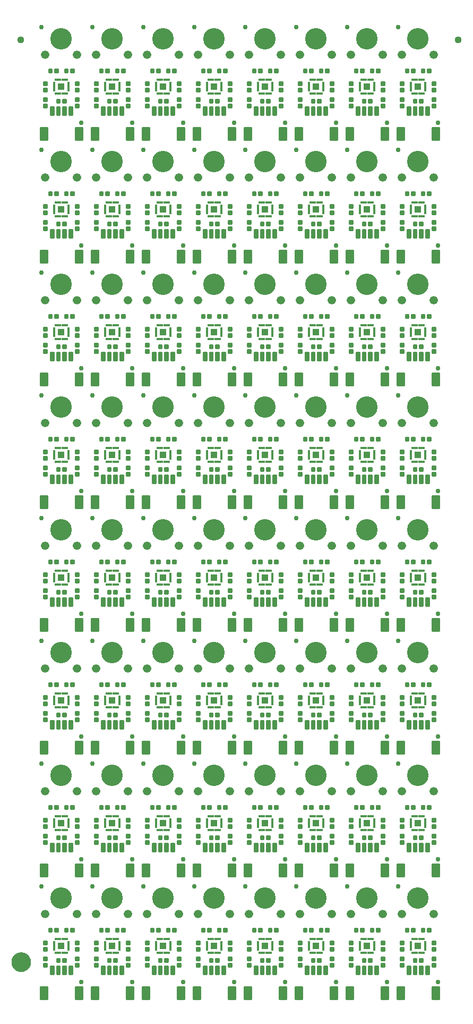
<source format=gts>
G04 EAGLE Gerber RS-274X export*
G75*
%MOMM*%
%FSLAX34Y34*%
%LPD*%
%INSoldermask Top*%
%IPPOS*%
%AMOC8*
5,1,8,0,0,1.08239X$1,22.5*%
G01*
%ADD10C,0.762000*%
%ADD11C,0.225588*%
%ADD12C,0.225369*%
%ADD13R,1.000000X0.450000*%
%ADD14R,0.450000X1.500000*%
%ADD15R,1.000000X1.000000*%
%ADD16C,3.429000*%
%ADD17C,1.327000*%
%ADD18C,1.127000*%
%ADD19C,1.270000*%
%ADD20C,1.627000*%


D10*
X69850Y31750D03*
X6350Y184150D03*
D11*
X4593Y4543D02*
X15607Y4543D01*
X4593Y4543D02*
X4593Y23557D01*
X15607Y23557D01*
X15607Y4543D01*
X15607Y6686D02*
X4593Y6686D01*
X4593Y8829D02*
X15607Y8829D01*
X15607Y10972D02*
X4593Y10972D01*
X4593Y13115D02*
X15607Y13115D01*
X15607Y15258D02*
X4593Y15258D01*
X4593Y17401D02*
X15607Y17401D01*
X15607Y19544D02*
X4593Y19544D01*
X4593Y21687D02*
X15607Y21687D01*
X60593Y4543D02*
X71607Y4543D01*
X60593Y4543D02*
X60593Y23557D01*
X71607Y23557D01*
X71607Y4543D01*
X71607Y6686D02*
X60593Y6686D01*
X60593Y8829D02*
X71607Y8829D01*
X71607Y10972D02*
X60593Y10972D01*
X60593Y13115D02*
X71607Y13115D01*
X71607Y15258D02*
X60593Y15258D01*
X60593Y17401D02*
X71607Y17401D01*
X71607Y19544D02*
X60593Y19544D01*
X60593Y21687D02*
X71607Y21687D01*
D12*
X25608Y44542D02*
X20592Y44542D01*
X20592Y57058D01*
X25608Y57058D01*
X25608Y44542D01*
X25608Y46683D02*
X20592Y46683D01*
X20592Y48824D02*
X25608Y48824D01*
X25608Y50965D02*
X20592Y50965D01*
X20592Y53106D02*
X25608Y53106D01*
X25608Y55247D02*
X20592Y55247D01*
X30592Y44542D02*
X35608Y44542D01*
X30592Y44542D02*
X30592Y57058D01*
X35608Y57058D01*
X35608Y44542D01*
X35608Y46683D02*
X30592Y46683D01*
X30592Y48824D02*
X35608Y48824D01*
X35608Y50965D02*
X30592Y50965D01*
X30592Y53106D02*
X35608Y53106D01*
X35608Y55247D02*
X30592Y55247D01*
X40592Y44542D02*
X45608Y44542D01*
X40592Y44542D02*
X40592Y57058D01*
X45608Y57058D01*
X45608Y44542D01*
X45608Y46683D02*
X40592Y46683D01*
X40592Y48824D02*
X45608Y48824D01*
X45608Y50965D02*
X40592Y50965D01*
X40592Y53106D02*
X45608Y53106D01*
X45608Y55247D02*
X40592Y55247D01*
X50592Y44542D02*
X55608Y44542D01*
X50592Y44542D02*
X50592Y57058D01*
X55608Y57058D01*
X55608Y44542D01*
X55608Y46683D02*
X50592Y46683D01*
X50592Y48824D02*
X55608Y48824D01*
X55608Y50965D02*
X50592Y50965D01*
X50592Y53106D02*
X55608Y53106D01*
X55608Y55247D02*
X50592Y55247D01*
D13*
X43850Y100150D03*
X32350Y100150D03*
X43850Y77650D03*
X32350Y77650D03*
D14*
X49350Y88900D03*
X26850Y88900D03*
D15*
X38100Y88900D03*
D16*
X38100Y165100D03*
D12*
X40592Y68548D02*
X45608Y68548D01*
X45608Y63532D01*
X40592Y63532D01*
X40592Y68548D01*
X40592Y65673D02*
X45608Y65673D01*
X45608Y67814D02*
X40592Y67814D01*
X35608Y68548D02*
X30592Y68548D01*
X35608Y68548D02*
X35608Y63532D01*
X30592Y63532D01*
X30592Y68548D01*
X30592Y65673D02*
X35608Y65673D01*
X35608Y67814D02*
X30592Y67814D01*
X60992Y91392D02*
X60992Y96408D01*
X66008Y96408D01*
X66008Y91392D01*
X60992Y91392D01*
X60992Y93533D02*
X66008Y93533D01*
X66008Y95674D02*
X60992Y95674D01*
X60992Y86408D02*
X60992Y81392D01*
X60992Y86408D02*
X66008Y86408D01*
X66008Y81392D01*
X60992Y81392D01*
X60992Y83533D02*
X66008Y83533D01*
X66008Y85674D02*
X60992Y85674D01*
X60992Y71008D02*
X60992Y65992D01*
X60992Y71008D02*
X66008Y71008D01*
X66008Y65992D01*
X60992Y65992D01*
X60992Y68133D02*
X66008Y68133D01*
X66008Y70274D02*
X60992Y70274D01*
X60992Y61008D02*
X60992Y55992D01*
X60992Y61008D02*
X66008Y61008D01*
X66008Y55992D01*
X60992Y55992D01*
X60992Y58133D02*
X66008Y58133D01*
X66008Y60274D02*
X60992Y60274D01*
X10192Y65992D02*
X10192Y71008D01*
X15208Y71008D01*
X15208Y65992D01*
X10192Y65992D01*
X10192Y68133D02*
X15208Y68133D01*
X15208Y70274D02*
X10192Y70274D01*
X10192Y61008D02*
X10192Y55992D01*
X10192Y61008D02*
X15208Y61008D01*
X15208Y55992D01*
X10192Y55992D01*
X10192Y58133D02*
X15208Y58133D01*
X15208Y60274D02*
X10192Y60274D01*
X10192Y91392D02*
X10192Y96408D01*
X15208Y96408D01*
X15208Y91392D01*
X10192Y91392D01*
X10192Y93533D02*
X15208Y93533D01*
X15208Y95674D02*
X10192Y95674D01*
X10192Y86408D02*
X10192Y81392D01*
X10192Y86408D02*
X15208Y86408D01*
X15208Y81392D01*
X10192Y81392D01*
X10192Y83533D02*
X15208Y83533D01*
X15208Y85674D02*
X10192Y85674D01*
X17892Y111792D02*
X22908Y111792D01*
X17892Y111792D02*
X17892Y116808D01*
X22908Y116808D01*
X22908Y111792D01*
X22908Y113933D02*
X17892Y113933D01*
X17892Y116074D02*
X22908Y116074D01*
X27892Y111792D02*
X32908Y111792D01*
X27892Y111792D02*
X27892Y116808D01*
X32908Y116808D01*
X32908Y111792D01*
X32908Y113933D02*
X27892Y113933D01*
X27892Y116074D02*
X32908Y116074D01*
X53292Y116808D02*
X58308Y116808D01*
X58308Y111792D01*
X53292Y111792D01*
X53292Y116808D01*
X53292Y113933D02*
X58308Y113933D01*
X58308Y116074D02*
X53292Y116074D01*
X48308Y116808D02*
X43292Y116808D01*
X48308Y116808D02*
X48308Y111792D01*
X43292Y111792D01*
X43292Y116808D01*
X43292Y113933D02*
X48308Y113933D01*
X48308Y116074D02*
X43292Y116074D01*
D17*
X12700Y139700D03*
X63500Y139700D03*
D10*
X151130Y31750D03*
X87630Y184150D03*
D11*
X85873Y4543D02*
X96887Y4543D01*
X85873Y4543D02*
X85873Y23557D01*
X96887Y23557D01*
X96887Y4543D01*
X96887Y6686D02*
X85873Y6686D01*
X85873Y8829D02*
X96887Y8829D01*
X96887Y10972D02*
X85873Y10972D01*
X85873Y13115D02*
X96887Y13115D01*
X96887Y15258D02*
X85873Y15258D01*
X85873Y17401D02*
X96887Y17401D01*
X96887Y19544D02*
X85873Y19544D01*
X85873Y21687D02*
X96887Y21687D01*
X141873Y4543D02*
X152887Y4543D01*
X141873Y4543D02*
X141873Y23557D01*
X152887Y23557D01*
X152887Y4543D01*
X152887Y6686D02*
X141873Y6686D01*
X141873Y8829D02*
X152887Y8829D01*
X152887Y10972D02*
X141873Y10972D01*
X141873Y13115D02*
X152887Y13115D01*
X152887Y15258D02*
X141873Y15258D01*
X141873Y17401D02*
X152887Y17401D01*
X152887Y19544D02*
X141873Y19544D01*
X141873Y21687D02*
X152887Y21687D01*
D12*
X106888Y44542D02*
X101872Y44542D01*
X101872Y57058D01*
X106888Y57058D01*
X106888Y44542D01*
X106888Y46683D02*
X101872Y46683D01*
X101872Y48824D02*
X106888Y48824D01*
X106888Y50965D02*
X101872Y50965D01*
X101872Y53106D02*
X106888Y53106D01*
X106888Y55247D02*
X101872Y55247D01*
X111872Y44542D02*
X116888Y44542D01*
X111872Y44542D02*
X111872Y57058D01*
X116888Y57058D01*
X116888Y44542D01*
X116888Y46683D02*
X111872Y46683D01*
X111872Y48824D02*
X116888Y48824D01*
X116888Y50965D02*
X111872Y50965D01*
X111872Y53106D02*
X116888Y53106D01*
X116888Y55247D02*
X111872Y55247D01*
X121872Y44542D02*
X126888Y44542D01*
X121872Y44542D02*
X121872Y57058D01*
X126888Y57058D01*
X126888Y44542D01*
X126888Y46683D02*
X121872Y46683D01*
X121872Y48824D02*
X126888Y48824D01*
X126888Y50965D02*
X121872Y50965D01*
X121872Y53106D02*
X126888Y53106D01*
X126888Y55247D02*
X121872Y55247D01*
X131872Y44542D02*
X136888Y44542D01*
X131872Y44542D02*
X131872Y57058D01*
X136888Y57058D01*
X136888Y44542D01*
X136888Y46683D02*
X131872Y46683D01*
X131872Y48824D02*
X136888Y48824D01*
X136888Y50965D02*
X131872Y50965D01*
X131872Y53106D02*
X136888Y53106D01*
X136888Y55247D02*
X131872Y55247D01*
D13*
X125130Y100150D03*
X113630Y100150D03*
X125130Y77650D03*
X113630Y77650D03*
D14*
X130630Y88900D03*
X108130Y88900D03*
D15*
X119380Y88900D03*
D16*
X119380Y165100D03*
D12*
X121872Y68548D02*
X126888Y68548D01*
X126888Y63532D01*
X121872Y63532D01*
X121872Y68548D01*
X121872Y65673D02*
X126888Y65673D01*
X126888Y67814D02*
X121872Y67814D01*
X116888Y68548D02*
X111872Y68548D01*
X116888Y68548D02*
X116888Y63532D01*
X111872Y63532D01*
X111872Y68548D01*
X111872Y65673D02*
X116888Y65673D01*
X116888Y67814D02*
X111872Y67814D01*
X142272Y91392D02*
X142272Y96408D01*
X147288Y96408D01*
X147288Y91392D01*
X142272Y91392D01*
X142272Y93533D02*
X147288Y93533D01*
X147288Y95674D02*
X142272Y95674D01*
X142272Y86408D02*
X142272Y81392D01*
X142272Y86408D02*
X147288Y86408D01*
X147288Y81392D01*
X142272Y81392D01*
X142272Y83533D02*
X147288Y83533D01*
X147288Y85674D02*
X142272Y85674D01*
X142272Y71008D02*
X142272Y65992D01*
X142272Y71008D02*
X147288Y71008D01*
X147288Y65992D01*
X142272Y65992D01*
X142272Y68133D02*
X147288Y68133D01*
X147288Y70274D02*
X142272Y70274D01*
X142272Y61008D02*
X142272Y55992D01*
X142272Y61008D02*
X147288Y61008D01*
X147288Y55992D01*
X142272Y55992D01*
X142272Y58133D02*
X147288Y58133D01*
X147288Y60274D02*
X142272Y60274D01*
X91472Y65992D02*
X91472Y71008D01*
X96488Y71008D01*
X96488Y65992D01*
X91472Y65992D01*
X91472Y68133D02*
X96488Y68133D01*
X96488Y70274D02*
X91472Y70274D01*
X91472Y61008D02*
X91472Y55992D01*
X91472Y61008D02*
X96488Y61008D01*
X96488Y55992D01*
X91472Y55992D01*
X91472Y58133D02*
X96488Y58133D01*
X96488Y60274D02*
X91472Y60274D01*
X91472Y91392D02*
X91472Y96408D01*
X96488Y96408D01*
X96488Y91392D01*
X91472Y91392D01*
X91472Y93533D02*
X96488Y93533D01*
X96488Y95674D02*
X91472Y95674D01*
X91472Y86408D02*
X91472Y81392D01*
X91472Y86408D02*
X96488Y86408D01*
X96488Y81392D01*
X91472Y81392D01*
X91472Y83533D02*
X96488Y83533D01*
X96488Y85674D02*
X91472Y85674D01*
X99172Y111792D02*
X104188Y111792D01*
X99172Y111792D02*
X99172Y116808D01*
X104188Y116808D01*
X104188Y111792D01*
X104188Y113933D02*
X99172Y113933D01*
X99172Y116074D02*
X104188Y116074D01*
X109172Y111792D02*
X114188Y111792D01*
X109172Y111792D02*
X109172Y116808D01*
X114188Y116808D01*
X114188Y111792D01*
X114188Y113933D02*
X109172Y113933D01*
X109172Y116074D02*
X114188Y116074D01*
X134572Y116808D02*
X139588Y116808D01*
X139588Y111792D01*
X134572Y111792D01*
X134572Y116808D01*
X134572Y113933D02*
X139588Y113933D01*
X139588Y116074D02*
X134572Y116074D01*
X129588Y116808D02*
X124572Y116808D01*
X129588Y116808D02*
X129588Y111792D01*
X124572Y111792D01*
X124572Y116808D01*
X124572Y113933D02*
X129588Y113933D01*
X129588Y116074D02*
X124572Y116074D01*
D17*
X93980Y139700D03*
X144780Y139700D03*
D10*
X232410Y31750D03*
X168910Y184150D03*
D11*
X167153Y4543D02*
X178167Y4543D01*
X167153Y4543D02*
X167153Y23557D01*
X178167Y23557D01*
X178167Y4543D01*
X178167Y6686D02*
X167153Y6686D01*
X167153Y8829D02*
X178167Y8829D01*
X178167Y10972D02*
X167153Y10972D01*
X167153Y13115D02*
X178167Y13115D01*
X178167Y15258D02*
X167153Y15258D01*
X167153Y17401D02*
X178167Y17401D01*
X178167Y19544D02*
X167153Y19544D01*
X167153Y21687D02*
X178167Y21687D01*
X223153Y4543D02*
X234167Y4543D01*
X223153Y4543D02*
X223153Y23557D01*
X234167Y23557D01*
X234167Y4543D01*
X234167Y6686D02*
X223153Y6686D01*
X223153Y8829D02*
X234167Y8829D01*
X234167Y10972D02*
X223153Y10972D01*
X223153Y13115D02*
X234167Y13115D01*
X234167Y15258D02*
X223153Y15258D01*
X223153Y17401D02*
X234167Y17401D01*
X234167Y19544D02*
X223153Y19544D01*
X223153Y21687D02*
X234167Y21687D01*
D12*
X188168Y44542D02*
X183152Y44542D01*
X183152Y57058D01*
X188168Y57058D01*
X188168Y44542D01*
X188168Y46683D02*
X183152Y46683D01*
X183152Y48824D02*
X188168Y48824D01*
X188168Y50965D02*
X183152Y50965D01*
X183152Y53106D02*
X188168Y53106D01*
X188168Y55247D02*
X183152Y55247D01*
X193152Y44542D02*
X198168Y44542D01*
X193152Y44542D02*
X193152Y57058D01*
X198168Y57058D01*
X198168Y44542D01*
X198168Y46683D02*
X193152Y46683D01*
X193152Y48824D02*
X198168Y48824D01*
X198168Y50965D02*
X193152Y50965D01*
X193152Y53106D02*
X198168Y53106D01*
X198168Y55247D02*
X193152Y55247D01*
X203152Y44542D02*
X208168Y44542D01*
X203152Y44542D02*
X203152Y57058D01*
X208168Y57058D01*
X208168Y44542D01*
X208168Y46683D02*
X203152Y46683D01*
X203152Y48824D02*
X208168Y48824D01*
X208168Y50965D02*
X203152Y50965D01*
X203152Y53106D02*
X208168Y53106D01*
X208168Y55247D02*
X203152Y55247D01*
X213152Y44542D02*
X218168Y44542D01*
X213152Y44542D02*
X213152Y57058D01*
X218168Y57058D01*
X218168Y44542D01*
X218168Y46683D02*
X213152Y46683D01*
X213152Y48824D02*
X218168Y48824D01*
X218168Y50965D02*
X213152Y50965D01*
X213152Y53106D02*
X218168Y53106D01*
X218168Y55247D02*
X213152Y55247D01*
D13*
X206410Y100150D03*
X194910Y100150D03*
X206410Y77650D03*
X194910Y77650D03*
D14*
X211910Y88900D03*
X189410Y88900D03*
D15*
X200660Y88900D03*
D16*
X200660Y165100D03*
D12*
X203152Y68548D02*
X208168Y68548D01*
X208168Y63532D01*
X203152Y63532D01*
X203152Y68548D01*
X203152Y65673D02*
X208168Y65673D01*
X208168Y67814D02*
X203152Y67814D01*
X198168Y68548D02*
X193152Y68548D01*
X198168Y68548D02*
X198168Y63532D01*
X193152Y63532D01*
X193152Y68548D01*
X193152Y65673D02*
X198168Y65673D01*
X198168Y67814D02*
X193152Y67814D01*
X223552Y91392D02*
X223552Y96408D01*
X228568Y96408D01*
X228568Y91392D01*
X223552Y91392D01*
X223552Y93533D02*
X228568Y93533D01*
X228568Y95674D02*
X223552Y95674D01*
X223552Y86408D02*
X223552Y81392D01*
X223552Y86408D02*
X228568Y86408D01*
X228568Y81392D01*
X223552Y81392D01*
X223552Y83533D02*
X228568Y83533D01*
X228568Y85674D02*
X223552Y85674D01*
X223552Y71008D02*
X223552Y65992D01*
X223552Y71008D02*
X228568Y71008D01*
X228568Y65992D01*
X223552Y65992D01*
X223552Y68133D02*
X228568Y68133D01*
X228568Y70274D02*
X223552Y70274D01*
X223552Y61008D02*
X223552Y55992D01*
X223552Y61008D02*
X228568Y61008D01*
X228568Y55992D01*
X223552Y55992D01*
X223552Y58133D02*
X228568Y58133D01*
X228568Y60274D02*
X223552Y60274D01*
X172752Y65992D02*
X172752Y71008D01*
X177768Y71008D01*
X177768Y65992D01*
X172752Y65992D01*
X172752Y68133D02*
X177768Y68133D01*
X177768Y70274D02*
X172752Y70274D01*
X172752Y61008D02*
X172752Y55992D01*
X172752Y61008D02*
X177768Y61008D01*
X177768Y55992D01*
X172752Y55992D01*
X172752Y58133D02*
X177768Y58133D01*
X177768Y60274D02*
X172752Y60274D01*
X172752Y91392D02*
X172752Y96408D01*
X177768Y96408D01*
X177768Y91392D01*
X172752Y91392D01*
X172752Y93533D02*
X177768Y93533D01*
X177768Y95674D02*
X172752Y95674D01*
X172752Y86408D02*
X172752Y81392D01*
X172752Y86408D02*
X177768Y86408D01*
X177768Y81392D01*
X172752Y81392D01*
X172752Y83533D02*
X177768Y83533D01*
X177768Y85674D02*
X172752Y85674D01*
X180452Y111792D02*
X185468Y111792D01*
X180452Y111792D02*
X180452Y116808D01*
X185468Y116808D01*
X185468Y111792D01*
X185468Y113933D02*
X180452Y113933D01*
X180452Y116074D02*
X185468Y116074D01*
X190452Y111792D02*
X195468Y111792D01*
X190452Y111792D02*
X190452Y116808D01*
X195468Y116808D01*
X195468Y111792D01*
X195468Y113933D02*
X190452Y113933D01*
X190452Y116074D02*
X195468Y116074D01*
X215852Y116808D02*
X220868Y116808D01*
X220868Y111792D01*
X215852Y111792D01*
X215852Y116808D01*
X215852Y113933D02*
X220868Y113933D01*
X220868Y116074D02*
X215852Y116074D01*
X210868Y116808D02*
X205852Y116808D01*
X210868Y116808D02*
X210868Y111792D01*
X205852Y111792D01*
X205852Y116808D01*
X205852Y113933D02*
X210868Y113933D01*
X210868Y116074D02*
X205852Y116074D01*
D17*
X175260Y139700D03*
X226060Y139700D03*
D10*
X313690Y31750D03*
X250190Y184150D03*
D11*
X248433Y4543D02*
X259447Y4543D01*
X248433Y4543D02*
X248433Y23557D01*
X259447Y23557D01*
X259447Y4543D01*
X259447Y6686D02*
X248433Y6686D01*
X248433Y8829D02*
X259447Y8829D01*
X259447Y10972D02*
X248433Y10972D01*
X248433Y13115D02*
X259447Y13115D01*
X259447Y15258D02*
X248433Y15258D01*
X248433Y17401D02*
X259447Y17401D01*
X259447Y19544D02*
X248433Y19544D01*
X248433Y21687D02*
X259447Y21687D01*
X304433Y4543D02*
X315447Y4543D01*
X304433Y4543D02*
X304433Y23557D01*
X315447Y23557D01*
X315447Y4543D01*
X315447Y6686D02*
X304433Y6686D01*
X304433Y8829D02*
X315447Y8829D01*
X315447Y10972D02*
X304433Y10972D01*
X304433Y13115D02*
X315447Y13115D01*
X315447Y15258D02*
X304433Y15258D01*
X304433Y17401D02*
X315447Y17401D01*
X315447Y19544D02*
X304433Y19544D01*
X304433Y21687D02*
X315447Y21687D01*
D12*
X269448Y44542D02*
X264432Y44542D01*
X264432Y57058D01*
X269448Y57058D01*
X269448Y44542D01*
X269448Y46683D02*
X264432Y46683D01*
X264432Y48824D02*
X269448Y48824D01*
X269448Y50965D02*
X264432Y50965D01*
X264432Y53106D02*
X269448Y53106D01*
X269448Y55247D02*
X264432Y55247D01*
X274432Y44542D02*
X279448Y44542D01*
X274432Y44542D02*
X274432Y57058D01*
X279448Y57058D01*
X279448Y44542D01*
X279448Y46683D02*
X274432Y46683D01*
X274432Y48824D02*
X279448Y48824D01*
X279448Y50965D02*
X274432Y50965D01*
X274432Y53106D02*
X279448Y53106D01*
X279448Y55247D02*
X274432Y55247D01*
X284432Y44542D02*
X289448Y44542D01*
X284432Y44542D02*
X284432Y57058D01*
X289448Y57058D01*
X289448Y44542D01*
X289448Y46683D02*
X284432Y46683D01*
X284432Y48824D02*
X289448Y48824D01*
X289448Y50965D02*
X284432Y50965D01*
X284432Y53106D02*
X289448Y53106D01*
X289448Y55247D02*
X284432Y55247D01*
X294432Y44542D02*
X299448Y44542D01*
X294432Y44542D02*
X294432Y57058D01*
X299448Y57058D01*
X299448Y44542D01*
X299448Y46683D02*
X294432Y46683D01*
X294432Y48824D02*
X299448Y48824D01*
X299448Y50965D02*
X294432Y50965D01*
X294432Y53106D02*
X299448Y53106D01*
X299448Y55247D02*
X294432Y55247D01*
D13*
X287690Y100150D03*
X276190Y100150D03*
X287690Y77650D03*
X276190Y77650D03*
D14*
X293190Y88900D03*
X270690Y88900D03*
D15*
X281940Y88900D03*
D16*
X281940Y165100D03*
D12*
X284432Y68548D02*
X289448Y68548D01*
X289448Y63532D01*
X284432Y63532D01*
X284432Y68548D01*
X284432Y65673D02*
X289448Y65673D01*
X289448Y67814D02*
X284432Y67814D01*
X279448Y68548D02*
X274432Y68548D01*
X279448Y68548D02*
X279448Y63532D01*
X274432Y63532D01*
X274432Y68548D01*
X274432Y65673D02*
X279448Y65673D01*
X279448Y67814D02*
X274432Y67814D01*
X304832Y91392D02*
X304832Y96408D01*
X309848Y96408D01*
X309848Y91392D01*
X304832Y91392D01*
X304832Y93533D02*
X309848Y93533D01*
X309848Y95674D02*
X304832Y95674D01*
X304832Y86408D02*
X304832Y81392D01*
X304832Y86408D02*
X309848Y86408D01*
X309848Y81392D01*
X304832Y81392D01*
X304832Y83533D02*
X309848Y83533D01*
X309848Y85674D02*
X304832Y85674D01*
X304832Y71008D02*
X304832Y65992D01*
X304832Y71008D02*
X309848Y71008D01*
X309848Y65992D01*
X304832Y65992D01*
X304832Y68133D02*
X309848Y68133D01*
X309848Y70274D02*
X304832Y70274D01*
X304832Y61008D02*
X304832Y55992D01*
X304832Y61008D02*
X309848Y61008D01*
X309848Y55992D01*
X304832Y55992D01*
X304832Y58133D02*
X309848Y58133D01*
X309848Y60274D02*
X304832Y60274D01*
X254032Y65992D02*
X254032Y71008D01*
X259048Y71008D01*
X259048Y65992D01*
X254032Y65992D01*
X254032Y68133D02*
X259048Y68133D01*
X259048Y70274D02*
X254032Y70274D01*
X254032Y61008D02*
X254032Y55992D01*
X254032Y61008D02*
X259048Y61008D01*
X259048Y55992D01*
X254032Y55992D01*
X254032Y58133D02*
X259048Y58133D01*
X259048Y60274D02*
X254032Y60274D01*
X254032Y91392D02*
X254032Y96408D01*
X259048Y96408D01*
X259048Y91392D01*
X254032Y91392D01*
X254032Y93533D02*
X259048Y93533D01*
X259048Y95674D02*
X254032Y95674D01*
X254032Y86408D02*
X254032Y81392D01*
X254032Y86408D02*
X259048Y86408D01*
X259048Y81392D01*
X254032Y81392D01*
X254032Y83533D02*
X259048Y83533D01*
X259048Y85674D02*
X254032Y85674D01*
X261732Y111792D02*
X266748Y111792D01*
X261732Y111792D02*
X261732Y116808D01*
X266748Y116808D01*
X266748Y111792D01*
X266748Y113933D02*
X261732Y113933D01*
X261732Y116074D02*
X266748Y116074D01*
X271732Y111792D02*
X276748Y111792D01*
X271732Y111792D02*
X271732Y116808D01*
X276748Y116808D01*
X276748Y111792D01*
X276748Y113933D02*
X271732Y113933D01*
X271732Y116074D02*
X276748Y116074D01*
X297132Y116808D02*
X302148Y116808D01*
X302148Y111792D01*
X297132Y111792D01*
X297132Y116808D01*
X297132Y113933D02*
X302148Y113933D01*
X302148Y116074D02*
X297132Y116074D01*
X292148Y116808D02*
X287132Y116808D01*
X292148Y116808D02*
X292148Y111792D01*
X287132Y111792D01*
X287132Y116808D01*
X287132Y113933D02*
X292148Y113933D01*
X292148Y116074D02*
X287132Y116074D01*
D17*
X256540Y139700D03*
X307340Y139700D03*
D10*
X394970Y31750D03*
X331470Y184150D03*
D11*
X329713Y4543D02*
X340727Y4543D01*
X329713Y4543D02*
X329713Y23557D01*
X340727Y23557D01*
X340727Y4543D01*
X340727Y6686D02*
X329713Y6686D01*
X329713Y8829D02*
X340727Y8829D01*
X340727Y10972D02*
X329713Y10972D01*
X329713Y13115D02*
X340727Y13115D01*
X340727Y15258D02*
X329713Y15258D01*
X329713Y17401D02*
X340727Y17401D01*
X340727Y19544D02*
X329713Y19544D01*
X329713Y21687D02*
X340727Y21687D01*
X385713Y4543D02*
X396727Y4543D01*
X385713Y4543D02*
X385713Y23557D01*
X396727Y23557D01*
X396727Y4543D01*
X396727Y6686D02*
X385713Y6686D01*
X385713Y8829D02*
X396727Y8829D01*
X396727Y10972D02*
X385713Y10972D01*
X385713Y13115D02*
X396727Y13115D01*
X396727Y15258D02*
X385713Y15258D01*
X385713Y17401D02*
X396727Y17401D01*
X396727Y19544D02*
X385713Y19544D01*
X385713Y21687D02*
X396727Y21687D01*
D12*
X350728Y44542D02*
X345712Y44542D01*
X345712Y57058D01*
X350728Y57058D01*
X350728Y44542D01*
X350728Y46683D02*
X345712Y46683D01*
X345712Y48824D02*
X350728Y48824D01*
X350728Y50965D02*
X345712Y50965D01*
X345712Y53106D02*
X350728Y53106D01*
X350728Y55247D02*
X345712Y55247D01*
X355712Y44542D02*
X360728Y44542D01*
X355712Y44542D02*
X355712Y57058D01*
X360728Y57058D01*
X360728Y44542D01*
X360728Y46683D02*
X355712Y46683D01*
X355712Y48824D02*
X360728Y48824D01*
X360728Y50965D02*
X355712Y50965D01*
X355712Y53106D02*
X360728Y53106D01*
X360728Y55247D02*
X355712Y55247D01*
X365712Y44542D02*
X370728Y44542D01*
X365712Y44542D02*
X365712Y57058D01*
X370728Y57058D01*
X370728Y44542D01*
X370728Y46683D02*
X365712Y46683D01*
X365712Y48824D02*
X370728Y48824D01*
X370728Y50965D02*
X365712Y50965D01*
X365712Y53106D02*
X370728Y53106D01*
X370728Y55247D02*
X365712Y55247D01*
X375712Y44542D02*
X380728Y44542D01*
X375712Y44542D02*
X375712Y57058D01*
X380728Y57058D01*
X380728Y44542D01*
X380728Y46683D02*
X375712Y46683D01*
X375712Y48824D02*
X380728Y48824D01*
X380728Y50965D02*
X375712Y50965D01*
X375712Y53106D02*
X380728Y53106D01*
X380728Y55247D02*
X375712Y55247D01*
D13*
X368970Y100150D03*
X357470Y100150D03*
X368970Y77650D03*
X357470Y77650D03*
D14*
X374470Y88900D03*
X351970Y88900D03*
D15*
X363220Y88900D03*
D16*
X363220Y165100D03*
D12*
X365712Y68548D02*
X370728Y68548D01*
X370728Y63532D01*
X365712Y63532D01*
X365712Y68548D01*
X365712Y65673D02*
X370728Y65673D01*
X370728Y67814D02*
X365712Y67814D01*
X360728Y68548D02*
X355712Y68548D01*
X360728Y68548D02*
X360728Y63532D01*
X355712Y63532D01*
X355712Y68548D01*
X355712Y65673D02*
X360728Y65673D01*
X360728Y67814D02*
X355712Y67814D01*
X386112Y91392D02*
X386112Y96408D01*
X391128Y96408D01*
X391128Y91392D01*
X386112Y91392D01*
X386112Y93533D02*
X391128Y93533D01*
X391128Y95674D02*
X386112Y95674D01*
X386112Y86408D02*
X386112Y81392D01*
X386112Y86408D02*
X391128Y86408D01*
X391128Y81392D01*
X386112Y81392D01*
X386112Y83533D02*
X391128Y83533D01*
X391128Y85674D02*
X386112Y85674D01*
X386112Y71008D02*
X386112Y65992D01*
X386112Y71008D02*
X391128Y71008D01*
X391128Y65992D01*
X386112Y65992D01*
X386112Y68133D02*
X391128Y68133D01*
X391128Y70274D02*
X386112Y70274D01*
X386112Y61008D02*
X386112Y55992D01*
X386112Y61008D02*
X391128Y61008D01*
X391128Y55992D01*
X386112Y55992D01*
X386112Y58133D02*
X391128Y58133D01*
X391128Y60274D02*
X386112Y60274D01*
X335312Y65992D02*
X335312Y71008D01*
X340328Y71008D01*
X340328Y65992D01*
X335312Y65992D01*
X335312Y68133D02*
X340328Y68133D01*
X340328Y70274D02*
X335312Y70274D01*
X335312Y61008D02*
X335312Y55992D01*
X335312Y61008D02*
X340328Y61008D01*
X340328Y55992D01*
X335312Y55992D01*
X335312Y58133D02*
X340328Y58133D01*
X340328Y60274D02*
X335312Y60274D01*
X335312Y91392D02*
X335312Y96408D01*
X340328Y96408D01*
X340328Y91392D01*
X335312Y91392D01*
X335312Y93533D02*
X340328Y93533D01*
X340328Y95674D02*
X335312Y95674D01*
X335312Y86408D02*
X335312Y81392D01*
X335312Y86408D02*
X340328Y86408D01*
X340328Y81392D01*
X335312Y81392D01*
X335312Y83533D02*
X340328Y83533D01*
X340328Y85674D02*
X335312Y85674D01*
X343012Y111792D02*
X348028Y111792D01*
X343012Y111792D02*
X343012Y116808D01*
X348028Y116808D01*
X348028Y111792D01*
X348028Y113933D02*
X343012Y113933D01*
X343012Y116074D02*
X348028Y116074D01*
X353012Y111792D02*
X358028Y111792D01*
X353012Y111792D02*
X353012Y116808D01*
X358028Y116808D01*
X358028Y111792D01*
X358028Y113933D02*
X353012Y113933D01*
X353012Y116074D02*
X358028Y116074D01*
X378412Y116808D02*
X383428Y116808D01*
X383428Y111792D01*
X378412Y111792D01*
X378412Y116808D01*
X378412Y113933D02*
X383428Y113933D01*
X383428Y116074D02*
X378412Y116074D01*
X373428Y116808D02*
X368412Y116808D01*
X373428Y116808D02*
X373428Y111792D01*
X368412Y111792D01*
X368412Y116808D01*
X368412Y113933D02*
X373428Y113933D01*
X373428Y116074D02*
X368412Y116074D01*
D17*
X337820Y139700D03*
X388620Y139700D03*
D10*
X476250Y31750D03*
X412750Y184150D03*
D11*
X410993Y4543D02*
X422007Y4543D01*
X410993Y4543D02*
X410993Y23557D01*
X422007Y23557D01*
X422007Y4543D01*
X422007Y6686D02*
X410993Y6686D01*
X410993Y8829D02*
X422007Y8829D01*
X422007Y10972D02*
X410993Y10972D01*
X410993Y13115D02*
X422007Y13115D01*
X422007Y15258D02*
X410993Y15258D01*
X410993Y17401D02*
X422007Y17401D01*
X422007Y19544D02*
X410993Y19544D01*
X410993Y21687D02*
X422007Y21687D01*
X466993Y4543D02*
X478007Y4543D01*
X466993Y4543D02*
X466993Y23557D01*
X478007Y23557D01*
X478007Y4543D01*
X478007Y6686D02*
X466993Y6686D01*
X466993Y8829D02*
X478007Y8829D01*
X478007Y10972D02*
X466993Y10972D01*
X466993Y13115D02*
X478007Y13115D01*
X478007Y15258D02*
X466993Y15258D01*
X466993Y17401D02*
X478007Y17401D01*
X478007Y19544D02*
X466993Y19544D01*
X466993Y21687D02*
X478007Y21687D01*
D12*
X432008Y44542D02*
X426992Y44542D01*
X426992Y57058D01*
X432008Y57058D01*
X432008Y44542D01*
X432008Y46683D02*
X426992Y46683D01*
X426992Y48824D02*
X432008Y48824D01*
X432008Y50965D02*
X426992Y50965D01*
X426992Y53106D02*
X432008Y53106D01*
X432008Y55247D02*
X426992Y55247D01*
X436992Y44542D02*
X442008Y44542D01*
X436992Y44542D02*
X436992Y57058D01*
X442008Y57058D01*
X442008Y44542D01*
X442008Y46683D02*
X436992Y46683D01*
X436992Y48824D02*
X442008Y48824D01*
X442008Y50965D02*
X436992Y50965D01*
X436992Y53106D02*
X442008Y53106D01*
X442008Y55247D02*
X436992Y55247D01*
X446992Y44542D02*
X452008Y44542D01*
X446992Y44542D02*
X446992Y57058D01*
X452008Y57058D01*
X452008Y44542D01*
X452008Y46683D02*
X446992Y46683D01*
X446992Y48824D02*
X452008Y48824D01*
X452008Y50965D02*
X446992Y50965D01*
X446992Y53106D02*
X452008Y53106D01*
X452008Y55247D02*
X446992Y55247D01*
X456992Y44542D02*
X462008Y44542D01*
X456992Y44542D02*
X456992Y57058D01*
X462008Y57058D01*
X462008Y44542D01*
X462008Y46683D02*
X456992Y46683D01*
X456992Y48824D02*
X462008Y48824D01*
X462008Y50965D02*
X456992Y50965D01*
X456992Y53106D02*
X462008Y53106D01*
X462008Y55247D02*
X456992Y55247D01*
D13*
X450250Y100150D03*
X438750Y100150D03*
X450250Y77650D03*
X438750Y77650D03*
D14*
X455750Y88900D03*
X433250Y88900D03*
D15*
X444500Y88900D03*
D16*
X444500Y165100D03*
D12*
X446992Y68548D02*
X452008Y68548D01*
X452008Y63532D01*
X446992Y63532D01*
X446992Y68548D01*
X446992Y65673D02*
X452008Y65673D01*
X452008Y67814D02*
X446992Y67814D01*
X442008Y68548D02*
X436992Y68548D01*
X442008Y68548D02*
X442008Y63532D01*
X436992Y63532D01*
X436992Y68548D01*
X436992Y65673D02*
X442008Y65673D01*
X442008Y67814D02*
X436992Y67814D01*
X467392Y91392D02*
X467392Y96408D01*
X472408Y96408D01*
X472408Y91392D01*
X467392Y91392D01*
X467392Y93533D02*
X472408Y93533D01*
X472408Y95674D02*
X467392Y95674D01*
X467392Y86408D02*
X467392Y81392D01*
X467392Y86408D02*
X472408Y86408D01*
X472408Y81392D01*
X467392Y81392D01*
X467392Y83533D02*
X472408Y83533D01*
X472408Y85674D02*
X467392Y85674D01*
X467392Y71008D02*
X467392Y65992D01*
X467392Y71008D02*
X472408Y71008D01*
X472408Y65992D01*
X467392Y65992D01*
X467392Y68133D02*
X472408Y68133D01*
X472408Y70274D02*
X467392Y70274D01*
X467392Y61008D02*
X467392Y55992D01*
X467392Y61008D02*
X472408Y61008D01*
X472408Y55992D01*
X467392Y55992D01*
X467392Y58133D02*
X472408Y58133D01*
X472408Y60274D02*
X467392Y60274D01*
X416592Y65992D02*
X416592Y71008D01*
X421608Y71008D01*
X421608Y65992D01*
X416592Y65992D01*
X416592Y68133D02*
X421608Y68133D01*
X421608Y70274D02*
X416592Y70274D01*
X416592Y61008D02*
X416592Y55992D01*
X416592Y61008D02*
X421608Y61008D01*
X421608Y55992D01*
X416592Y55992D01*
X416592Y58133D02*
X421608Y58133D01*
X421608Y60274D02*
X416592Y60274D01*
X416592Y91392D02*
X416592Y96408D01*
X421608Y96408D01*
X421608Y91392D01*
X416592Y91392D01*
X416592Y93533D02*
X421608Y93533D01*
X421608Y95674D02*
X416592Y95674D01*
X416592Y86408D02*
X416592Y81392D01*
X416592Y86408D02*
X421608Y86408D01*
X421608Y81392D01*
X416592Y81392D01*
X416592Y83533D02*
X421608Y83533D01*
X421608Y85674D02*
X416592Y85674D01*
X424292Y111792D02*
X429308Y111792D01*
X424292Y111792D02*
X424292Y116808D01*
X429308Y116808D01*
X429308Y111792D01*
X429308Y113933D02*
X424292Y113933D01*
X424292Y116074D02*
X429308Y116074D01*
X434292Y111792D02*
X439308Y111792D01*
X434292Y111792D02*
X434292Y116808D01*
X439308Y116808D01*
X439308Y111792D01*
X439308Y113933D02*
X434292Y113933D01*
X434292Y116074D02*
X439308Y116074D01*
X459692Y116808D02*
X464708Y116808D01*
X464708Y111792D01*
X459692Y111792D01*
X459692Y116808D01*
X459692Y113933D02*
X464708Y113933D01*
X464708Y116074D02*
X459692Y116074D01*
X454708Y116808D02*
X449692Y116808D01*
X454708Y116808D02*
X454708Y111792D01*
X449692Y111792D01*
X449692Y116808D01*
X449692Y113933D02*
X454708Y113933D01*
X454708Y116074D02*
X449692Y116074D01*
D17*
X419100Y139700D03*
X469900Y139700D03*
D10*
X557530Y31750D03*
X494030Y184150D03*
D11*
X492273Y4543D02*
X503287Y4543D01*
X492273Y4543D02*
X492273Y23557D01*
X503287Y23557D01*
X503287Y4543D01*
X503287Y6686D02*
X492273Y6686D01*
X492273Y8829D02*
X503287Y8829D01*
X503287Y10972D02*
X492273Y10972D01*
X492273Y13115D02*
X503287Y13115D01*
X503287Y15258D02*
X492273Y15258D01*
X492273Y17401D02*
X503287Y17401D01*
X503287Y19544D02*
X492273Y19544D01*
X492273Y21687D02*
X503287Y21687D01*
X548273Y4543D02*
X559287Y4543D01*
X548273Y4543D02*
X548273Y23557D01*
X559287Y23557D01*
X559287Y4543D01*
X559287Y6686D02*
X548273Y6686D01*
X548273Y8829D02*
X559287Y8829D01*
X559287Y10972D02*
X548273Y10972D01*
X548273Y13115D02*
X559287Y13115D01*
X559287Y15258D02*
X548273Y15258D01*
X548273Y17401D02*
X559287Y17401D01*
X559287Y19544D02*
X548273Y19544D01*
X548273Y21687D02*
X559287Y21687D01*
D12*
X513288Y44542D02*
X508272Y44542D01*
X508272Y57058D01*
X513288Y57058D01*
X513288Y44542D01*
X513288Y46683D02*
X508272Y46683D01*
X508272Y48824D02*
X513288Y48824D01*
X513288Y50965D02*
X508272Y50965D01*
X508272Y53106D02*
X513288Y53106D01*
X513288Y55247D02*
X508272Y55247D01*
X518272Y44542D02*
X523288Y44542D01*
X518272Y44542D02*
X518272Y57058D01*
X523288Y57058D01*
X523288Y44542D01*
X523288Y46683D02*
X518272Y46683D01*
X518272Y48824D02*
X523288Y48824D01*
X523288Y50965D02*
X518272Y50965D01*
X518272Y53106D02*
X523288Y53106D01*
X523288Y55247D02*
X518272Y55247D01*
X528272Y44542D02*
X533288Y44542D01*
X528272Y44542D02*
X528272Y57058D01*
X533288Y57058D01*
X533288Y44542D01*
X533288Y46683D02*
X528272Y46683D01*
X528272Y48824D02*
X533288Y48824D01*
X533288Y50965D02*
X528272Y50965D01*
X528272Y53106D02*
X533288Y53106D01*
X533288Y55247D02*
X528272Y55247D01*
X538272Y44542D02*
X543288Y44542D01*
X538272Y44542D02*
X538272Y57058D01*
X543288Y57058D01*
X543288Y44542D01*
X543288Y46683D02*
X538272Y46683D01*
X538272Y48824D02*
X543288Y48824D01*
X543288Y50965D02*
X538272Y50965D01*
X538272Y53106D02*
X543288Y53106D01*
X543288Y55247D02*
X538272Y55247D01*
D13*
X531530Y100150D03*
X520030Y100150D03*
X531530Y77650D03*
X520030Y77650D03*
D14*
X537030Y88900D03*
X514530Y88900D03*
D15*
X525780Y88900D03*
D16*
X525780Y165100D03*
D12*
X528272Y68548D02*
X533288Y68548D01*
X533288Y63532D01*
X528272Y63532D01*
X528272Y68548D01*
X528272Y65673D02*
X533288Y65673D01*
X533288Y67814D02*
X528272Y67814D01*
X523288Y68548D02*
X518272Y68548D01*
X523288Y68548D02*
X523288Y63532D01*
X518272Y63532D01*
X518272Y68548D01*
X518272Y65673D02*
X523288Y65673D01*
X523288Y67814D02*
X518272Y67814D01*
X548672Y91392D02*
X548672Y96408D01*
X553688Y96408D01*
X553688Y91392D01*
X548672Y91392D01*
X548672Y93533D02*
X553688Y93533D01*
X553688Y95674D02*
X548672Y95674D01*
X548672Y86408D02*
X548672Y81392D01*
X548672Y86408D02*
X553688Y86408D01*
X553688Y81392D01*
X548672Y81392D01*
X548672Y83533D02*
X553688Y83533D01*
X553688Y85674D02*
X548672Y85674D01*
X548672Y71008D02*
X548672Y65992D01*
X548672Y71008D02*
X553688Y71008D01*
X553688Y65992D01*
X548672Y65992D01*
X548672Y68133D02*
X553688Y68133D01*
X553688Y70274D02*
X548672Y70274D01*
X548672Y61008D02*
X548672Y55992D01*
X548672Y61008D02*
X553688Y61008D01*
X553688Y55992D01*
X548672Y55992D01*
X548672Y58133D02*
X553688Y58133D01*
X553688Y60274D02*
X548672Y60274D01*
X497872Y65992D02*
X497872Y71008D01*
X502888Y71008D01*
X502888Y65992D01*
X497872Y65992D01*
X497872Y68133D02*
X502888Y68133D01*
X502888Y70274D02*
X497872Y70274D01*
X497872Y61008D02*
X497872Y55992D01*
X497872Y61008D02*
X502888Y61008D01*
X502888Y55992D01*
X497872Y55992D01*
X497872Y58133D02*
X502888Y58133D01*
X502888Y60274D02*
X497872Y60274D01*
X497872Y91392D02*
X497872Y96408D01*
X502888Y96408D01*
X502888Y91392D01*
X497872Y91392D01*
X497872Y93533D02*
X502888Y93533D01*
X502888Y95674D02*
X497872Y95674D01*
X497872Y86408D02*
X497872Y81392D01*
X497872Y86408D02*
X502888Y86408D01*
X502888Y81392D01*
X497872Y81392D01*
X497872Y83533D02*
X502888Y83533D01*
X502888Y85674D02*
X497872Y85674D01*
X505572Y111792D02*
X510588Y111792D01*
X505572Y111792D02*
X505572Y116808D01*
X510588Y116808D01*
X510588Y111792D01*
X510588Y113933D02*
X505572Y113933D01*
X505572Y116074D02*
X510588Y116074D01*
X515572Y111792D02*
X520588Y111792D01*
X515572Y111792D02*
X515572Y116808D01*
X520588Y116808D01*
X520588Y111792D01*
X520588Y113933D02*
X515572Y113933D01*
X515572Y116074D02*
X520588Y116074D01*
X540972Y116808D02*
X545988Y116808D01*
X545988Y111792D01*
X540972Y111792D01*
X540972Y116808D01*
X540972Y113933D02*
X545988Y113933D01*
X545988Y116074D02*
X540972Y116074D01*
X535988Y116808D02*
X530972Y116808D01*
X535988Y116808D02*
X535988Y111792D01*
X530972Y111792D01*
X530972Y116808D01*
X530972Y113933D02*
X535988Y113933D01*
X535988Y116074D02*
X530972Y116074D01*
D17*
X500380Y139700D03*
X551180Y139700D03*
D10*
X638810Y31750D03*
X575310Y184150D03*
D11*
X573553Y4543D02*
X584567Y4543D01*
X573553Y4543D02*
X573553Y23557D01*
X584567Y23557D01*
X584567Y4543D01*
X584567Y6686D02*
X573553Y6686D01*
X573553Y8829D02*
X584567Y8829D01*
X584567Y10972D02*
X573553Y10972D01*
X573553Y13115D02*
X584567Y13115D01*
X584567Y15258D02*
X573553Y15258D01*
X573553Y17401D02*
X584567Y17401D01*
X584567Y19544D02*
X573553Y19544D01*
X573553Y21687D02*
X584567Y21687D01*
X629553Y4543D02*
X640567Y4543D01*
X629553Y4543D02*
X629553Y23557D01*
X640567Y23557D01*
X640567Y4543D01*
X640567Y6686D02*
X629553Y6686D01*
X629553Y8829D02*
X640567Y8829D01*
X640567Y10972D02*
X629553Y10972D01*
X629553Y13115D02*
X640567Y13115D01*
X640567Y15258D02*
X629553Y15258D01*
X629553Y17401D02*
X640567Y17401D01*
X640567Y19544D02*
X629553Y19544D01*
X629553Y21687D02*
X640567Y21687D01*
D12*
X594568Y44542D02*
X589552Y44542D01*
X589552Y57058D01*
X594568Y57058D01*
X594568Y44542D01*
X594568Y46683D02*
X589552Y46683D01*
X589552Y48824D02*
X594568Y48824D01*
X594568Y50965D02*
X589552Y50965D01*
X589552Y53106D02*
X594568Y53106D01*
X594568Y55247D02*
X589552Y55247D01*
X599552Y44542D02*
X604568Y44542D01*
X599552Y44542D02*
X599552Y57058D01*
X604568Y57058D01*
X604568Y44542D01*
X604568Y46683D02*
X599552Y46683D01*
X599552Y48824D02*
X604568Y48824D01*
X604568Y50965D02*
X599552Y50965D01*
X599552Y53106D02*
X604568Y53106D01*
X604568Y55247D02*
X599552Y55247D01*
X609552Y44542D02*
X614568Y44542D01*
X609552Y44542D02*
X609552Y57058D01*
X614568Y57058D01*
X614568Y44542D01*
X614568Y46683D02*
X609552Y46683D01*
X609552Y48824D02*
X614568Y48824D01*
X614568Y50965D02*
X609552Y50965D01*
X609552Y53106D02*
X614568Y53106D01*
X614568Y55247D02*
X609552Y55247D01*
X619552Y44542D02*
X624568Y44542D01*
X619552Y44542D02*
X619552Y57058D01*
X624568Y57058D01*
X624568Y44542D01*
X624568Y46683D02*
X619552Y46683D01*
X619552Y48824D02*
X624568Y48824D01*
X624568Y50965D02*
X619552Y50965D01*
X619552Y53106D02*
X624568Y53106D01*
X624568Y55247D02*
X619552Y55247D01*
D13*
X612810Y100150D03*
X601310Y100150D03*
X612810Y77650D03*
X601310Y77650D03*
D14*
X618310Y88900D03*
X595810Y88900D03*
D15*
X607060Y88900D03*
D16*
X607060Y165100D03*
D12*
X609552Y68548D02*
X614568Y68548D01*
X614568Y63532D01*
X609552Y63532D01*
X609552Y68548D01*
X609552Y65673D02*
X614568Y65673D01*
X614568Y67814D02*
X609552Y67814D01*
X604568Y68548D02*
X599552Y68548D01*
X604568Y68548D02*
X604568Y63532D01*
X599552Y63532D01*
X599552Y68548D01*
X599552Y65673D02*
X604568Y65673D01*
X604568Y67814D02*
X599552Y67814D01*
X629952Y91392D02*
X629952Y96408D01*
X634968Y96408D01*
X634968Y91392D01*
X629952Y91392D01*
X629952Y93533D02*
X634968Y93533D01*
X634968Y95674D02*
X629952Y95674D01*
X629952Y86408D02*
X629952Y81392D01*
X629952Y86408D02*
X634968Y86408D01*
X634968Y81392D01*
X629952Y81392D01*
X629952Y83533D02*
X634968Y83533D01*
X634968Y85674D02*
X629952Y85674D01*
X629952Y71008D02*
X629952Y65992D01*
X629952Y71008D02*
X634968Y71008D01*
X634968Y65992D01*
X629952Y65992D01*
X629952Y68133D02*
X634968Y68133D01*
X634968Y70274D02*
X629952Y70274D01*
X629952Y61008D02*
X629952Y55992D01*
X629952Y61008D02*
X634968Y61008D01*
X634968Y55992D01*
X629952Y55992D01*
X629952Y58133D02*
X634968Y58133D01*
X634968Y60274D02*
X629952Y60274D01*
X579152Y65992D02*
X579152Y71008D01*
X584168Y71008D01*
X584168Y65992D01*
X579152Y65992D01*
X579152Y68133D02*
X584168Y68133D01*
X584168Y70274D02*
X579152Y70274D01*
X579152Y61008D02*
X579152Y55992D01*
X579152Y61008D02*
X584168Y61008D01*
X584168Y55992D01*
X579152Y55992D01*
X579152Y58133D02*
X584168Y58133D01*
X584168Y60274D02*
X579152Y60274D01*
X579152Y91392D02*
X579152Y96408D01*
X584168Y96408D01*
X584168Y91392D01*
X579152Y91392D01*
X579152Y93533D02*
X584168Y93533D01*
X584168Y95674D02*
X579152Y95674D01*
X579152Y86408D02*
X579152Y81392D01*
X579152Y86408D02*
X584168Y86408D01*
X584168Y81392D01*
X579152Y81392D01*
X579152Y83533D02*
X584168Y83533D01*
X584168Y85674D02*
X579152Y85674D01*
X586852Y111792D02*
X591868Y111792D01*
X586852Y111792D02*
X586852Y116808D01*
X591868Y116808D01*
X591868Y111792D01*
X591868Y113933D02*
X586852Y113933D01*
X586852Y116074D02*
X591868Y116074D01*
X596852Y111792D02*
X601868Y111792D01*
X596852Y111792D02*
X596852Y116808D01*
X601868Y116808D01*
X601868Y111792D01*
X601868Y113933D02*
X596852Y113933D01*
X596852Y116074D02*
X601868Y116074D01*
X622252Y116808D02*
X627268Y116808D01*
X627268Y111792D01*
X622252Y111792D01*
X622252Y116808D01*
X622252Y113933D02*
X627268Y113933D01*
X627268Y116074D02*
X622252Y116074D01*
X617268Y116808D02*
X612252Y116808D01*
X617268Y116808D02*
X617268Y111792D01*
X612252Y111792D01*
X612252Y116808D01*
X612252Y113933D02*
X617268Y113933D01*
X617268Y116074D02*
X612252Y116074D01*
D17*
X581660Y139700D03*
X632460Y139700D03*
D10*
X69850Y227330D03*
X6350Y379730D03*
D11*
X4593Y200123D02*
X15607Y200123D01*
X4593Y200123D02*
X4593Y219137D01*
X15607Y219137D01*
X15607Y200123D01*
X15607Y202266D02*
X4593Y202266D01*
X4593Y204409D02*
X15607Y204409D01*
X15607Y206552D02*
X4593Y206552D01*
X4593Y208695D02*
X15607Y208695D01*
X15607Y210838D02*
X4593Y210838D01*
X4593Y212981D02*
X15607Y212981D01*
X15607Y215124D02*
X4593Y215124D01*
X4593Y217267D02*
X15607Y217267D01*
X60593Y200123D02*
X71607Y200123D01*
X60593Y200123D02*
X60593Y219137D01*
X71607Y219137D01*
X71607Y200123D01*
X71607Y202266D02*
X60593Y202266D01*
X60593Y204409D02*
X71607Y204409D01*
X71607Y206552D02*
X60593Y206552D01*
X60593Y208695D02*
X71607Y208695D01*
X71607Y210838D02*
X60593Y210838D01*
X60593Y212981D02*
X71607Y212981D01*
X71607Y215124D02*
X60593Y215124D01*
X60593Y217267D02*
X71607Y217267D01*
D12*
X25608Y240122D02*
X20592Y240122D01*
X20592Y252638D01*
X25608Y252638D01*
X25608Y240122D01*
X25608Y242263D02*
X20592Y242263D01*
X20592Y244404D02*
X25608Y244404D01*
X25608Y246545D02*
X20592Y246545D01*
X20592Y248686D02*
X25608Y248686D01*
X25608Y250827D02*
X20592Y250827D01*
X30592Y240122D02*
X35608Y240122D01*
X30592Y240122D02*
X30592Y252638D01*
X35608Y252638D01*
X35608Y240122D01*
X35608Y242263D02*
X30592Y242263D01*
X30592Y244404D02*
X35608Y244404D01*
X35608Y246545D02*
X30592Y246545D01*
X30592Y248686D02*
X35608Y248686D01*
X35608Y250827D02*
X30592Y250827D01*
X40592Y240122D02*
X45608Y240122D01*
X40592Y240122D02*
X40592Y252638D01*
X45608Y252638D01*
X45608Y240122D01*
X45608Y242263D02*
X40592Y242263D01*
X40592Y244404D02*
X45608Y244404D01*
X45608Y246545D02*
X40592Y246545D01*
X40592Y248686D02*
X45608Y248686D01*
X45608Y250827D02*
X40592Y250827D01*
X50592Y240122D02*
X55608Y240122D01*
X50592Y240122D02*
X50592Y252638D01*
X55608Y252638D01*
X55608Y240122D01*
X55608Y242263D02*
X50592Y242263D01*
X50592Y244404D02*
X55608Y244404D01*
X55608Y246545D02*
X50592Y246545D01*
X50592Y248686D02*
X55608Y248686D01*
X55608Y250827D02*
X50592Y250827D01*
D13*
X43850Y295730D03*
X32350Y295730D03*
X43850Y273230D03*
X32350Y273230D03*
D14*
X49350Y284480D03*
X26850Y284480D03*
D15*
X38100Y284480D03*
D16*
X38100Y360680D03*
D12*
X40592Y264128D02*
X45608Y264128D01*
X45608Y259112D01*
X40592Y259112D01*
X40592Y264128D01*
X40592Y261253D02*
X45608Y261253D01*
X45608Y263394D02*
X40592Y263394D01*
X35608Y264128D02*
X30592Y264128D01*
X35608Y264128D02*
X35608Y259112D01*
X30592Y259112D01*
X30592Y264128D01*
X30592Y261253D02*
X35608Y261253D01*
X35608Y263394D02*
X30592Y263394D01*
X60992Y286972D02*
X60992Y291988D01*
X66008Y291988D01*
X66008Y286972D01*
X60992Y286972D01*
X60992Y289113D02*
X66008Y289113D01*
X66008Y291254D02*
X60992Y291254D01*
X60992Y281988D02*
X60992Y276972D01*
X60992Y281988D02*
X66008Y281988D01*
X66008Y276972D01*
X60992Y276972D01*
X60992Y279113D02*
X66008Y279113D01*
X66008Y281254D02*
X60992Y281254D01*
X60992Y266588D02*
X60992Y261572D01*
X60992Y266588D02*
X66008Y266588D01*
X66008Y261572D01*
X60992Y261572D01*
X60992Y263713D02*
X66008Y263713D01*
X66008Y265854D02*
X60992Y265854D01*
X60992Y256588D02*
X60992Y251572D01*
X60992Y256588D02*
X66008Y256588D01*
X66008Y251572D01*
X60992Y251572D01*
X60992Y253713D02*
X66008Y253713D01*
X66008Y255854D02*
X60992Y255854D01*
X10192Y261572D02*
X10192Y266588D01*
X15208Y266588D01*
X15208Y261572D01*
X10192Y261572D01*
X10192Y263713D02*
X15208Y263713D01*
X15208Y265854D02*
X10192Y265854D01*
X10192Y256588D02*
X10192Y251572D01*
X10192Y256588D02*
X15208Y256588D01*
X15208Y251572D01*
X10192Y251572D01*
X10192Y253713D02*
X15208Y253713D01*
X15208Y255854D02*
X10192Y255854D01*
X10192Y286972D02*
X10192Y291988D01*
X15208Y291988D01*
X15208Y286972D01*
X10192Y286972D01*
X10192Y289113D02*
X15208Y289113D01*
X15208Y291254D02*
X10192Y291254D01*
X10192Y281988D02*
X10192Y276972D01*
X10192Y281988D02*
X15208Y281988D01*
X15208Y276972D01*
X10192Y276972D01*
X10192Y279113D02*
X15208Y279113D01*
X15208Y281254D02*
X10192Y281254D01*
X17892Y307372D02*
X22908Y307372D01*
X17892Y307372D02*
X17892Y312388D01*
X22908Y312388D01*
X22908Y307372D01*
X22908Y309513D02*
X17892Y309513D01*
X17892Y311654D02*
X22908Y311654D01*
X27892Y307372D02*
X32908Y307372D01*
X27892Y307372D02*
X27892Y312388D01*
X32908Y312388D01*
X32908Y307372D01*
X32908Y309513D02*
X27892Y309513D01*
X27892Y311654D02*
X32908Y311654D01*
X53292Y312388D02*
X58308Y312388D01*
X58308Y307372D01*
X53292Y307372D01*
X53292Y312388D01*
X53292Y309513D02*
X58308Y309513D01*
X58308Y311654D02*
X53292Y311654D01*
X48308Y312388D02*
X43292Y312388D01*
X48308Y312388D02*
X48308Y307372D01*
X43292Y307372D01*
X43292Y312388D01*
X43292Y309513D02*
X48308Y309513D01*
X48308Y311654D02*
X43292Y311654D01*
D17*
X12700Y335280D03*
X63500Y335280D03*
D10*
X151130Y227330D03*
X87630Y379730D03*
D11*
X85873Y200123D02*
X96887Y200123D01*
X85873Y200123D02*
X85873Y219137D01*
X96887Y219137D01*
X96887Y200123D01*
X96887Y202266D02*
X85873Y202266D01*
X85873Y204409D02*
X96887Y204409D01*
X96887Y206552D02*
X85873Y206552D01*
X85873Y208695D02*
X96887Y208695D01*
X96887Y210838D02*
X85873Y210838D01*
X85873Y212981D02*
X96887Y212981D01*
X96887Y215124D02*
X85873Y215124D01*
X85873Y217267D02*
X96887Y217267D01*
X141873Y200123D02*
X152887Y200123D01*
X141873Y200123D02*
X141873Y219137D01*
X152887Y219137D01*
X152887Y200123D01*
X152887Y202266D02*
X141873Y202266D01*
X141873Y204409D02*
X152887Y204409D01*
X152887Y206552D02*
X141873Y206552D01*
X141873Y208695D02*
X152887Y208695D01*
X152887Y210838D02*
X141873Y210838D01*
X141873Y212981D02*
X152887Y212981D01*
X152887Y215124D02*
X141873Y215124D01*
X141873Y217267D02*
X152887Y217267D01*
D12*
X106888Y240122D02*
X101872Y240122D01*
X101872Y252638D01*
X106888Y252638D01*
X106888Y240122D01*
X106888Y242263D02*
X101872Y242263D01*
X101872Y244404D02*
X106888Y244404D01*
X106888Y246545D02*
X101872Y246545D01*
X101872Y248686D02*
X106888Y248686D01*
X106888Y250827D02*
X101872Y250827D01*
X111872Y240122D02*
X116888Y240122D01*
X111872Y240122D02*
X111872Y252638D01*
X116888Y252638D01*
X116888Y240122D01*
X116888Y242263D02*
X111872Y242263D01*
X111872Y244404D02*
X116888Y244404D01*
X116888Y246545D02*
X111872Y246545D01*
X111872Y248686D02*
X116888Y248686D01*
X116888Y250827D02*
X111872Y250827D01*
X121872Y240122D02*
X126888Y240122D01*
X121872Y240122D02*
X121872Y252638D01*
X126888Y252638D01*
X126888Y240122D01*
X126888Y242263D02*
X121872Y242263D01*
X121872Y244404D02*
X126888Y244404D01*
X126888Y246545D02*
X121872Y246545D01*
X121872Y248686D02*
X126888Y248686D01*
X126888Y250827D02*
X121872Y250827D01*
X131872Y240122D02*
X136888Y240122D01*
X131872Y240122D02*
X131872Y252638D01*
X136888Y252638D01*
X136888Y240122D01*
X136888Y242263D02*
X131872Y242263D01*
X131872Y244404D02*
X136888Y244404D01*
X136888Y246545D02*
X131872Y246545D01*
X131872Y248686D02*
X136888Y248686D01*
X136888Y250827D02*
X131872Y250827D01*
D13*
X125130Y295730D03*
X113630Y295730D03*
X125130Y273230D03*
X113630Y273230D03*
D14*
X130630Y284480D03*
X108130Y284480D03*
D15*
X119380Y284480D03*
D16*
X119380Y360680D03*
D12*
X121872Y264128D02*
X126888Y264128D01*
X126888Y259112D01*
X121872Y259112D01*
X121872Y264128D01*
X121872Y261253D02*
X126888Y261253D01*
X126888Y263394D02*
X121872Y263394D01*
X116888Y264128D02*
X111872Y264128D01*
X116888Y264128D02*
X116888Y259112D01*
X111872Y259112D01*
X111872Y264128D01*
X111872Y261253D02*
X116888Y261253D01*
X116888Y263394D02*
X111872Y263394D01*
X142272Y286972D02*
X142272Y291988D01*
X147288Y291988D01*
X147288Y286972D01*
X142272Y286972D01*
X142272Y289113D02*
X147288Y289113D01*
X147288Y291254D02*
X142272Y291254D01*
X142272Y281988D02*
X142272Y276972D01*
X142272Y281988D02*
X147288Y281988D01*
X147288Y276972D01*
X142272Y276972D01*
X142272Y279113D02*
X147288Y279113D01*
X147288Y281254D02*
X142272Y281254D01*
X142272Y266588D02*
X142272Y261572D01*
X142272Y266588D02*
X147288Y266588D01*
X147288Y261572D01*
X142272Y261572D01*
X142272Y263713D02*
X147288Y263713D01*
X147288Y265854D02*
X142272Y265854D01*
X142272Y256588D02*
X142272Y251572D01*
X142272Y256588D02*
X147288Y256588D01*
X147288Y251572D01*
X142272Y251572D01*
X142272Y253713D02*
X147288Y253713D01*
X147288Y255854D02*
X142272Y255854D01*
X91472Y261572D02*
X91472Y266588D01*
X96488Y266588D01*
X96488Y261572D01*
X91472Y261572D01*
X91472Y263713D02*
X96488Y263713D01*
X96488Y265854D02*
X91472Y265854D01*
X91472Y256588D02*
X91472Y251572D01*
X91472Y256588D02*
X96488Y256588D01*
X96488Y251572D01*
X91472Y251572D01*
X91472Y253713D02*
X96488Y253713D01*
X96488Y255854D02*
X91472Y255854D01*
X91472Y286972D02*
X91472Y291988D01*
X96488Y291988D01*
X96488Y286972D01*
X91472Y286972D01*
X91472Y289113D02*
X96488Y289113D01*
X96488Y291254D02*
X91472Y291254D01*
X91472Y281988D02*
X91472Y276972D01*
X91472Y281988D02*
X96488Y281988D01*
X96488Y276972D01*
X91472Y276972D01*
X91472Y279113D02*
X96488Y279113D01*
X96488Y281254D02*
X91472Y281254D01*
X99172Y307372D02*
X104188Y307372D01*
X99172Y307372D02*
X99172Y312388D01*
X104188Y312388D01*
X104188Y307372D01*
X104188Y309513D02*
X99172Y309513D01*
X99172Y311654D02*
X104188Y311654D01*
X109172Y307372D02*
X114188Y307372D01*
X109172Y307372D02*
X109172Y312388D01*
X114188Y312388D01*
X114188Y307372D01*
X114188Y309513D02*
X109172Y309513D01*
X109172Y311654D02*
X114188Y311654D01*
X134572Y312388D02*
X139588Y312388D01*
X139588Y307372D01*
X134572Y307372D01*
X134572Y312388D01*
X134572Y309513D02*
X139588Y309513D01*
X139588Y311654D02*
X134572Y311654D01*
X129588Y312388D02*
X124572Y312388D01*
X129588Y312388D02*
X129588Y307372D01*
X124572Y307372D01*
X124572Y312388D01*
X124572Y309513D02*
X129588Y309513D01*
X129588Y311654D02*
X124572Y311654D01*
D17*
X93980Y335280D03*
X144780Y335280D03*
D10*
X232410Y227330D03*
X168910Y379730D03*
D11*
X167153Y200123D02*
X178167Y200123D01*
X167153Y200123D02*
X167153Y219137D01*
X178167Y219137D01*
X178167Y200123D01*
X178167Y202266D02*
X167153Y202266D01*
X167153Y204409D02*
X178167Y204409D01*
X178167Y206552D02*
X167153Y206552D01*
X167153Y208695D02*
X178167Y208695D01*
X178167Y210838D02*
X167153Y210838D01*
X167153Y212981D02*
X178167Y212981D01*
X178167Y215124D02*
X167153Y215124D01*
X167153Y217267D02*
X178167Y217267D01*
X223153Y200123D02*
X234167Y200123D01*
X223153Y200123D02*
X223153Y219137D01*
X234167Y219137D01*
X234167Y200123D01*
X234167Y202266D02*
X223153Y202266D01*
X223153Y204409D02*
X234167Y204409D01*
X234167Y206552D02*
X223153Y206552D01*
X223153Y208695D02*
X234167Y208695D01*
X234167Y210838D02*
X223153Y210838D01*
X223153Y212981D02*
X234167Y212981D01*
X234167Y215124D02*
X223153Y215124D01*
X223153Y217267D02*
X234167Y217267D01*
D12*
X188168Y240122D02*
X183152Y240122D01*
X183152Y252638D01*
X188168Y252638D01*
X188168Y240122D01*
X188168Y242263D02*
X183152Y242263D01*
X183152Y244404D02*
X188168Y244404D01*
X188168Y246545D02*
X183152Y246545D01*
X183152Y248686D02*
X188168Y248686D01*
X188168Y250827D02*
X183152Y250827D01*
X193152Y240122D02*
X198168Y240122D01*
X193152Y240122D02*
X193152Y252638D01*
X198168Y252638D01*
X198168Y240122D01*
X198168Y242263D02*
X193152Y242263D01*
X193152Y244404D02*
X198168Y244404D01*
X198168Y246545D02*
X193152Y246545D01*
X193152Y248686D02*
X198168Y248686D01*
X198168Y250827D02*
X193152Y250827D01*
X203152Y240122D02*
X208168Y240122D01*
X203152Y240122D02*
X203152Y252638D01*
X208168Y252638D01*
X208168Y240122D01*
X208168Y242263D02*
X203152Y242263D01*
X203152Y244404D02*
X208168Y244404D01*
X208168Y246545D02*
X203152Y246545D01*
X203152Y248686D02*
X208168Y248686D01*
X208168Y250827D02*
X203152Y250827D01*
X213152Y240122D02*
X218168Y240122D01*
X213152Y240122D02*
X213152Y252638D01*
X218168Y252638D01*
X218168Y240122D01*
X218168Y242263D02*
X213152Y242263D01*
X213152Y244404D02*
X218168Y244404D01*
X218168Y246545D02*
X213152Y246545D01*
X213152Y248686D02*
X218168Y248686D01*
X218168Y250827D02*
X213152Y250827D01*
D13*
X206410Y295730D03*
X194910Y295730D03*
X206410Y273230D03*
X194910Y273230D03*
D14*
X211910Y284480D03*
X189410Y284480D03*
D15*
X200660Y284480D03*
D16*
X200660Y360680D03*
D12*
X203152Y264128D02*
X208168Y264128D01*
X208168Y259112D01*
X203152Y259112D01*
X203152Y264128D01*
X203152Y261253D02*
X208168Y261253D01*
X208168Y263394D02*
X203152Y263394D01*
X198168Y264128D02*
X193152Y264128D01*
X198168Y264128D02*
X198168Y259112D01*
X193152Y259112D01*
X193152Y264128D01*
X193152Y261253D02*
X198168Y261253D01*
X198168Y263394D02*
X193152Y263394D01*
X223552Y286972D02*
X223552Y291988D01*
X228568Y291988D01*
X228568Y286972D01*
X223552Y286972D01*
X223552Y289113D02*
X228568Y289113D01*
X228568Y291254D02*
X223552Y291254D01*
X223552Y281988D02*
X223552Y276972D01*
X223552Y281988D02*
X228568Y281988D01*
X228568Y276972D01*
X223552Y276972D01*
X223552Y279113D02*
X228568Y279113D01*
X228568Y281254D02*
X223552Y281254D01*
X223552Y266588D02*
X223552Y261572D01*
X223552Y266588D02*
X228568Y266588D01*
X228568Y261572D01*
X223552Y261572D01*
X223552Y263713D02*
X228568Y263713D01*
X228568Y265854D02*
X223552Y265854D01*
X223552Y256588D02*
X223552Y251572D01*
X223552Y256588D02*
X228568Y256588D01*
X228568Y251572D01*
X223552Y251572D01*
X223552Y253713D02*
X228568Y253713D01*
X228568Y255854D02*
X223552Y255854D01*
X172752Y261572D02*
X172752Y266588D01*
X177768Y266588D01*
X177768Y261572D01*
X172752Y261572D01*
X172752Y263713D02*
X177768Y263713D01*
X177768Y265854D02*
X172752Y265854D01*
X172752Y256588D02*
X172752Y251572D01*
X172752Y256588D02*
X177768Y256588D01*
X177768Y251572D01*
X172752Y251572D01*
X172752Y253713D02*
X177768Y253713D01*
X177768Y255854D02*
X172752Y255854D01*
X172752Y286972D02*
X172752Y291988D01*
X177768Y291988D01*
X177768Y286972D01*
X172752Y286972D01*
X172752Y289113D02*
X177768Y289113D01*
X177768Y291254D02*
X172752Y291254D01*
X172752Y281988D02*
X172752Y276972D01*
X172752Y281988D02*
X177768Y281988D01*
X177768Y276972D01*
X172752Y276972D01*
X172752Y279113D02*
X177768Y279113D01*
X177768Y281254D02*
X172752Y281254D01*
X180452Y307372D02*
X185468Y307372D01*
X180452Y307372D02*
X180452Y312388D01*
X185468Y312388D01*
X185468Y307372D01*
X185468Y309513D02*
X180452Y309513D01*
X180452Y311654D02*
X185468Y311654D01*
X190452Y307372D02*
X195468Y307372D01*
X190452Y307372D02*
X190452Y312388D01*
X195468Y312388D01*
X195468Y307372D01*
X195468Y309513D02*
X190452Y309513D01*
X190452Y311654D02*
X195468Y311654D01*
X215852Y312388D02*
X220868Y312388D01*
X220868Y307372D01*
X215852Y307372D01*
X215852Y312388D01*
X215852Y309513D02*
X220868Y309513D01*
X220868Y311654D02*
X215852Y311654D01*
X210868Y312388D02*
X205852Y312388D01*
X210868Y312388D02*
X210868Y307372D01*
X205852Y307372D01*
X205852Y312388D01*
X205852Y309513D02*
X210868Y309513D01*
X210868Y311654D02*
X205852Y311654D01*
D17*
X175260Y335280D03*
X226060Y335280D03*
D10*
X313690Y227330D03*
X250190Y379730D03*
D11*
X248433Y200123D02*
X259447Y200123D01*
X248433Y200123D02*
X248433Y219137D01*
X259447Y219137D01*
X259447Y200123D01*
X259447Y202266D02*
X248433Y202266D01*
X248433Y204409D02*
X259447Y204409D01*
X259447Y206552D02*
X248433Y206552D01*
X248433Y208695D02*
X259447Y208695D01*
X259447Y210838D02*
X248433Y210838D01*
X248433Y212981D02*
X259447Y212981D01*
X259447Y215124D02*
X248433Y215124D01*
X248433Y217267D02*
X259447Y217267D01*
X304433Y200123D02*
X315447Y200123D01*
X304433Y200123D02*
X304433Y219137D01*
X315447Y219137D01*
X315447Y200123D01*
X315447Y202266D02*
X304433Y202266D01*
X304433Y204409D02*
X315447Y204409D01*
X315447Y206552D02*
X304433Y206552D01*
X304433Y208695D02*
X315447Y208695D01*
X315447Y210838D02*
X304433Y210838D01*
X304433Y212981D02*
X315447Y212981D01*
X315447Y215124D02*
X304433Y215124D01*
X304433Y217267D02*
X315447Y217267D01*
D12*
X269448Y240122D02*
X264432Y240122D01*
X264432Y252638D01*
X269448Y252638D01*
X269448Y240122D01*
X269448Y242263D02*
X264432Y242263D01*
X264432Y244404D02*
X269448Y244404D01*
X269448Y246545D02*
X264432Y246545D01*
X264432Y248686D02*
X269448Y248686D01*
X269448Y250827D02*
X264432Y250827D01*
X274432Y240122D02*
X279448Y240122D01*
X274432Y240122D02*
X274432Y252638D01*
X279448Y252638D01*
X279448Y240122D01*
X279448Y242263D02*
X274432Y242263D01*
X274432Y244404D02*
X279448Y244404D01*
X279448Y246545D02*
X274432Y246545D01*
X274432Y248686D02*
X279448Y248686D01*
X279448Y250827D02*
X274432Y250827D01*
X284432Y240122D02*
X289448Y240122D01*
X284432Y240122D02*
X284432Y252638D01*
X289448Y252638D01*
X289448Y240122D01*
X289448Y242263D02*
X284432Y242263D01*
X284432Y244404D02*
X289448Y244404D01*
X289448Y246545D02*
X284432Y246545D01*
X284432Y248686D02*
X289448Y248686D01*
X289448Y250827D02*
X284432Y250827D01*
X294432Y240122D02*
X299448Y240122D01*
X294432Y240122D02*
X294432Y252638D01*
X299448Y252638D01*
X299448Y240122D01*
X299448Y242263D02*
X294432Y242263D01*
X294432Y244404D02*
X299448Y244404D01*
X299448Y246545D02*
X294432Y246545D01*
X294432Y248686D02*
X299448Y248686D01*
X299448Y250827D02*
X294432Y250827D01*
D13*
X287690Y295730D03*
X276190Y295730D03*
X287690Y273230D03*
X276190Y273230D03*
D14*
X293190Y284480D03*
X270690Y284480D03*
D15*
X281940Y284480D03*
D16*
X281940Y360680D03*
D12*
X284432Y264128D02*
X289448Y264128D01*
X289448Y259112D01*
X284432Y259112D01*
X284432Y264128D01*
X284432Y261253D02*
X289448Y261253D01*
X289448Y263394D02*
X284432Y263394D01*
X279448Y264128D02*
X274432Y264128D01*
X279448Y264128D02*
X279448Y259112D01*
X274432Y259112D01*
X274432Y264128D01*
X274432Y261253D02*
X279448Y261253D01*
X279448Y263394D02*
X274432Y263394D01*
X304832Y286972D02*
X304832Y291988D01*
X309848Y291988D01*
X309848Y286972D01*
X304832Y286972D01*
X304832Y289113D02*
X309848Y289113D01*
X309848Y291254D02*
X304832Y291254D01*
X304832Y281988D02*
X304832Y276972D01*
X304832Y281988D02*
X309848Y281988D01*
X309848Y276972D01*
X304832Y276972D01*
X304832Y279113D02*
X309848Y279113D01*
X309848Y281254D02*
X304832Y281254D01*
X304832Y266588D02*
X304832Y261572D01*
X304832Y266588D02*
X309848Y266588D01*
X309848Y261572D01*
X304832Y261572D01*
X304832Y263713D02*
X309848Y263713D01*
X309848Y265854D02*
X304832Y265854D01*
X304832Y256588D02*
X304832Y251572D01*
X304832Y256588D02*
X309848Y256588D01*
X309848Y251572D01*
X304832Y251572D01*
X304832Y253713D02*
X309848Y253713D01*
X309848Y255854D02*
X304832Y255854D01*
X254032Y261572D02*
X254032Y266588D01*
X259048Y266588D01*
X259048Y261572D01*
X254032Y261572D01*
X254032Y263713D02*
X259048Y263713D01*
X259048Y265854D02*
X254032Y265854D01*
X254032Y256588D02*
X254032Y251572D01*
X254032Y256588D02*
X259048Y256588D01*
X259048Y251572D01*
X254032Y251572D01*
X254032Y253713D02*
X259048Y253713D01*
X259048Y255854D02*
X254032Y255854D01*
X254032Y286972D02*
X254032Y291988D01*
X259048Y291988D01*
X259048Y286972D01*
X254032Y286972D01*
X254032Y289113D02*
X259048Y289113D01*
X259048Y291254D02*
X254032Y291254D01*
X254032Y281988D02*
X254032Y276972D01*
X254032Y281988D02*
X259048Y281988D01*
X259048Y276972D01*
X254032Y276972D01*
X254032Y279113D02*
X259048Y279113D01*
X259048Y281254D02*
X254032Y281254D01*
X261732Y307372D02*
X266748Y307372D01*
X261732Y307372D02*
X261732Y312388D01*
X266748Y312388D01*
X266748Y307372D01*
X266748Y309513D02*
X261732Y309513D01*
X261732Y311654D02*
X266748Y311654D01*
X271732Y307372D02*
X276748Y307372D01*
X271732Y307372D02*
X271732Y312388D01*
X276748Y312388D01*
X276748Y307372D01*
X276748Y309513D02*
X271732Y309513D01*
X271732Y311654D02*
X276748Y311654D01*
X297132Y312388D02*
X302148Y312388D01*
X302148Y307372D01*
X297132Y307372D01*
X297132Y312388D01*
X297132Y309513D02*
X302148Y309513D01*
X302148Y311654D02*
X297132Y311654D01*
X292148Y312388D02*
X287132Y312388D01*
X292148Y312388D02*
X292148Y307372D01*
X287132Y307372D01*
X287132Y312388D01*
X287132Y309513D02*
X292148Y309513D01*
X292148Y311654D02*
X287132Y311654D01*
D17*
X256540Y335280D03*
X307340Y335280D03*
D10*
X394970Y227330D03*
X331470Y379730D03*
D11*
X329713Y200123D02*
X340727Y200123D01*
X329713Y200123D02*
X329713Y219137D01*
X340727Y219137D01*
X340727Y200123D01*
X340727Y202266D02*
X329713Y202266D01*
X329713Y204409D02*
X340727Y204409D01*
X340727Y206552D02*
X329713Y206552D01*
X329713Y208695D02*
X340727Y208695D01*
X340727Y210838D02*
X329713Y210838D01*
X329713Y212981D02*
X340727Y212981D01*
X340727Y215124D02*
X329713Y215124D01*
X329713Y217267D02*
X340727Y217267D01*
X385713Y200123D02*
X396727Y200123D01*
X385713Y200123D02*
X385713Y219137D01*
X396727Y219137D01*
X396727Y200123D01*
X396727Y202266D02*
X385713Y202266D01*
X385713Y204409D02*
X396727Y204409D01*
X396727Y206552D02*
X385713Y206552D01*
X385713Y208695D02*
X396727Y208695D01*
X396727Y210838D02*
X385713Y210838D01*
X385713Y212981D02*
X396727Y212981D01*
X396727Y215124D02*
X385713Y215124D01*
X385713Y217267D02*
X396727Y217267D01*
D12*
X350728Y240122D02*
X345712Y240122D01*
X345712Y252638D01*
X350728Y252638D01*
X350728Y240122D01*
X350728Y242263D02*
X345712Y242263D01*
X345712Y244404D02*
X350728Y244404D01*
X350728Y246545D02*
X345712Y246545D01*
X345712Y248686D02*
X350728Y248686D01*
X350728Y250827D02*
X345712Y250827D01*
X355712Y240122D02*
X360728Y240122D01*
X355712Y240122D02*
X355712Y252638D01*
X360728Y252638D01*
X360728Y240122D01*
X360728Y242263D02*
X355712Y242263D01*
X355712Y244404D02*
X360728Y244404D01*
X360728Y246545D02*
X355712Y246545D01*
X355712Y248686D02*
X360728Y248686D01*
X360728Y250827D02*
X355712Y250827D01*
X365712Y240122D02*
X370728Y240122D01*
X365712Y240122D02*
X365712Y252638D01*
X370728Y252638D01*
X370728Y240122D01*
X370728Y242263D02*
X365712Y242263D01*
X365712Y244404D02*
X370728Y244404D01*
X370728Y246545D02*
X365712Y246545D01*
X365712Y248686D02*
X370728Y248686D01*
X370728Y250827D02*
X365712Y250827D01*
X375712Y240122D02*
X380728Y240122D01*
X375712Y240122D02*
X375712Y252638D01*
X380728Y252638D01*
X380728Y240122D01*
X380728Y242263D02*
X375712Y242263D01*
X375712Y244404D02*
X380728Y244404D01*
X380728Y246545D02*
X375712Y246545D01*
X375712Y248686D02*
X380728Y248686D01*
X380728Y250827D02*
X375712Y250827D01*
D13*
X368970Y295730D03*
X357470Y295730D03*
X368970Y273230D03*
X357470Y273230D03*
D14*
X374470Y284480D03*
X351970Y284480D03*
D15*
X363220Y284480D03*
D16*
X363220Y360680D03*
D12*
X365712Y264128D02*
X370728Y264128D01*
X370728Y259112D01*
X365712Y259112D01*
X365712Y264128D01*
X365712Y261253D02*
X370728Y261253D01*
X370728Y263394D02*
X365712Y263394D01*
X360728Y264128D02*
X355712Y264128D01*
X360728Y264128D02*
X360728Y259112D01*
X355712Y259112D01*
X355712Y264128D01*
X355712Y261253D02*
X360728Y261253D01*
X360728Y263394D02*
X355712Y263394D01*
X386112Y286972D02*
X386112Y291988D01*
X391128Y291988D01*
X391128Y286972D01*
X386112Y286972D01*
X386112Y289113D02*
X391128Y289113D01*
X391128Y291254D02*
X386112Y291254D01*
X386112Y281988D02*
X386112Y276972D01*
X386112Y281988D02*
X391128Y281988D01*
X391128Y276972D01*
X386112Y276972D01*
X386112Y279113D02*
X391128Y279113D01*
X391128Y281254D02*
X386112Y281254D01*
X386112Y266588D02*
X386112Y261572D01*
X386112Y266588D02*
X391128Y266588D01*
X391128Y261572D01*
X386112Y261572D01*
X386112Y263713D02*
X391128Y263713D01*
X391128Y265854D02*
X386112Y265854D01*
X386112Y256588D02*
X386112Y251572D01*
X386112Y256588D02*
X391128Y256588D01*
X391128Y251572D01*
X386112Y251572D01*
X386112Y253713D02*
X391128Y253713D01*
X391128Y255854D02*
X386112Y255854D01*
X335312Y261572D02*
X335312Y266588D01*
X340328Y266588D01*
X340328Y261572D01*
X335312Y261572D01*
X335312Y263713D02*
X340328Y263713D01*
X340328Y265854D02*
X335312Y265854D01*
X335312Y256588D02*
X335312Y251572D01*
X335312Y256588D02*
X340328Y256588D01*
X340328Y251572D01*
X335312Y251572D01*
X335312Y253713D02*
X340328Y253713D01*
X340328Y255854D02*
X335312Y255854D01*
X335312Y286972D02*
X335312Y291988D01*
X340328Y291988D01*
X340328Y286972D01*
X335312Y286972D01*
X335312Y289113D02*
X340328Y289113D01*
X340328Y291254D02*
X335312Y291254D01*
X335312Y281988D02*
X335312Y276972D01*
X335312Y281988D02*
X340328Y281988D01*
X340328Y276972D01*
X335312Y276972D01*
X335312Y279113D02*
X340328Y279113D01*
X340328Y281254D02*
X335312Y281254D01*
X343012Y307372D02*
X348028Y307372D01*
X343012Y307372D02*
X343012Y312388D01*
X348028Y312388D01*
X348028Y307372D01*
X348028Y309513D02*
X343012Y309513D01*
X343012Y311654D02*
X348028Y311654D01*
X353012Y307372D02*
X358028Y307372D01*
X353012Y307372D02*
X353012Y312388D01*
X358028Y312388D01*
X358028Y307372D01*
X358028Y309513D02*
X353012Y309513D01*
X353012Y311654D02*
X358028Y311654D01*
X378412Y312388D02*
X383428Y312388D01*
X383428Y307372D01*
X378412Y307372D01*
X378412Y312388D01*
X378412Y309513D02*
X383428Y309513D01*
X383428Y311654D02*
X378412Y311654D01*
X373428Y312388D02*
X368412Y312388D01*
X373428Y312388D02*
X373428Y307372D01*
X368412Y307372D01*
X368412Y312388D01*
X368412Y309513D02*
X373428Y309513D01*
X373428Y311654D02*
X368412Y311654D01*
D17*
X337820Y335280D03*
X388620Y335280D03*
D10*
X476250Y227330D03*
X412750Y379730D03*
D11*
X410993Y200123D02*
X422007Y200123D01*
X410993Y200123D02*
X410993Y219137D01*
X422007Y219137D01*
X422007Y200123D01*
X422007Y202266D02*
X410993Y202266D01*
X410993Y204409D02*
X422007Y204409D01*
X422007Y206552D02*
X410993Y206552D01*
X410993Y208695D02*
X422007Y208695D01*
X422007Y210838D02*
X410993Y210838D01*
X410993Y212981D02*
X422007Y212981D01*
X422007Y215124D02*
X410993Y215124D01*
X410993Y217267D02*
X422007Y217267D01*
X466993Y200123D02*
X478007Y200123D01*
X466993Y200123D02*
X466993Y219137D01*
X478007Y219137D01*
X478007Y200123D01*
X478007Y202266D02*
X466993Y202266D01*
X466993Y204409D02*
X478007Y204409D01*
X478007Y206552D02*
X466993Y206552D01*
X466993Y208695D02*
X478007Y208695D01*
X478007Y210838D02*
X466993Y210838D01*
X466993Y212981D02*
X478007Y212981D01*
X478007Y215124D02*
X466993Y215124D01*
X466993Y217267D02*
X478007Y217267D01*
D12*
X432008Y240122D02*
X426992Y240122D01*
X426992Y252638D01*
X432008Y252638D01*
X432008Y240122D01*
X432008Y242263D02*
X426992Y242263D01*
X426992Y244404D02*
X432008Y244404D01*
X432008Y246545D02*
X426992Y246545D01*
X426992Y248686D02*
X432008Y248686D01*
X432008Y250827D02*
X426992Y250827D01*
X436992Y240122D02*
X442008Y240122D01*
X436992Y240122D02*
X436992Y252638D01*
X442008Y252638D01*
X442008Y240122D01*
X442008Y242263D02*
X436992Y242263D01*
X436992Y244404D02*
X442008Y244404D01*
X442008Y246545D02*
X436992Y246545D01*
X436992Y248686D02*
X442008Y248686D01*
X442008Y250827D02*
X436992Y250827D01*
X446992Y240122D02*
X452008Y240122D01*
X446992Y240122D02*
X446992Y252638D01*
X452008Y252638D01*
X452008Y240122D01*
X452008Y242263D02*
X446992Y242263D01*
X446992Y244404D02*
X452008Y244404D01*
X452008Y246545D02*
X446992Y246545D01*
X446992Y248686D02*
X452008Y248686D01*
X452008Y250827D02*
X446992Y250827D01*
X456992Y240122D02*
X462008Y240122D01*
X456992Y240122D02*
X456992Y252638D01*
X462008Y252638D01*
X462008Y240122D01*
X462008Y242263D02*
X456992Y242263D01*
X456992Y244404D02*
X462008Y244404D01*
X462008Y246545D02*
X456992Y246545D01*
X456992Y248686D02*
X462008Y248686D01*
X462008Y250827D02*
X456992Y250827D01*
D13*
X450250Y295730D03*
X438750Y295730D03*
X450250Y273230D03*
X438750Y273230D03*
D14*
X455750Y284480D03*
X433250Y284480D03*
D15*
X444500Y284480D03*
D16*
X444500Y360680D03*
D12*
X446992Y264128D02*
X452008Y264128D01*
X452008Y259112D01*
X446992Y259112D01*
X446992Y264128D01*
X446992Y261253D02*
X452008Y261253D01*
X452008Y263394D02*
X446992Y263394D01*
X442008Y264128D02*
X436992Y264128D01*
X442008Y264128D02*
X442008Y259112D01*
X436992Y259112D01*
X436992Y264128D01*
X436992Y261253D02*
X442008Y261253D01*
X442008Y263394D02*
X436992Y263394D01*
X467392Y286972D02*
X467392Y291988D01*
X472408Y291988D01*
X472408Y286972D01*
X467392Y286972D01*
X467392Y289113D02*
X472408Y289113D01*
X472408Y291254D02*
X467392Y291254D01*
X467392Y281988D02*
X467392Y276972D01*
X467392Y281988D02*
X472408Y281988D01*
X472408Y276972D01*
X467392Y276972D01*
X467392Y279113D02*
X472408Y279113D01*
X472408Y281254D02*
X467392Y281254D01*
X467392Y266588D02*
X467392Y261572D01*
X467392Y266588D02*
X472408Y266588D01*
X472408Y261572D01*
X467392Y261572D01*
X467392Y263713D02*
X472408Y263713D01*
X472408Y265854D02*
X467392Y265854D01*
X467392Y256588D02*
X467392Y251572D01*
X467392Y256588D02*
X472408Y256588D01*
X472408Y251572D01*
X467392Y251572D01*
X467392Y253713D02*
X472408Y253713D01*
X472408Y255854D02*
X467392Y255854D01*
X416592Y261572D02*
X416592Y266588D01*
X421608Y266588D01*
X421608Y261572D01*
X416592Y261572D01*
X416592Y263713D02*
X421608Y263713D01*
X421608Y265854D02*
X416592Y265854D01*
X416592Y256588D02*
X416592Y251572D01*
X416592Y256588D02*
X421608Y256588D01*
X421608Y251572D01*
X416592Y251572D01*
X416592Y253713D02*
X421608Y253713D01*
X421608Y255854D02*
X416592Y255854D01*
X416592Y286972D02*
X416592Y291988D01*
X421608Y291988D01*
X421608Y286972D01*
X416592Y286972D01*
X416592Y289113D02*
X421608Y289113D01*
X421608Y291254D02*
X416592Y291254D01*
X416592Y281988D02*
X416592Y276972D01*
X416592Y281988D02*
X421608Y281988D01*
X421608Y276972D01*
X416592Y276972D01*
X416592Y279113D02*
X421608Y279113D01*
X421608Y281254D02*
X416592Y281254D01*
X424292Y307372D02*
X429308Y307372D01*
X424292Y307372D02*
X424292Y312388D01*
X429308Y312388D01*
X429308Y307372D01*
X429308Y309513D02*
X424292Y309513D01*
X424292Y311654D02*
X429308Y311654D01*
X434292Y307372D02*
X439308Y307372D01*
X434292Y307372D02*
X434292Y312388D01*
X439308Y312388D01*
X439308Y307372D01*
X439308Y309513D02*
X434292Y309513D01*
X434292Y311654D02*
X439308Y311654D01*
X459692Y312388D02*
X464708Y312388D01*
X464708Y307372D01*
X459692Y307372D01*
X459692Y312388D01*
X459692Y309513D02*
X464708Y309513D01*
X464708Y311654D02*
X459692Y311654D01*
X454708Y312388D02*
X449692Y312388D01*
X454708Y312388D02*
X454708Y307372D01*
X449692Y307372D01*
X449692Y312388D01*
X449692Y309513D02*
X454708Y309513D01*
X454708Y311654D02*
X449692Y311654D01*
D17*
X419100Y335280D03*
X469900Y335280D03*
D10*
X557530Y227330D03*
X494030Y379730D03*
D11*
X492273Y200123D02*
X503287Y200123D01*
X492273Y200123D02*
X492273Y219137D01*
X503287Y219137D01*
X503287Y200123D01*
X503287Y202266D02*
X492273Y202266D01*
X492273Y204409D02*
X503287Y204409D01*
X503287Y206552D02*
X492273Y206552D01*
X492273Y208695D02*
X503287Y208695D01*
X503287Y210838D02*
X492273Y210838D01*
X492273Y212981D02*
X503287Y212981D01*
X503287Y215124D02*
X492273Y215124D01*
X492273Y217267D02*
X503287Y217267D01*
X548273Y200123D02*
X559287Y200123D01*
X548273Y200123D02*
X548273Y219137D01*
X559287Y219137D01*
X559287Y200123D01*
X559287Y202266D02*
X548273Y202266D01*
X548273Y204409D02*
X559287Y204409D01*
X559287Y206552D02*
X548273Y206552D01*
X548273Y208695D02*
X559287Y208695D01*
X559287Y210838D02*
X548273Y210838D01*
X548273Y212981D02*
X559287Y212981D01*
X559287Y215124D02*
X548273Y215124D01*
X548273Y217267D02*
X559287Y217267D01*
D12*
X513288Y240122D02*
X508272Y240122D01*
X508272Y252638D01*
X513288Y252638D01*
X513288Y240122D01*
X513288Y242263D02*
X508272Y242263D01*
X508272Y244404D02*
X513288Y244404D01*
X513288Y246545D02*
X508272Y246545D01*
X508272Y248686D02*
X513288Y248686D01*
X513288Y250827D02*
X508272Y250827D01*
X518272Y240122D02*
X523288Y240122D01*
X518272Y240122D02*
X518272Y252638D01*
X523288Y252638D01*
X523288Y240122D01*
X523288Y242263D02*
X518272Y242263D01*
X518272Y244404D02*
X523288Y244404D01*
X523288Y246545D02*
X518272Y246545D01*
X518272Y248686D02*
X523288Y248686D01*
X523288Y250827D02*
X518272Y250827D01*
X528272Y240122D02*
X533288Y240122D01*
X528272Y240122D02*
X528272Y252638D01*
X533288Y252638D01*
X533288Y240122D01*
X533288Y242263D02*
X528272Y242263D01*
X528272Y244404D02*
X533288Y244404D01*
X533288Y246545D02*
X528272Y246545D01*
X528272Y248686D02*
X533288Y248686D01*
X533288Y250827D02*
X528272Y250827D01*
X538272Y240122D02*
X543288Y240122D01*
X538272Y240122D02*
X538272Y252638D01*
X543288Y252638D01*
X543288Y240122D01*
X543288Y242263D02*
X538272Y242263D01*
X538272Y244404D02*
X543288Y244404D01*
X543288Y246545D02*
X538272Y246545D01*
X538272Y248686D02*
X543288Y248686D01*
X543288Y250827D02*
X538272Y250827D01*
D13*
X531530Y295730D03*
X520030Y295730D03*
X531530Y273230D03*
X520030Y273230D03*
D14*
X537030Y284480D03*
X514530Y284480D03*
D15*
X525780Y284480D03*
D16*
X525780Y360680D03*
D12*
X528272Y264128D02*
X533288Y264128D01*
X533288Y259112D01*
X528272Y259112D01*
X528272Y264128D01*
X528272Y261253D02*
X533288Y261253D01*
X533288Y263394D02*
X528272Y263394D01*
X523288Y264128D02*
X518272Y264128D01*
X523288Y264128D02*
X523288Y259112D01*
X518272Y259112D01*
X518272Y264128D01*
X518272Y261253D02*
X523288Y261253D01*
X523288Y263394D02*
X518272Y263394D01*
X548672Y286972D02*
X548672Y291988D01*
X553688Y291988D01*
X553688Y286972D01*
X548672Y286972D01*
X548672Y289113D02*
X553688Y289113D01*
X553688Y291254D02*
X548672Y291254D01*
X548672Y281988D02*
X548672Y276972D01*
X548672Y281988D02*
X553688Y281988D01*
X553688Y276972D01*
X548672Y276972D01*
X548672Y279113D02*
X553688Y279113D01*
X553688Y281254D02*
X548672Y281254D01*
X548672Y266588D02*
X548672Y261572D01*
X548672Y266588D02*
X553688Y266588D01*
X553688Y261572D01*
X548672Y261572D01*
X548672Y263713D02*
X553688Y263713D01*
X553688Y265854D02*
X548672Y265854D01*
X548672Y256588D02*
X548672Y251572D01*
X548672Y256588D02*
X553688Y256588D01*
X553688Y251572D01*
X548672Y251572D01*
X548672Y253713D02*
X553688Y253713D01*
X553688Y255854D02*
X548672Y255854D01*
X497872Y261572D02*
X497872Y266588D01*
X502888Y266588D01*
X502888Y261572D01*
X497872Y261572D01*
X497872Y263713D02*
X502888Y263713D01*
X502888Y265854D02*
X497872Y265854D01*
X497872Y256588D02*
X497872Y251572D01*
X497872Y256588D02*
X502888Y256588D01*
X502888Y251572D01*
X497872Y251572D01*
X497872Y253713D02*
X502888Y253713D01*
X502888Y255854D02*
X497872Y255854D01*
X497872Y286972D02*
X497872Y291988D01*
X502888Y291988D01*
X502888Y286972D01*
X497872Y286972D01*
X497872Y289113D02*
X502888Y289113D01*
X502888Y291254D02*
X497872Y291254D01*
X497872Y281988D02*
X497872Y276972D01*
X497872Y281988D02*
X502888Y281988D01*
X502888Y276972D01*
X497872Y276972D01*
X497872Y279113D02*
X502888Y279113D01*
X502888Y281254D02*
X497872Y281254D01*
X505572Y307372D02*
X510588Y307372D01*
X505572Y307372D02*
X505572Y312388D01*
X510588Y312388D01*
X510588Y307372D01*
X510588Y309513D02*
X505572Y309513D01*
X505572Y311654D02*
X510588Y311654D01*
X515572Y307372D02*
X520588Y307372D01*
X515572Y307372D02*
X515572Y312388D01*
X520588Y312388D01*
X520588Y307372D01*
X520588Y309513D02*
X515572Y309513D01*
X515572Y311654D02*
X520588Y311654D01*
X540972Y312388D02*
X545988Y312388D01*
X545988Y307372D01*
X540972Y307372D01*
X540972Y312388D01*
X540972Y309513D02*
X545988Y309513D01*
X545988Y311654D02*
X540972Y311654D01*
X535988Y312388D02*
X530972Y312388D01*
X535988Y312388D02*
X535988Y307372D01*
X530972Y307372D01*
X530972Y312388D01*
X530972Y309513D02*
X535988Y309513D01*
X535988Y311654D02*
X530972Y311654D01*
D17*
X500380Y335280D03*
X551180Y335280D03*
D10*
X638810Y227330D03*
X575310Y379730D03*
D11*
X573553Y200123D02*
X584567Y200123D01*
X573553Y200123D02*
X573553Y219137D01*
X584567Y219137D01*
X584567Y200123D01*
X584567Y202266D02*
X573553Y202266D01*
X573553Y204409D02*
X584567Y204409D01*
X584567Y206552D02*
X573553Y206552D01*
X573553Y208695D02*
X584567Y208695D01*
X584567Y210838D02*
X573553Y210838D01*
X573553Y212981D02*
X584567Y212981D01*
X584567Y215124D02*
X573553Y215124D01*
X573553Y217267D02*
X584567Y217267D01*
X629553Y200123D02*
X640567Y200123D01*
X629553Y200123D02*
X629553Y219137D01*
X640567Y219137D01*
X640567Y200123D01*
X640567Y202266D02*
X629553Y202266D01*
X629553Y204409D02*
X640567Y204409D01*
X640567Y206552D02*
X629553Y206552D01*
X629553Y208695D02*
X640567Y208695D01*
X640567Y210838D02*
X629553Y210838D01*
X629553Y212981D02*
X640567Y212981D01*
X640567Y215124D02*
X629553Y215124D01*
X629553Y217267D02*
X640567Y217267D01*
D12*
X594568Y240122D02*
X589552Y240122D01*
X589552Y252638D01*
X594568Y252638D01*
X594568Y240122D01*
X594568Y242263D02*
X589552Y242263D01*
X589552Y244404D02*
X594568Y244404D01*
X594568Y246545D02*
X589552Y246545D01*
X589552Y248686D02*
X594568Y248686D01*
X594568Y250827D02*
X589552Y250827D01*
X599552Y240122D02*
X604568Y240122D01*
X599552Y240122D02*
X599552Y252638D01*
X604568Y252638D01*
X604568Y240122D01*
X604568Y242263D02*
X599552Y242263D01*
X599552Y244404D02*
X604568Y244404D01*
X604568Y246545D02*
X599552Y246545D01*
X599552Y248686D02*
X604568Y248686D01*
X604568Y250827D02*
X599552Y250827D01*
X609552Y240122D02*
X614568Y240122D01*
X609552Y240122D02*
X609552Y252638D01*
X614568Y252638D01*
X614568Y240122D01*
X614568Y242263D02*
X609552Y242263D01*
X609552Y244404D02*
X614568Y244404D01*
X614568Y246545D02*
X609552Y246545D01*
X609552Y248686D02*
X614568Y248686D01*
X614568Y250827D02*
X609552Y250827D01*
X619552Y240122D02*
X624568Y240122D01*
X619552Y240122D02*
X619552Y252638D01*
X624568Y252638D01*
X624568Y240122D01*
X624568Y242263D02*
X619552Y242263D01*
X619552Y244404D02*
X624568Y244404D01*
X624568Y246545D02*
X619552Y246545D01*
X619552Y248686D02*
X624568Y248686D01*
X624568Y250827D02*
X619552Y250827D01*
D13*
X612810Y295730D03*
X601310Y295730D03*
X612810Y273230D03*
X601310Y273230D03*
D14*
X618310Y284480D03*
X595810Y284480D03*
D15*
X607060Y284480D03*
D16*
X607060Y360680D03*
D12*
X609552Y264128D02*
X614568Y264128D01*
X614568Y259112D01*
X609552Y259112D01*
X609552Y264128D01*
X609552Y261253D02*
X614568Y261253D01*
X614568Y263394D02*
X609552Y263394D01*
X604568Y264128D02*
X599552Y264128D01*
X604568Y264128D02*
X604568Y259112D01*
X599552Y259112D01*
X599552Y264128D01*
X599552Y261253D02*
X604568Y261253D01*
X604568Y263394D02*
X599552Y263394D01*
X629952Y286972D02*
X629952Y291988D01*
X634968Y291988D01*
X634968Y286972D01*
X629952Y286972D01*
X629952Y289113D02*
X634968Y289113D01*
X634968Y291254D02*
X629952Y291254D01*
X629952Y281988D02*
X629952Y276972D01*
X629952Y281988D02*
X634968Y281988D01*
X634968Y276972D01*
X629952Y276972D01*
X629952Y279113D02*
X634968Y279113D01*
X634968Y281254D02*
X629952Y281254D01*
X629952Y266588D02*
X629952Y261572D01*
X629952Y266588D02*
X634968Y266588D01*
X634968Y261572D01*
X629952Y261572D01*
X629952Y263713D02*
X634968Y263713D01*
X634968Y265854D02*
X629952Y265854D01*
X629952Y256588D02*
X629952Y251572D01*
X629952Y256588D02*
X634968Y256588D01*
X634968Y251572D01*
X629952Y251572D01*
X629952Y253713D02*
X634968Y253713D01*
X634968Y255854D02*
X629952Y255854D01*
X579152Y261572D02*
X579152Y266588D01*
X584168Y266588D01*
X584168Y261572D01*
X579152Y261572D01*
X579152Y263713D02*
X584168Y263713D01*
X584168Y265854D02*
X579152Y265854D01*
X579152Y256588D02*
X579152Y251572D01*
X579152Y256588D02*
X584168Y256588D01*
X584168Y251572D01*
X579152Y251572D01*
X579152Y253713D02*
X584168Y253713D01*
X584168Y255854D02*
X579152Y255854D01*
X579152Y286972D02*
X579152Y291988D01*
X584168Y291988D01*
X584168Y286972D01*
X579152Y286972D01*
X579152Y289113D02*
X584168Y289113D01*
X584168Y291254D02*
X579152Y291254D01*
X579152Y281988D02*
X579152Y276972D01*
X579152Y281988D02*
X584168Y281988D01*
X584168Y276972D01*
X579152Y276972D01*
X579152Y279113D02*
X584168Y279113D01*
X584168Y281254D02*
X579152Y281254D01*
X586852Y307372D02*
X591868Y307372D01*
X586852Y307372D02*
X586852Y312388D01*
X591868Y312388D01*
X591868Y307372D01*
X591868Y309513D02*
X586852Y309513D01*
X586852Y311654D02*
X591868Y311654D01*
X596852Y307372D02*
X601868Y307372D01*
X596852Y307372D02*
X596852Y312388D01*
X601868Y312388D01*
X601868Y307372D01*
X601868Y309513D02*
X596852Y309513D01*
X596852Y311654D02*
X601868Y311654D01*
X622252Y312388D02*
X627268Y312388D01*
X627268Y307372D01*
X622252Y307372D01*
X622252Y312388D01*
X622252Y309513D02*
X627268Y309513D01*
X627268Y311654D02*
X622252Y311654D01*
X617268Y312388D02*
X612252Y312388D01*
X617268Y312388D02*
X617268Y307372D01*
X612252Y307372D01*
X612252Y312388D01*
X612252Y309513D02*
X617268Y309513D01*
X617268Y311654D02*
X612252Y311654D01*
D17*
X581660Y335280D03*
X632460Y335280D03*
D10*
X69850Y422910D03*
X6350Y575310D03*
D11*
X4593Y395703D02*
X15607Y395703D01*
X4593Y395703D02*
X4593Y414717D01*
X15607Y414717D01*
X15607Y395703D01*
X15607Y397846D02*
X4593Y397846D01*
X4593Y399989D02*
X15607Y399989D01*
X15607Y402132D02*
X4593Y402132D01*
X4593Y404275D02*
X15607Y404275D01*
X15607Y406418D02*
X4593Y406418D01*
X4593Y408561D02*
X15607Y408561D01*
X15607Y410704D02*
X4593Y410704D01*
X4593Y412847D02*
X15607Y412847D01*
X60593Y395703D02*
X71607Y395703D01*
X60593Y395703D02*
X60593Y414717D01*
X71607Y414717D01*
X71607Y395703D01*
X71607Y397846D02*
X60593Y397846D01*
X60593Y399989D02*
X71607Y399989D01*
X71607Y402132D02*
X60593Y402132D01*
X60593Y404275D02*
X71607Y404275D01*
X71607Y406418D02*
X60593Y406418D01*
X60593Y408561D02*
X71607Y408561D01*
X71607Y410704D02*
X60593Y410704D01*
X60593Y412847D02*
X71607Y412847D01*
D12*
X25608Y435702D02*
X20592Y435702D01*
X20592Y448218D01*
X25608Y448218D01*
X25608Y435702D01*
X25608Y437843D02*
X20592Y437843D01*
X20592Y439984D02*
X25608Y439984D01*
X25608Y442125D02*
X20592Y442125D01*
X20592Y444266D02*
X25608Y444266D01*
X25608Y446407D02*
X20592Y446407D01*
X30592Y435702D02*
X35608Y435702D01*
X30592Y435702D02*
X30592Y448218D01*
X35608Y448218D01*
X35608Y435702D01*
X35608Y437843D02*
X30592Y437843D01*
X30592Y439984D02*
X35608Y439984D01*
X35608Y442125D02*
X30592Y442125D01*
X30592Y444266D02*
X35608Y444266D01*
X35608Y446407D02*
X30592Y446407D01*
X40592Y435702D02*
X45608Y435702D01*
X40592Y435702D02*
X40592Y448218D01*
X45608Y448218D01*
X45608Y435702D01*
X45608Y437843D02*
X40592Y437843D01*
X40592Y439984D02*
X45608Y439984D01*
X45608Y442125D02*
X40592Y442125D01*
X40592Y444266D02*
X45608Y444266D01*
X45608Y446407D02*
X40592Y446407D01*
X50592Y435702D02*
X55608Y435702D01*
X50592Y435702D02*
X50592Y448218D01*
X55608Y448218D01*
X55608Y435702D01*
X55608Y437843D02*
X50592Y437843D01*
X50592Y439984D02*
X55608Y439984D01*
X55608Y442125D02*
X50592Y442125D01*
X50592Y444266D02*
X55608Y444266D01*
X55608Y446407D02*
X50592Y446407D01*
D13*
X43850Y491310D03*
X32350Y491310D03*
X43850Y468810D03*
X32350Y468810D03*
D14*
X49350Y480060D03*
X26850Y480060D03*
D15*
X38100Y480060D03*
D16*
X38100Y556260D03*
D12*
X40592Y459708D02*
X45608Y459708D01*
X45608Y454692D01*
X40592Y454692D01*
X40592Y459708D01*
X40592Y456833D02*
X45608Y456833D01*
X45608Y458974D02*
X40592Y458974D01*
X35608Y459708D02*
X30592Y459708D01*
X35608Y459708D02*
X35608Y454692D01*
X30592Y454692D01*
X30592Y459708D01*
X30592Y456833D02*
X35608Y456833D01*
X35608Y458974D02*
X30592Y458974D01*
X60992Y482552D02*
X60992Y487568D01*
X66008Y487568D01*
X66008Y482552D01*
X60992Y482552D01*
X60992Y484693D02*
X66008Y484693D01*
X66008Y486834D02*
X60992Y486834D01*
X60992Y477568D02*
X60992Y472552D01*
X60992Y477568D02*
X66008Y477568D01*
X66008Y472552D01*
X60992Y472552D01*
X60992Y474693D02*
X66008Y474693D01*
X66008Y476834D02*
X60992Y476834D01*
X60992Y462168D02*
X60992Y457152D01*
X60992Y462168D02*
X66008Y462168D01*
X66008Y457152D01*
X60992Y457152D01*
X60992Y459293D02*
X66008Y459293D01*
X66008Y461434D02*
X60992Y461434D01*
X60992Y452168D02*
X60992Y447152D01*
X60992Y452168D02*
X66008Y452168D01*
X66008Y447152D01*
X60992Y447152D01*
X60992Y449293D02*
X66008Y449293D01*
X66008Y451434D02*
X60992Y451434D01*
X10192Y457152D02*
X10192Y462168D01*
X15208Y462168D01*
X15208Y457152D01*
X10192Y457152D01*
X10192Y459293D02*
X15208Y459293D01*
X15208Y461434D02*
X10192Y461434D01*
X10192Y452168D02*
X10192Y447152D01*
X10192Y452168D02*
X15208Y452168D01*
X15208Y447152D01*
X10192Y447152D01*
X10192Y449293D02*
X15208Y449293D01*
X15208Y451434D02*
X10192Y451434D01*
X10192Y482552D02*
X10192Y487568D01*
X15208Y487568D01*
X15208Y482552D01*
X10192Y482552D01*
X10192Y484693D02*
X15208Y484693D01*
X15208Y486834D02*
X10192Y486834D01*
X10192Y477568D02*
X10192Y472552D01*
X10192Y477568D02*
X15208Y477568D01*
X15208Y472552D01*
X10192Y472552D01*
X10192Y474693D02*
X15208Y474693D01*
X15208Y476834D02*
X10192Y476834D01*
X17892Y502952D02*
X22908Y502952D01*
X17892Y502952D02*
X17892Y507968D01*
X22908Y507968D01*
X22908Y502952D01*
X22908Y505093D02*
X17892Y505093D01*
X17892Y507234D02*
X22908Y507234D01*
X27892Y502952D02*
X32908Y502952D01*
X27892Y502952D02*
X27892Y507968D01*
X32908Y507968D01*
X32908Y502952D01*
X32908Y505093D02*
X27892Y505093D01*
X27892Y507234D02*
X32908Y507234D01*
X53292Y507968D02*
X58308Y507968D01*
X58308Y502952D01*
X53292Y502952D01*
X53292Y507968D01*
X53292Y505093D02*
X58308Y505093D01*
X58308Y507234D02*
X53292Y507234D01*
X48308Y507968D02*
X43292Y507968D01*
X48308Y507968D02*
X48308Y502952D01*
X43292Y502952D01*
X43292Y507968D01*
X43292Y505093D02*
X48308Y505093D01*
X48308Y507234D02*
X43292Y507234D01*
D17*
X12700Y530860D03*
X63500Y530860D03*
D10*
X151130Y422910D03*
X87630Y575310D03*
D11*
X85873Y395703D02*
X96887Y395703D01*
X85873Y395703D02*
X85873Y414717D01*
X96887Y414717D01*
X96887Y395703D01*
X96887Y397846D02*
X85873Y397846D01*
X85873Y399989D02*
X96887Y399989D01*
X96887Y402132D02*
X85873Y402132D01*
X85873Y404275D02*
X96887Y404275D01*
X96887Y406418D02*
X85873Y406418D01*
X85873Y408561D02*
X96887Y408561D01*
X96887Y410704D02*
X85873Y410704D01*
X85873Y412847D02*
X96887Y412847D01*
X141873Y395703D02*
X152887Y395703D01*
X141873Y395703D02*
X141873Y414717D01*
X152887Y414717D01*
X152887Y395703D01*
X152887Y397846D02*
X141873Y397846D01*
X141873Y399989D02*
X152887Y399989D01*
X152887Y402132D02*
X141873Y402132D01*
X141873Y404275D02*
X152887Y404275D01*
X152887Y406418D02*
X141873Y406418D01*
X141873Y408561D02*
X152887Y408561D01*
X152887Y410704D02*
X141873Y410704D01*
X141873Y412847D02*
X152887Y412847D01*
D12*
X106888Y435702D02*
X101872Y435702D01*
X101872Y448218D01*
X106888Y448218D01*
X106888Y435702D01*
X106888Y437843D02*
X101872Y437843D01*
X101872Y439984D02*
X106888Y439984D01*
X106888Y442125D02*
X101872Y442125D01*
X101872Y444266D02*
X106888Y444266D01*
X106888Y446407D02*
X101872Y446407D01*
X111872Y435702D02*
X116888Y435702D01*
X111872Y435702D02*
X111872Y448218D01*
X116888Y448218D01*
X116888Y435702D01*
X116888Y437843D02*
X111872Y437843D01*
X111872Y439984D02*
X116888Y439984D01*
X116888Y442125D02*
X111872Y442125D01*
X111872Y444266D02*
X116888Y444266D01*
X116888Y446407D02*
X111872Y446407D01*
X121872Y435702D02*
X126888Y435702D01*
X121872Y435702D02*
X121872Y448218D01*
X126888Y448218D01*
X126888Y435702D01*
X126888Y437843D02*
X121872Y437843D01*
X121872Y439984D02*
X126888Y439984D01*
X126888Y442125D02*
X121872Y442125D01*
X121872Y444266D02*
X126888Y444266D01*
X126888Y446407D02*
X121872Y446407D01*
X131872Y435702D02*
X136888Y435702D01*
X131872Y435702D02*
X131872Y448218D01*
X136888Y448218D01*
X136888Y435702D01*
X136888Y437843D02*
X131872Y437843D01*
X131872Y439984D02*
X136888Y439984D01*
X136888Y442125D02*
X131872Y442125D01*
X131872Y444266D02*
X136888Y444266D01*
X136888Y446407D02*
X131872Y446407D01*
D13*
X125130Y491310D03*
X113630Y491310D03*
X125130Y468810D03*
X113630Y468810D03*
D14*
X130630Y480060D03*
X108130Y480060D03*
D15*
X119380Y480060D03*
D16*
X119380Y556260D03*
D12*
X121872Y459708D02*
X126888Y459708D01*
X126888Y454692D01*
X121872Y454692D01*
X121872Y459708D01*
X121872Y456833D02*
X126888Y456833D01*
X126888Y458974D02*
X121872Y458974D01*
X116888Y459708D02*
X111872Y459708D01*
X116888Y459708D02*
X116888Y454692D01*
X111872Y454692D01*
X111872Y459708D01*
X111872Y456833D02*
X116888Y456833D01*
X116888Y458974D02*
X111872Y458974D01*
X142272Y482552D02*
X142272Y487568D01*
X147288Y487568D01*
X147288Y482552D01*
X142272Y482552D01*
X142272Y484693D02*
X147288Y484693D01*
X147288Y486834D02*
X142272Y486834D01*
X142272Y477568D02*
X142272Y472552D01*
X142272Y477568D02*
X147288Y477568D01*
X147288Y472552D01*
X142272Y472552D01*
X142272Y474693D02*
X147288Y474693D01*
X147288Y476834D02*
X142272Y476834D01*
X142272Y462168D02*
X142272Y457152D01*
X142272Y462168D02*
X147288Y462168D01*
X147288Y457152D01*
X142272Y457152D01*
X142272Y459293D02*
X147288Y459293D01*
X147288Y461434D02*
X142272Y461434D01*
X142272Y452168D02*
X142272Y447152D01*
X142272Y452168D02*
X147288Y452168D01*
X147288Y447152D01*
X142272Y447152D01*
X142272Y449293D02*
X147288Y449293D01*
X147288Y451434D02*
X142272Y451434D01*
X91472Y457152D02*
X91472Y462168D01*
X96488Y462168D01*
X96488Y457152D01*
X91472Y457152D01*
X91472Y459293D02*
X96488Y459293D01*
X96488Y461434D02*
X91472Y461434D01*
X91472Y452168D02*
X91472Y447152D01*
X91472Y452168D02*
X96488Y452168D01*
X96488Y447152D01*
X91472Y447152D01*
X91472Y449293D02*
X96488Y449293D01*
X96488Y451434D02*
X91472Y451434D01*
X91472Y482552D02*
X91472Y487568D01*
X96488Y487568D01*
X96488Y482552D01*
X91472Y482552D01*
X91472Y484693D02*
X96488Y484693D01*
X96488Y486834D02*
X91472Y486834D01*
X91472Y477568D02*
X91472Y472552D01*
X91472Y477568D02*
X96488Y477568D01*
X96488Y472552D01*
X91472Y472552D01*
X91472Y474693D02*
X96488Y474693D01*
X96488Y476834D02*
X91472Y476834D01*
X99172Y502952D02*
X104188Y502952D01*
X99172Y502952D02*
X99172Y507968D01*
X104188Y507968D01*
X104188Y502952D01*
X104188Y505093D02*
X99172Y505093D01*
X99172Y507234D02*
X104188Y507234D01*
X109172Y502952D02*
X114188Y502952D01*
X109172Y502952D02*
X109172Y507968D01*
X114188Y507968D01*
X114188Y502952D01*
X114188Y505093D02*
X109172Y505093D01*
X109172Y507234D02*
X114188Y507234D01*
X134572Y507968D02*
X139588Y507968D01*
X139588Y502952D01*
X134572Y502952D01*
X134572Y507968D01*
X134572Y505093D02*
X139588Y505093D01*
X139588Y507234D02*
X134572Y507234D01*
X129588Y507968D02*
X124572Y507968D01*
X129588Y507968D02*
X129588Y502952D01*
X124572Y502952D01*
X124572Y507968D01*
X124572Y505093D02*
X129588Y505093D01*
X129588Y507234D02*
X124572Y507234D01*
D17*
X93980Y530860D03*
X144780Y530860D03*
D10*
X232410Y422910D03*
X168910Y575310D03*
D11*
X167153Y395703D02*
X178167Y395703D01*
X167153Y395703D02*
X167153Y414717D01*
X178167Y414717D01*
X178167Y395703D01*
X178167Y397846D02*
X167153Y397846D01*
X167153Y399989D02*
X178167Y399989D01*
X178167Y402132D02*
X167153Y402132D01*
X167153Y404275D02*
X178167Y404275D01*
X178167Y406418D02*
X167153Y406418D01*
X167153Y408561D02*
X178167Y408561D01*
X178167Y410704D02*
X167153Y410704D01*
X167153Y412847D02*
X178167Y412847D01*
X223153Y395703D02*
X234167Y395703D01*
X223153Y395703D02*
X223153Y414717D01*
X234167Y414717D01*
X234167Y395703D01*
X234167Y397846D02*
X223153Y397846D01*
X223153Y399989D02*
X234167Y399989D01*
X234167Y402132D02*
X223153Y402132D01*
X223153Y404275D02*
X234167Y404275D01*
X234167Y406418D02*
X223153Y406418D01*
X223153Y408561D02*
X234167Y408561D01*
X234167Y410704D02*
X223153Y410704D01*
X223153Y412847D02*
X234167Y412847D01*
D12*
X188168Y435702D02*
X183152Y435702D01*
X183152Y448218D01*
X188168Y448218D01*
X188168Y435702D01*
X188168Y437843D02*
X183152Y437843D01*
X183152Y439984D02*
X188168Y439984D01*
X188168Y442125D02*
X183152Y442125D01*
X183152Y444266D02*
X188168Y444266D01*
X188168Y446407D02*
X183152Y446407D01*
X193152Y435702D02*
X198168Y435702D01*
X193152Y435702D02*
X193152Y448218D01*
X198168Y448218D01*
X198168Y435702D01*
X198168Y437843D02*
X193152Y437843D01*
X193152Y439984D02*
X198168Y439984D01*
X198168Y442125D02*
X193152Y442125D01*
X193152Y444266D02*
X198168Y444266D01*
X198168Y446407D02*
X193152Y446407D01*
X203152Y435702D02*
X208168Y435702D01*
X203152Y435702D02*
X203152Y448218D01*
X208168Y448218D01*
X208168Y435702D01*
X208168Y437843D02*
X203152Y437843D01*
X203152Y439984D02*
X208168Y439984D01*
X208168Y442125D02*
X203152Y442125D01*
X203152Y444266D02*
X208168Y444266D01*
X208168Y446407D02*
X203152Y446407D01*
X213152Y435702D02*
X218168Y435702D01*
X213152Y435702D02*
X213152Y448218D01*
X218168Y448218D01*
X218168Y435702D01*
X218168Y437843D02*
X213152Y437843D01*
X213152Y439984D02*
X218168Y439984D01*
X218168Y442125D02*
X213152Y442125D01*
X213152Y444266D02*
X218168Y444266D01*
X218168Y446407D02*
X213152Y446407D01*
D13*
X206410Y491310D03*
X194910Y491310D03*
X206410Y468810D03*
X194910Y468810D03*
D14*
X211910Y480060D03*
X189410Y480060D03*
D15*
X200660Y480060D03*
D16*
X200660Y556260D03*
D12*
X203152Y459708D02*
X208168Y459708D01*
X208168Y454692D01*
X203152Y454692D01*
X203152Y459708D01*
X203152Y456833D02*
X208168Y456833D01*
X208168Y458974D02*
X203152Y458974D01*
X198168Y459708D02*
X193152Y459708D01*
X198168Y459708D02*
X198168Y454692D01*
X193152Y454692D01*
X193152Y459708D01*
X193152Y456833D02*
X198168Y456833D01*
X198168Y458974D02*
X193152Y458974D01*
X223552Y482552D02*
X223552Y487568D01*
X228568Y487568D01*
X228568Y482552D01*
X223552Y482552D01*
X223552Y484693D02*
X228568Y484693D01*
X228568Y486834D02*
X223552Y486834D01*
X223552Y477568D02*
X223552Y472552D01*
X223552Y477568D02*
X228568Y477568D01*
X228568Y472552D01*
X223552Y472552D01*
X223552Y474693D02*
X228568Y474693D01*
X228568Y476834D02*
X223552Y476834D01*
X223552Y462168D02*
X223552Y457152D01*
X223552Y462168D02*
X228568Y462168D01*
X228568Y457152D01*
X223552Y457152D01*
X223552Y459293D02*
X228568Y459293D01*
X228568Y461434D02*
X223552Y461434D01*
X223552Y452168D02*
X223552Y447152D01*
X223552Y452168D02*
X228568Y452168D01*
X228568Y447152D01*
X223552Y447152D01*
X223552Y449293D02*
X228568Y449293D01*
X228568Y451434D02*
X223552Y451434D01*
X172752Y457152D02*
X172752Y462168D01*
X177768Y462168D01*
X177768Y457152D01*
X172752Y457152D01*
X172752Y459293D02*
X177768Y459293D01*
X177768Y461434D02*
X172752Y461434D01*
X172752Y452168D02*
X172752Y447152D01*
X172752Y452168D02*
X177768Y452168D01*
X177768Y447152D01*
X172752Y447152D01*
X172752Y449293D02*
X177768Y449293D01*
X177768Y451434D02*
X172752Y451434D01*
X172752Y482552D02*
X172752Y487568D01*
X177768Y487568D01*
X177768Y482552D01*
X172752Y482552D01*
X172752Y484693D02*
X177768Y484693D01*
X177768Y486834D02*
X172752Y486834D01*
X172752Y477568D02*
X172752Y472552D01*
X172752Y477568D02*
X177768Y477568D01*
X177768Y472552D01*
X172752Y472552D01*
X172752Y474693D02*
X177768Y474693D01*
X177768Y476834D02*
X172752Y476834D01*
X180452Y502952D02*
X185468Y502952D01*
X180452Y502952D02*
X180452Y507968D01*
X185468Y507968D01*
X185468Y502952D01*
X185468Y505093D02*
X180452Y505093D01*
X180452Y507234D02*
X185468Y507234D01*
X190452Y502952D02*
X195468Y502952D01*
X190452Y502952D02*
X190452Y507968D01*
X195468Y507968D01*
X195468Y502952D01*
X195468Y505093D02*
X190452Y505093D01*
X190452Y507234D02*
X195468Y507234D01*
X215852Y507968D02*
X220868Y507968D01*
X220868Y502952D01*
X215852Y502952D01*
X215852Y507968D01*
X215852Y505093D02*
X220868Y505093D01*
X220868Y507234D02*
X215852Y507234D01*
X210868Y507968D02*
X205852Y507968D01*
X210868Y507968D02*
X210868Y502952D01*
X205852Y502952D01*
X205852Y507968D01*
X205852Y505093D02*
X210868Y505093D01*
X210868Y507234D02*
X205852Y507234D01*
D17*
X175260Y530860D03*
X226060Y530860D03*
D10*
X313690Y422910D03*
X250190Y575310D03*
D11*
X248433Y395703D02*
X259447Y395703D01*
X248433Y395703D02*
X248433Y414717D01*
X259447Y414717D01*
X259447Y395703D01*
X259447Y397846D02*
X248433Y397846D01*
X248433Y399989D02*
X259447Y399989D01*
X259447Y402132D02*
X248433Y402132D01*
X248433Y404275D02*
X259447Y404275D01*
X259447Y406418D02*
X248433Y406418D01*
X248433Y408561D02*
X259447Y408561D01*
X259447Y410704D02*
X248433Y410704D01*
X248433Y412847D02*
X259447Y412847D01*
X304433Y395703D02*
X315447Y395703D01*
X304433Y395703D02*
X304433Y414717D01*
X315447Y414717D01*
X315447Y395703D01*
X315447Y397846D02*
X304433Y397846D01*
X304433Y399989D02*
X315447Y399989D01*
X315447Y402132D02*
X304433Y402132D01*
X304433Y404275D02*
X315447Y404275D01*
X315447Y406418D02*
X304433Y406418D01*
X304433Y408561D02*
X315447Y408561D01*
X315447Y410704D02*
X304433Y410704D01*
X304433Y412847D02*
X315447Y412847D01*
D12*
X269448Y435702D02*
X264432Y435702D01*
X264432Y448218D01*
X269448Y448218D01*
X269448Y435702D01*
X269448Y437843D02*
X264432Y437843D01*
X264432Y439984D02*
X269448Y439984D01*
X269448Y442125D02*
X264432Y442125D01*
X264432Y444266D02*
X269448Y444266D01*
X269448Y446407D02*
X264432Y446407D01*
X274432Y435702D02*
X279448Y435702D01*
X274432Y435702D02*
X274432Y448218D01*
X279448Y448218D01*
X279448Y435702D01*
X279448Y437843D02*
X274432Y437843D01*
X274432Y439984D02*
X279448Y439984D01*
X279448Y442125D02*
X274432Y442125D01*
X274432Y444266D02*
X279448Y444266D01*
X279448Y446407D02*
X274432Y446407D01*
X284432Y435702D02*
X289448Y435702D01*
X284432Y435702D02*
X284432Y448218D01*
X289448Y448218D01*
X289448Y435702D01*
X289448Y437843D02*
X284432Y437843D01*
X284432Y439984D02*
X289448Y439984D01*
X289448Y442125D02*
X284432Y442125D01*
X284432Y444266D02*
X289448Y444266D01*
X289448Y446407D02*
X284432Y446407D01*
X294432Y435702D02*
X299448Y435702D01*
X294432Y435702D02*
X294432Y448218D01*
X299448Y448218D01*
X299448Y435702D01*
X299448Y437843D02*
X294432Y437843D01*
X294432Y439984D02*
X299448Y439984D01*
X299448Y442125D02*
X294432Y442125D01*
X294432Y444266D02*
X299448Y444266D01*
X299448Y446407D02*
X294432Y446407D01*
D13*
X287690Y491310D03*
X276190Y491310D03*
X287690Y468810D03*
X276190Y468810D03*
D14*
X293190Y480060D03*
X270690Y480060D03*
D15*
X281940Y480060D03*
D16*
X281940Y556260D03*
D12*
X284432Y459708D02*
X289448Y459708D01*
X289448Y454692D01*
X284432Y454692D01*
X284432Y459708D01*
X284432Y456833D02*
X289448Y456833D01*
X289448Y458974D02*
X284432Y458974D01*
X279448Y459708D02*
X274432Y459708D01*
X279448Y459708D02*
X279448Y454692D01*
X274432Y454692D01*
X274432Y459708D01*
X274432Y456833D02*
X279448Y456833D01*
X279448Y458974D02*
X274432Y458974D01*
X304832Y482552D02*
X304832Y487568D01*
X309848Y487568D01*
X309848Y482552D01*
X304832Y482552D01*
X304832Y484693D02*
X309848Y484693D01*
X309848Y486834D02*
X304832Y486834D01*
X304832Y477568D02*
X304832Y472552D01*
X304832Y477568D02*
X309848Y477568D01*
X309848Y472552D01*
X304832Y472552D01*
X304832Y474693D02*
X309848Y474693D01*
X309848Y476834D02*
X304832Y476834D01*
X304832Y462168D02*
X304832Y457152D01*
X304832Y462168D02*
X309848Y462168D01*
X309848Y457152D01*
X304832Y457152D01*
X304832Y459293D02*
X309848Y459293D01*
X309848Y461434D02*
X304832Y461434D01*
X304832Y452168D02*
X304832Y447152D01*
X304832Y452168D02*
X309848Y452168D01*
X309848Y447152D01*
X304832Y447152D01*
X304832Y449293D02*
X309848Y449293D01*
X309848Y451434D02*
X304832Y451434D01*
X254032Y457152D02*
X254032Y462168D01*
X259048Y462168D01*
X259048Y457152D01*
X254032Y457152D01*
X254032Y459293D02*
X259048Y459293D01*
X259048Y461434D02*
X254032Y461434D01*
X254032Y452168D02*
X254032Y447152D01*
X254032Y452168D02*
X259048Y452168D01*
X259048Y447152D01*
X254032Y447152D01*
X254032Y449293D02*
X259048Y449293D01*
X259048Y451434D02*
X254032Y451434D01*
X254032Y482552D02*
X254032Y487568D01*
X259048Y487568D01*
X259048Y482552D01*
X254032Y482552D01*
X254032Y484693D02*
X259048Y484693D01*
X259048Y486834D02*
X254032Y486834D01*
X254032Y477568D02*
X254032Y472552D01*
X254032Y477568D02*
X259048Y477568D01*
X259048Y472552D01*
X254032Y472552D01*
X254032Y474693D02*
X259048Y474693D01*
X259048Y476834D02*
X254032Y476834D01*
X261732Y502952D02*
X266748Y502952D01*
X261732Y502952D02*
X261732Y507968D01*
X266748Y507968D01*
X266748Y502952D01*
X266748Y505093D02*
X261732Y505093D01*
X261732Y507234D02*
X266748Y507234D01*
X271732Y502952D02*
X276748Y502952D01*
X271732Y502952D02*
X271732Y507968D01*
X276748Y507968D01*
X276748Y502952D01*
X276748Y505093D02*
X271732Y505093D01*
X271732Y507234D02*
X276748Y507234D01*
X297132Y507968D02*
X302148Y507968D01*
X302148Y502952D01*
X297132Y502952D01*
X297132Y507968D01*
X297132Y505093D02*
X302148Y505093D01*
X302148Y507234D02*
X297132Y507234D01*
X292148Y507968D02*
X287132Y507968D01*
X292148Y507968D02*
X292148Y502952D01*
X287132Y502952D01*
X287132Y507968D01*
X287132Y505093D02*
X292148Y505093D01*
X292148Y507234D02*
X287132Y507234D01*
D17*
X256540Y530860D03*
X307340Y530860D03*
D10*
X394970Y422910D03*
X331470Y575310D03*
D11*
X329713Y395703D02*
X340727Y395703D01*
X329713Y395703D02*
X329713Y414717D01*
X340727Y414717D01*
X340727Y395703D01*
X340727Y397846D02*
X329713Y397846D01*
X329713Y399989D02*
X340727Y399989D01*
X340727Y402132D02*
X329713Y402132D01*
X329713Y404275D02*
X340727Y404275D01*
X340727Y406418D02*
X329713Y406418D01*
X329713Y408561D02*
X340727Y408561D01*
X340727Y410704D02*
X329713Y410704D01*
X329713Y412847D02*
X340727Y412847D01*
X385713Y395703D02*
X396727Y395703D01*
X385713Y395703D02*
X385713Y414717D01*
X396727Y414717D01*
X396727Y395703D01*
X396727Y397846D02*
X385713Y397846D01*
X385713Y399989D02*
X396727Y399989D01*
X396727Y402132D02*
X385713Y402132D01*
X385713Y404275D02*
X396727Y404275D01*
X396727Y406418D02*
X385713Y406418D01*
X385713Y408561D02*
X396727Y408561D01*
X396727Y410704D02*
X385713Y410704D01*
X385713Y412847D02*
X396727Y412847D01*
D12*
X350728Y435702D02*
X345712Y435702D01*
X345712Y448218D01*
X350728Y448218D01*
X350728Y435702D01*
X350728Y437843D02*
X345712Y437843D01*
X345712Y439984D02*
X350728Y439984D01*
X350728Y442125D02*
X345712Y442125D01*
X345712Y444266D02*
X350728Y444266D01*
X350728Y446407D02*
X345712Y446407D01*
X355712Y435702D02*
X360728Y435702D01*
X355712Y435702D02*
X355712Y448218D01*
X360728Y448218D01*
X360728Y435702D01*
X360728Y437843D02*
X355712Y437843D01*
X355712Y439984D02*
X360728Y439984D01*
X360728Y442125D02*
X355712Y442125D01*
X355712Y444266D02*
X360728Y444266D01*
X360728Y446407D02*
X355712Y446407D01*
X365712Y435702D02*
X370728Y435702D01*
X365712Y435702D02*
X365712Y448218D01*
X370728Y448218D01*
X370728Y435702D01*
X370728Y437843D02*
X365712Y437843D01*
X365712Y439984D02*
X370728Y439984D01*
X370728Y442125D02*
X365712Y442125D01*
X365712Y444266D02*
X370728Y444266D01*
X370728Y446407D02*
X365712Y446407D01*
X375712Y435702D02*
X380728Y435702D01*
X375712Y435702D02*
X375712Y448218D01*
X380728Y448218D01*
X380728Y435702D01*
X380728Y437843D02*
X375712Y437843D01*
X375712Y439984D02*
X380728Y439984D01*
X380728Y442125D02*
X375712Y442125D01*
X375712Y444266D02*
X380728Y444266D01*
X380728Y446407D02*
X375712Y446407D01*
D13*
X368970Y491310D03*
X357470Y491310D03*
X368970Y468810D03*
X357470Y468810D03*
D14*
X374470Y480060D03*
X351970Y480060D03*
D15*
X363220Y480060D03*
D16*
X363220Y556260D03*
D12*
X365712Y459708D02*
X370728Y459708D01*
X370728Y454692D01*
X365712Y454692D01*
X365712Y459708D01*
X365712Y456833D02*
X370728Y456833D01*
X370728Y458974D02*
X365712Y458974D01*
X360728Y459708D02*
X355712Y459708D01*
X360728Y459708D02*
X360728Y454692D01*
X355712Y454692D01*
X355712Y459708D01*
X355712Y456833D02*
X360728Y456833D01*
X360728Y458974D02*
X355712Y458974D01*
X386112Y482552D02*
X386112Y487568D01*
X391128Y487568D01*
X391128Y482552D01*
X386112Y482552D01*
X386112Y484693D02*
X391128Y484693D01*
X391128Y486834D02*
X386112Y486834D01*
X386112Y477568D02*
X386112Y472552D01*
X386112Y477568D02*
X391128Y477568D01*
X391128Y472552D01*
X386112Y472552D01*
X386112Y474693D02*
X391128Y474693D01*
X391128Y476834D02*
X386112Y476834D01*
X386112Y462168D02*
X386112Y457152D01*
X386112Y462168D02*
X391128Y462168D01*
X391128Y457152D01*
X386112Y457152D01*
X386112Y459293D02*
X391128Y459293D01*
X391128Y461434D02*
X386112Y461434D01*
X386112Y452168D02*
X386112Y447152D01*
X386112Y452168D02*
X391128Y452168D01*
X391128Y447152D01*
X386112Y447152D01*
X386112Y449293D02*
X391128Y449293D01*
X391128Y451434D02*
X386112Y451434D01*
X335312Y457152D02*
X335312Y462168D01*
X340328Y462168D01*
X340328Y457152D01*
X335312Y457152D01*
X335312Y459293D02*
X340328Y459293D01*
X340328Y461434D02*
X335312Y461434D01*
X335312Y452168D02*
X335312Y447152D01*
X335312Y452168D02*
X340328Y452168D01*
X340328Y447152D01*
X335312Y447152D01*
X335312Y449293D02*
X340328Y449293D01*
X340328Y451434D02*
X335312Y451434D01*
X335312Y482552D02*
X335312Y487568D01*
X340328Y487568D01*
X340328Y482552D01*
X335312Y482552D01*
X335312Y484693D02*
X340328Y484693D01*
X340328Y486834D02*
X335312Y486834D01*
X335312Y477568D02*
X335312Y472552D01*
X335312Y477568D02*
X340328Y477568D01*
X340328Y472552D01*
X335312Y472552D01*
X335312Y474693D02*
X340328Y474693D01*
X340328Y476834D02*
X335312Y476834D01*
X343012Y502952D02*
X348028Y502952D01*
X343012Y502952D02*
X343012Y507968D01*
X348028Y507968D01*
X348028Y502952D01*
X348028Y505093D02*
X343012Y505093D01*
X343012Y507234D02*
X348028Y507234D01*
X353012Y502952D02*
X358028Y502952D01*
X353012Y502952D02*
X353012Y507968D01*
X358028Y507968D01*
X358028Y502952D01*
X358028Y505093D02*
X353012Y505093D01*
X353012Y507234D02*
X358028Y507234D01*
X378412Y507968D02*
X383428Y507968D01*
X383428Y502952D01*
X378412Y502952D01*
X378412Y507968D01*
X378412Y505093D02*
X383428Y505093D01*
X383428Y507234D02*
X378412Y507234D01*
X373428Y507968D02*
X368412Y507968D01*
X373428Y507968D02*
X373428Y502952D01*
X368412Y502952D01*
X368412Y507968D01*
X368412Y505093D02*
X373428Y505093D01*
X373428Y507234D02*
X368412Y507234D01*
D17*
X337820Y530860D03*
X388620Y530860D03*
D10*
X476250Y422910D03*
X412750Y575310D03*
D11*
X410993Y395703D02*
X422007Y395703D01*
X410993Y395703D02*
X410993Y414717D01*
X422007Y414717D01*
X422007Y395703D01*
X422007Y397846D02*
X410993Y397846D01*
X410993Y399989D02*
X422007Y399989D01*
X422007Y402132D02*
X410993Y402132D01*
X410993Y404275D02*
X422007Y404275D01*
X422007Y406418D02*
X410993Y406418D01*
X410993Y408561D02*
X422007Y408561D01*
X422007Y410704D02*
X410993Y410704D01*
X410993Y412847D02*
X422007Y412847D01*
X466993Y395703D02*
X478007Y395703D01*
X466993Y395703D02*
X466993Y414717D01*
X478007Y414717D01*
X478007Y395703D01*
X478007Y397846D02*
X466993Y397846D01*
X466993Y399989D02*
X478007Y399989D01*
X478007Y402132D02*
X466993Y402132D01*
X466993Y404275D02*
X478007Y404275D01*
X478007Y406418D02*
X466993Y406418D01*
X466993Y408561D02*
X478007Y408561D01*
X478007Y410704D02*
X466993Y410704D01*
X466993Y412847D02*
X478007Y412847D01*
D12*
X432008Y435702D02*
X426992Y435702D01*
X426992Y448218D01*
X432008Y448218D01*
X432008Y435702D01*
X432008Y437843D02*
X426992Y437843D01*
X426992Y439984D02*
X432008Y439984D01*
X432008Y442125D02*
X426992Y442125D01*
X426992Y444266D02*
X432008Y444266D01*
X432008Y446407D02*
X426992Y446407D01*
X436992Y435702D02*
X442008Y435702D01*
X436992Y435702D02*
X436992Y448218D01*
X442008Y448218D01*
X442008Y435702D01*
X442008Y437843D02*
X436992Y437843D01*
X436992Y439984D02*
X442008Y439984D01*
X442008Y442125D02*
X436992Y442125D01*
X436992Y444266D02*
X442008Y444266D01*
X442008Y446407D02*
X436992Y446407D01*
X446992Y435702D02*
X452008Y435702D01*
X446992Y435702D02*
X446992Y448218D01*
X452008Y448218D01*
X452008Y435702D01*
X452008Y437843D02*
X446992Y437843D01*
X446992Y439984D02*
X452008Y439984D01*
X452008Y442125D02*
X446992Y442125D01*
X446992Y444266D02*
X452008Y444266D01*
X452008Y446407D02*
X446992Y446407D01*
X456992Y435702D02*
X462008Y435702D01*
X456992Y435702D02*
X456992Y448218D01*
X462008Y448218D01*
X462008Y435702D01*
X462008Y437843D02*
X456992Y437843D01*
X456992Y439984D02*
X462008Y439984D01*
X462008Y442125D02*
X456992Y442125D01*
X456992Y444266D02*
X462008Y444266D01*
X462008Y446407D02*
X456992Y446407D01*
D13*
X450250Y491310D03*
X438750Y491310D03*
X450250Y468810D03*
X438750Y468810D03*
D14*
X455750Y480060D03*
X433250Y480060D03*
D15*
X444500Y480060D03*
D16*
X444500Y556260D03*
D12*
X446992Y459708D02*
X452008Y459708D01*
X452008Y454692D01*
X446992Y454692D01*
X446992Y459708D01*
X446992Y456833D02*
X452008Y456833D01*
X452008Y458974D02*
X446992Y458974D01*
X442008Y459708D02*
X436992Y459708D01*
X442008Y459708D02*
X442008Y454692D01*
X436992Y454692D01*
X436992Y459708D01*
X436992Y456833D02*
X442008Y456833D01*
X442008Y458974D02*
X436992Y458974D01*
X467392Y482552D02*
X467392Y487568D01*
X472408Y487568D01*
X472408Y482552D01*
X467392Y482552D01*
X467392Y484693D02*
X472408Y484693D01*
X472408Y486834D02*
X467392Y486834D01*
X467392Y477568D02*
X467392Y472552D01*
X467392Y477568D02*
X472408Y477568D01*
X472408Y472552D01*
X467392Y472552D01*
X467392Y474693D02*
X472408Y474693D01*
X472408Y476834D02*
X467392Y476834D01*
X467392Y462168D02*
X467392Y457152D01*
X467392Y462168D02*
X472408Y462168D01*
X472408Y457152D01*
X467392Y457152D01*
X467392Y459293D02*
X472408Y459293D01*
X472408Y461434D02*
X467392Y461434D01*
X467392Y452168D02*
X467392Y447152D01*
X467392Y452168D02*
X472408Y452168D01*
X472408Y447152D01*
X467392Y447152D01*
X467392Y449293D02*
X472408Y449293D01*
X472408Y451434D02*
X467392Y451434D01*
X416592Y457152D02*
X416592Y462168D01*
X421608Y462168D01*
X421608Y457152D01*
X416592Y457152D01*
X416592Y459293D02*
X421608Y459293D01*
X421608Y461434D02*
X416592Y461434D01*
X416592Y452168D02*
X416592Y447152D01*
X416592Y452168D02*
X421608Y452168D01*
X421608Y447152D01*
X416592Y447152D01*
X416592Y449293D02*
X421608Y449293D01*
X421608Y451434D02*
X416592Y451434D01*
X416592Y482552D02*
X416592Y487568D01*
X421608Y487568D01*
X421608Y482552D01*
X416592Y482552D01*
X416592Y484693D02*
X421608Y484693D01*
X421608Y486834D02*
X416592Y486834D01*
X416592Y477568D02*
X416592Y472552D01*
X416592Y477568D02*
X421608Y477568D01*
X421608Y472552D01*
X416592Y472552D01*
X416592Y474693D02*
X421608Y474693D01*
X421608Y476834D02*
X416592Y476834D01*
X424292Y502952D02*
X429308Y502952D01*
X424292Y502952D02*
X424292Y507968D01*
X429308Y507968D01*
X429308Y502952D01*
X429308Y505093D02*
X424292Y505093D01*
X424292Y507234D02*
X429308Y507234D01*
X434292Y502952D02*
X439308Y502952D01*
X434292Y502952D02*
X434292Y507968D01*
X439308Y507968D01*
X439308Y502952D01*
X439308Y505093D02*
X434292Y505093D01*
X434292Y507234D02*
X439308Y507234D01*
X459692Y507968D02*
X464708Y507968D01*
X464708Y502952D01*
X459692Y502952D01*
X459692Y507968D01*
X459692Y505093D02*
X464708Y505093D01*
X464708Y507234D02*
X459692Y507234D01*
X454708Y507968D02*
X449692Y507968D01*
X454708Y507968D02*
X454708Y502952D01*
X449692Y502952D01*
X449692Y507968D01*
X449692Y505093D02*
X454708Y505093D01*
X454708Y507234D02*
X449692Y507234D01*
D17*
X419100Y530860D03*
X469900Y530860D03*
D10*
X557530Y422910D03*
X494030Y575310D03*
D11*
X492273Y395703D02*
X503287Y395703D01*
X492273Y395703D02*
X492273Y414717D01*
X503287Y414717D01*
X503287Y395703D01*
X503287Y397846D02*
X492273Y397846D01*
X492273Y399989D02*
X503287Y399989D01*
X503287Y402132D02*
X492273Y402132D01*
X492273Y404275D02*
X503287Y404275D01*
X503287Y406418D02*
X492273Y406418D01*
X492273Y408561D02*
X503287Y408561D01*
X503287Y410704D02*
X492273Y410704D01*
X492273Y412847D02*
X503287Y412847D01*
X548273Y395703D02*
X559287Y395703D01*
X548273Y395703D02*
X548273Y414717D01*
X559287Y414717D01*
X559287Y395703D01*
X559287Y397846D02*
X548273Y397846D01*
X548273Y399989D02*
X559287Y399989D01*
X559287Y402132D02*
X548273Y402132D01*
X548273Y404275D02*
X559287Y404275D01*
X559287Y406418D02*
X548273Y406418D01*
X548273Y408561D02*
X559287Y408561D01*
X559287Y410704D02*
X548273Y410704D01*
X548273Y412847D02*
X559287Y412847D01*
D12*
X513288Y435702D02*
X508272Y435702D01*
X508272Y448218D01*
X513288Y448218D01*
X513288Y435702D01*
X513288Y437843D02*
X508272Y437843D01*
X508272Y439984D02*
X513288Y439984D01*
X513288Y442125D02*
X508272Y442125D01*
X508272Y444266D02*
X513288Y444266D01*
X513288Y446407D02*
X508272Y446407D01*
X518272Y435702D02*
X523288Y435702D01*
X518272Y435702D02*
X518272Y448218D01*
X523288Y448218D01*
X523288Y435702D01*
X523288Y437843D02*
X518272Y437843D01*
X518272Y439984D02*
X523288Y439984D01*
X523288Y442125D02*
X518272Y442125D01*
X518272Y444266D02*
X523288Y444266D01*
X523288Y446407D02*
X518272Y446407D01*
X528272Y435702D02*
X533288Y435702D01*
X528272Y435702D02*
X528272Y448218D01*
X533288Y448218D01*
X533288Y435702D01*
X533288Y437843D02*
X528272Y437843D01*
X528272Y439984D02*
X533288Y439984D01*
X533288Y442125D02*
X528272Y442125D01*
X528272Y444266D02*
X533288Y444266D01*
X533288Y446407D02*
X528272Y446407D01*
X538272Y435702D02*
X543288Y435702D01*
X538272Y435702D02*
X538272Y448218D01*
X543288Y448218D01*
X543288Y435702D01*
X543288Y437843D02*
X538272Y437843D01*
X538272Y439984D02*
X543288Y439984D01*
X543288Y442125D02*
X538272Y442125D01*
X538272Y444266D02*
X543288Y444266D01*
X543288Y446407D02*
X538272Y446407D01*
D13*
X531530Y491310D03*
X520030Y491310D03*
X531530Y468810D03*
X520030Y468810D03*
D14*
X537030Y480060D03*
X514530Y480060D03*
D15*
X525780Y480060D03*
D16*
X525780Y556260D03*
D12*
X528272Y459708D02*
X533288Y459708D01*
X533288Y454692D01*
X528272Y454692D01*
X528272Y459708D01*
X528272Y456833D02*
X533288Y456833D01*
X533288Y458974D02*
X528272Y458974D01*
X523288Y459708D02*
X518272Y459708D01*
X523288Y459708D02*
X523288Y454692D01*
X518272Y454692D01*
X518272Y459708D01*
X518272Y456833D02*
X523288Y456833D01*
X523288Y458974D02*
X518272Y458974D01*
X548672Y482552D02*
X548672Y487568D01*
X553688Y487568D01*
X553688Y482552D01*
X548672Y482552D01*
X548672Y484693D02*
X553688Y484693D01*
X553688Y486834D02*
X548672Y486834D01*
X548672Y477568D02*
X548672Y472552D01*
X548672Y477568D02*
X553688Y477568D01*
X553688Y472552D01*
X548672Y472552D01*
X548672Y474693D02*
X553688Y474693D01*
X553688Y476834D02*
X548672Y476834D01*
X548672Y462168D02*
X548672Y457152D01*
X548672Y462168D02*
X553688Y462168D01*
X553688Y457152D01*
X548672Y457152D01*
X548672Y459293D02*
X553688Y459293D01*
X553688Y461434D02*
X548672Y461434D01*
X548672Y452168D02*
X548672Y447152D01*
X548672Y452168D02*
X553688Y452168D01*
X553688Y447152D01*
X548672Y447152D01*
X548672Y449293D02*
X553688Y449293D01*
X553688Y451434D02*
X548672Y451434D01*
X497872Y457152D02*
X497872Y462168D01*
X502888Y462168D01*
X502888Y457152D01*
X497872Y457152D01*
X497872Y459293D02*
X502888Y459293D01*
X502888Y461434D02*
X497872Y461434D01*
X497872Y452168D02*
X497872Y447152D01*
X497872Y452168D02*
X502888Y452168D01*
X502888Y447152D01*
X497872Y447152D01*
X497872Y449293D02*
X502888Y449293D01*
X502888Y451434D02*
X497872Y451434D01*
X497872Y482552D02*
X497872Y487568D01*
X502888Y487568D01*
X502888Y482552D01*
X497872Y482552D01*
X497872Y484693D02*
X502888Y484693D01*
X502888Y486834D02*
X497872Y486834D01*
X497872Y477568D02*
X497872Y472552D01*
X497872Y477568D02*
X502888Y477568D01*
X502888Y472552D01*
X497872Y472552D01*
X497872Y474693D02*
X502888Y474693D01*
X502888Y476834D02*
X497872Y476834D01*
X505572Y502952D02*
X510588Y502952D01*
X505572Y502952D02*
X505572Y507968D01*
X510588Y507968D01*
X510588Y502952D01*
X510588Y505093D02*
X505572Y505093D01*
X505572Y507234D02*
X510588Y507234D01*
X515572Y502952D02*
X520588Y502952D01*
X515572Y502952D02*
X515572Y507968D01*
X520588Y507968D01*
X520588Y502952D01*
X520588Y505093D02*
X515572Y505093D01*
X515572Y507234D02*
X520588Y507234D01*
X540972Y507968D02*
X545988Y507968D01*
X545988Y502952D01*
X540972Y502952D01*
X540972Y507968D01*
X540972Y505093D02*
X545988Y505093D01*
X545988Y507234D02*
X540972Y507234D01*
X535988Y507968D02*
X530972Y507968D01*
X535988Y507968D02*
X535988Y502952D01*
X530972Y502952D01*
X530972Y507968D01*
X530972Y505093D02*
X535988Y505093D01*
X535988Y507234D02*
X530972Y507234D01*
D17*
X500380Y530860D03*
X551180Y530860D03*
D10*
X638810Y422910D03*
X575310Y575310D03*
D11*
X573553Y395703D02*
X584567Y395703D01*
X573553Y395703D02*
X573553Y414717D01*
X584567Y414717D01*
X584567Y395703D01*
X584567Y397846D02*
X573553Y397846D01*
X573553Y399989D02*
X584567Y399989D01*
X584567Y402132D02*
X573553Y402132D01*
X573553Y404275D02*
X584567Y404275D01*
X584567Y406418D02*
X573553Y406418D01*
X573553Y408561D02*
X584567Y408561D01*
X584567Y410704D02*
X573553Y410704D01*
X573553Y412847D02*
X584567Y412847D01*
X629553Y395703D02*
X640567Y395703D01*
X629553Y395703D02*
X629553Y414717D01*
X640567Y414717D01*
X640567Y395703D01*
X640567Y397846D02*
X629553Y397846D01*
X629553Y399989D02*
X640567Y399989D01*
X640567Y402132D02*
X629553Y402132D01*
X629553Y404275D02*
X640567Y404275D01*
X640567Y406418D02*
X629553Y406418D01*
X629553Y408561D02*
X640567Y408561D01*
X640567Y410704D02*
X629553Y410704D01*
X629553Y412847D02*
X640567Y412847D01*
D12*
X594568Y435702D02*
X589552Y435702D01*
X589552Y448218D01*
X594568Y448218D01*
X594568Y435702D01*
X594568Y437843D02*
X589552Y437843D01*
X589552Y439984D02*
X594568Y439984D01*
X594568Y442125D02*
X589552Y442125D01*
X589552Y444266D02*
X594568Y444266D01*
X594568Y446407D02*
X589552Y446407D01*
X599552Y435702D02*
X604568Y435702D01*
X599552Y435702D02*
X599552Y448218D01*
X604568Y448218D01*
X604568Y435702D01*
X604568Y437843D02*
X599552Y437843D01*
X599552Y439984D02*
X604568Y439984D01*
X604568Y442125D02*
X599552Y442125D01*
X599552Y444266D02*
X604568Y444266D01*
X604568Y446407D02*
X599552Y446407D01*
X609552Y435702D02*
X614568Y435702D01*
X609552Y435702D02*
X609552Y448218D01*
X614568Y448218D01*
X614568Y435702D01*
X614568Y437843D02*
X609552Y437843D01*
X609552Y439984D02*
X614568Y439984D01*
X614568Y442125D02*
X609552Y442125D01*
X609552Y444266D02*
X614568Y444266D01*
X614568Y446407D02*
X609552Y446407D01*
X619552Y435702D02*
X624568Y435702D01*
X619552Y435702D02*
X619552Y448218D01*
X624568Y448218D01*
X624568Y435702D01*
X624568Y437843D02*
X619552Y437843D01*
X619552Y439984D02*
X624568Y439984D01*
X624568Y442125D02*
X619552Y442125D01*
X619552Y444266D02*
X624568Y444266D01*
X624568Y446407D02*
X619552Y446407D01*
D13*
X612810Y491310D03*
X601310Y491310D03*
X612810Y468810D03*
X601310Y468810D03*
D14*
X618310Y480060D03*
X595810Y480060D03*
D15*
X607060Y480060D03*
D16*
X607060Y556260D03*
D12*
X609552Y459708D02*
X614568Y459708D01*
X614568Y454692D01*
X609552Y454692D01*
X609552Y459708D01*
X609552Y456833D02*
X614568Y456833D01*
X614568Y458974D02*
X609552Y458974D01*
X604568Y459708D02*
X599552Y459708D01*
X604568Y459708D02*
X604568Y454692D01*
X599552Y454692D01*
X599552Y459708D01*
X599552Y456833D02*
X604568Y456833D01*
X604568Y458974D02*
X599552Y458974D01*
X629952Y482552D02*
X629952Y487568D01*
X634968Y487568D01*
X634968Y482552D01*
X629952Y482552D01*
X629952Y484693D02*
X634968Y484693D01*
X634968Y486834D02*
X629952Y486834D01*
X629952Y477568D02*
X629952Y472552D01*
X629952Y477568D02*
X634968Y477568D01*
X634968Y472552D01*
X629952Y472552D01*
X629952Y474693D02*
X634968Y474693D01*
X634968Y476834D02*
X629952Y476834D01*
X629952Y462168D02*
X629952Y457152D01*
X629952Y462168D02*
X634968Y462168D01*
X634968Y457152D01*
X629952Y457152D01*
X629952Y459293D02*
X634968Y459293D01*
X634968Y461434D02*
X629952Y461434D01*
X629952Y452168D02*
X629952Y447152D01*
X629952Y452168D02*
X634968Y452168D01*
X634968Y447152D01*
X629952Y447152D01*
X629952Y449293D02*
X634968Y449293D01*
X634968Y451434D02*
X629952Y451434D01*
X579152Y457152D02*
X579152Y462168D01*
X584168Y462168D01*
X584168Y457152D01*
X579152Y457152D01*
X579152Y459293D02*
X584168Y459293D01*
X584168Y461434D02*
X579152Y461434D01*
X579152Y452168D02*
X579152Y447152D01*
X579152Y452168D02*
X584168Y452168D01*
X584168Y447152D01*
X579152Y447152D01*
X579152Y449293D02*
X584168Y449293D01*
X584168Y451434D02*
X579152Y451434D01*
X579152Y482552D02*
X579152Y487568D01*
X584168Y487568D01*
X584168Y482552D01*
X579152Y482552D01*
X579152Y484693D02*
X584168Y484693D01*
X584168Y486834D02*
X579152Y486834D01*
X579152Y477568D02*
X579152Y472552D01*
X579152Y477568D02*
X584168Y477568D01*
X584168Y472552D01*
X579152Y472552D01*
X579152Y474693D02*
X584168Y474693D01*
X584168Y476834D02*
X579152Y476834D01*
X586852Y502952D02*
X591868Y502952D01*
X586852Y502952D02*
X586852Y507968D01*
X591868Y507968D01*
X591868Y502952D01*
X591868Y505093D02*
X586852Y505093D01*
X586852Y507234D02*
X591868Y507234D01*
X596852Y502952D02*
X601868Y502952D01*
X596852Y502952D02*
X596852Y507968D01*
X601868Y507968D01*
X601868Y502952D01*
X601868Y505093D02*
X596852Y505093D01*
X596852Y507234D02*
X601868Y507234D01*
X622252Y507968D02*
X627268Y507968D01*
X627268Y502952D01*
X622252Y502952D01*
X622252Y507968D01*
X622252Y505093D02*
X627268Y505093D01*
X627268Y507234D02*
X622252Y507234D01*
X617268Y507968D02*
X612252Y507968D01*
X617268Y507968D02*
X617268Y502952D01*
X612252Y502952D01*
X612252Y507968D01*
X612252Y505093D02*
X617268Y505093D01*
X617268Y507234D02*
X612252Y507234D01*
D17*
X581660Y530860D03*
X632460Y530860D03*
D10*
X69850Y618490D03*
X6350Y770890D03*
D11*
X4593Y591283D02*
X15607Y591283D01*
X4593Y591283D02*
X4593Y610297D01*
X15607Y610297D01*
X15607Y591283D01*
X15607Y593426D02*
X4593Y593426D01*
X4593Y595569D02*
X15607Y595569D01*
X15607Y597712D02*
X4593Y597712D01*
X4593Y599855D02*
X15607Y599855D01*
X15607Y601998D02*
X4593Y601998D01*
X4593Y604141D02*
X15607Y604141D01*
X15607Y606284D02*
X4593Y606284D01*
X4593Y608427D02*
X15607Y608427D01*
X60593Y591283D02*
X71607Y591283D01*
X60593Y591283D02*
X60593Y610297D01*
X71607Y610297D01*
X71607Y591283D01*
X71607Y593426D02*
X60593Y593426D01*
X60593Y595569D02*
X71607Y595569D01*
X71607Y597712D02*
X60593Y597712D01*
X60593Y599855D02*
X71607Y599855D01*
X71607Y601998D02*
X60593Y601998D01*
X60593Y604141D02*
X71607Y604141D01*
X71607Y606284D02*
X60593Y606284D01*
X60593Y608427D02*
X71607Y608427D01*
D12*
X25608Y631282D02*
X20592Y631282D01*
X20592Y643798D01*
X25608Y643798D01*
X25608Y631282D01*
X25608Y633423D02*
X20592Y633423D01*
X20592Y635564D02*
X25608Y635564D01*
X25608Y637705D02*
X20592Y637705D01*
X20592Y639846D02*
X25608Y639846D01*
X25608Y641987D02*
X20592Y641987D01*
X30592Y631282D02*
X35608Y631282D01*
X30592Y631282D02*
X30592Y643798D01*
X35608Y643798D01*
X35608Y631282D01*
X35608Y633423D02*
X30592Y633423D01*
X30592Y635564D02*
X35608Y635564D01*
X35608Y637705D02*
X30592Y637705D01*
X30592Y639846D02*
X35608Y639846D01*
X35608Y641987D02*
X30592Y641987D01*
X40592Y631282D02*
X45608Y631282D01*
X40592Y631282D02*
X40592Y643798D01*
X45608Y643798D01*
X45608Y631282D01*
X45608Y633423D02*
X40592Y633423D01*
X40592Y635564D02*
X45608Y635564D01*
X45608Y637705D02*
X40592Y637705D01*
X40592Y639846D02*
X45608Y639846D01*
X45608Y641987D02*
X40592Y641987D01*
X50592Y631282D02*
X55608Y631282D01*
X50592Y631282D02*
X50592Y643798D01*
X55608Y643798D01*
X55608Y631282D01*
X55608Y633423D02*
X50592Y633423D01*
X50592Y635564D02*
X55608Y635564D01*
X55608Y637705D02*
X50592Y637705D01*
X50592Y639846D02*
X55608Y639846D01*
X55608Y641987D02*
X50592Y641987D01*
D13*
X43850Y686890D03*
X32350Y686890D03*
X43850Y664390D03*
X32350Y664390D03*
D14*
X49350Y675640D03*
X26850Y675640D03*
D15*
X38100Y675640D03*
D16*
X38100Y751840D03*
D12*
X40592Y655288D02*
X45608Y655288D01*
X45608Y650272D01*
X40592Y650272D01*
X40592Y655288D01*
X40592Y652413D02*
X45608Y652413D01*
X45608Y654554D02*
X40592Y654554D01*
X35608Y655288D02*
X30592Y655288D01*
X35608Y655288D02*
X35608Y650272D01*
X30592Y650272D01*
X30592Y655288D01*
X30592Y652413D02*
X35608Y652413D01*
X35608Y654554D02*
X30592Y654554D01*
X60992Y678132D02*
X60992Y683148D01*
X66008Y683148D01*
X66008Y678132D01*
X60992Y678132D01*
X60992Y680273D02*
X66008Y680273D01*
X66008Y682414D02*
X60992Y682414D01*
X60992Y673148D02*
X60992Y668132D01*
X60992Y673148D02*
X66008Y673148D01*
X66008Y668132D01*
X60992Y668132D01*
X60992Y670273D02*
X66008Y670273D01*
X66008Y672414D02*
X60992Y672414D01*
X60992Y657748D02*
X60992Y652732D01*
X60992Y657748D02*
X66008Y657748D01*
X66008Y652732D01*
X60992Y652732D01*
X60992Y654873D02*
X66008Y654873D01*
X66008Y657014D02*
X60992Y657014D01*
X60992Y647748D02*
X60992Y642732D01*
X60992Y647748D02*
X66008Y647748D01*
X66008Y642732D01*
X60992Y642732D01*
X60992Y644873D02*
X66008Y644873D01*
X66008Y647014D02*
X60992Y647014D01*
X10192Y652732D02*
X10192Y657748D01*
X15208Y657748D01*
X15208Y652732D01*
X10192Y652732D01*
X10192Y654873D02*
X15208Y654873D01*
X15208Y657014D02*
X10192Y657014D01*
X10192Y647748D02*
X10192Y642732D01*
X10192Y647748D02*
X15208Y647748D01*
X15208Y642732D01*
X10192Y642732D01*
X10192Y644873D02*
X15208Y644873D01*
X15208Y647014D02*
X10192Y647014D01*
X10192Y678132D02*
X10192Y683148D01*
X15208Y683148D01*
X15208Y678132D01*
X10192Y678132D01*
X10192Y680273D02*
X15208Y680273D01*
X15208Y682414D02*
X10192Y682414D01*
X10192Y673148D02*
X10192Y668132D01*
X10192Y673148D02*
X15208Y673148D01*
X15208Y668132D01*
X10192Y668132D01*
X10192Y670273D02*
X15208Y670273D01*
X15208Y672414D02*
X10192Y672414D01*
X17892Y698532D02*
X22908Y698532D01*
X17892Y698532D02*
X17892Y703548D01*
X22908Y703548D01*
X22908Y698532D01*
X22908Y700673D02*
X17892Y700673D01*
X17892Y702814D02*
X22908Y702814D01*
X27892Y698532D02*
X32908Y698532D01*
X27892Y698532D02*
X27892Y703548D01*
X32908Y703548D01*
X32908Y698532D01*
X32908Y700673D02*
X27892Y700673D01*
X27892Y702814D02*
X32908Y702814D01*
X53292Y703548D02*
X58308Y703548D01*
X58308Y698532D01*
X53292Y698532D01*
X53292Y703548D01*
X53292Y700673D02*
X58308Y700673D01*
X58308Y702814D02*
X53292Y702814D01*
X48308Y703548D02*
X43292Y703548D01*
X48308Y703548D02*
X48308Y698532D01*
X43292Y698532D01*
X43292Y703548D01*
X43292Y700673D02*
X48308Y700673D01*
X48308Y702814D02*
X43292Y702814D01*
D17*
X12700Y726440D03*
X63500Y726440D03*
D10*
X151130Y618490D03*
X87630Y770890D03*
D11*
X85873Y591283D02*
X96887Y591283D01*
X85873Y591283D02*
X85873Y610297D01*
X96887Y610297D01*
X96887Y591283D01*
X96887Y593426D02*
X85873Y593426D01*
X85873Y595569D02*
X96887Y595569D01*
X96887Y597712D02*
X85873Y597712D01*
X85873Y599855D02*
X96887Y599855D01*
X96887Y601998D02*
X85873Y601998D01*
X85873Y604141D02*
X96887Y604141D01*
X96887Y606284D02*
X85873Y606284D01*
X85873Y608427D02*
X96887Y608427D01*
X141873Y591283D02*
X152887Y591283D01*
X141873Y591283D02*
X141873Y610297D01*
X152887Y610297D01*
X152887Y591283D01*
X152887Y593426D02*
X141873Y593426D01*
X141873Y595569D02*
X152887Y595569D01*
X152887Y597712D02*
X141873Y597712D01*
X141873Y599855D02*
X152887Y599855D01*
X152887Y601998D02*
X141873Y601998D01*
X141873Y604141D02*
X152887Y604141D01*
X152887Y606284D02*
X141873Y606284D01*
X141873Y608427D02*
X152887Y608427D01*
D12*
X106888Y631282D02*
X101872Y631282D01*
X101872Y643798D01*
X106888Y643798D01*
X106888Y631282D01*
X106888Y633423D02*
X101872Y633423D01*
X101872Y635564D02*
X106888Y635564D01*
X106888Y637705D02*
X101872Y637705D01*
X101872Y639846D02*
X106888Y639846D01*
X106888Y641987D02*
X101872Y641987D01*
X111872Y631282D02*
X116888Y631282D01*
X111872Y631282D02*
X111872Y643798D01*
X116888Y643798D01*
X116888Y631282D01*
X116888Y633423D02*
X111872Y633423D01*
X111872Y635564D02*
X116888Y635564D01*
X116888Y637705D02*
X111872Y637705D01*
X111872Y639846D02*
X116888Y639846D01*
X116888Y641987D02*
X111872Y641987D01*
X121872Y631282D02*
X126888Y631282D01*
X121872Y631282D02*
X121872Y643798D01*
X126888Y643798D01*
X126888Y631282D01*
X126888Y633423D02*
X121872Y633423D01*
X121872Y635564D02*
X126888Y635564D01*
X126888Y637705D02*
X121872Y637705D01*
X121872Y639846D02*
X126888Y639846D01*
X126888Y641987D02*
X121872Y641987D01*
X131872Y631282D02*
X136888Y631282D01*
X131872Y631282D02*
X131872Y643798D01*
X136888Y643798D01*
X136888Y631282D01*
X136888Y633423D02*
X131872Y633423D01*
X131872Y635564D02*
X136888Y635564D01*
X136888Y637705D02*
X131872Y637705D01*
X131872Y639846D02*
X136888Y639846D01*
X136888Y641987D02*
X131872Y641987D01*
D13*
X125130Y686890D03*
X113630Y686890D03*
X125130Y664390D03*
X113630Y664390D03*
D14*
X130630Y675640D03*
X108130Y675640D03*
D15*
X119380Y675640D03*
D16*
X119380Y751840D03*
D12*
X121872Y655288D02*
X126888Y655288D01*
X126888Y650272D01*
X121872Y650272D01*
X121872Y655288D01*
X121872Y652413D02*
X126888Y652413D01*
X126888Y654554D02*
X121872Y654554D01*
X116888Y655288D02*
X111872Y655288D01*
X116888Y655288D02*
X116888Y650272D01*
X111872Y650272D01*
X111872Y655288D01*
X111872Y652413D02*
X116888Y652413D01*
X116888Y654554D02*
X111872Y654554D01*
X142272Y678132D02*
X142272Y683148D01*
X147288Y683148D01*
X147288Y678132D01*
X142272Y678132D01*
X142272Y680273D02*
X147288Y680273D01*
X147288Y682414D02*
X142272Y682414D01*
X142272Y673148D02*
X142272Y668132D01*
X142272Y673148D02*
X147288Y673148D01*
X147288Y668132D01*
X142272Y668132D01*
X142272Y670273D02*
X147288Y670273D01*
X147288Y672414D02*
X142272Y672414D01*
X142272Y657748D02*
X142272Y652732D01*
X142272Y657748D02*
X147288Y657748D01*
X147288Y652732D01*
X142272Y652732D01*
X142272Y654873D02*
X147288Y654873D01*
X147288Y657014D02*
X142272Y657014D01*
X142272Y647748D02*
X142272Y642732D01*
X142272Y647748D02*
X147288Y647748D01*
X147288Y642732D01*
X142272Y642732D01*
X142272Y644873D02*
X147288Y644873D01*
X147288Y647014D02*
X142272Y647014D01*
X91472Y652732D02*
X91472Y657748D01*
X96488Y657748D01*
X96488Y652732D01*
X91472Y652732D01*
X91472Y654873D02*
X96488Y654873D01*
X96488Y657014D02*
X91472Y657014D01*
X91472Y647748D02*
X91472Y642732D01*
X91472Y647748D02*
X96488Y647748D01*
X96488Y642732D01*
X91472Y642732D01*
X91472Y644873D02*
X96488Y644873D01*
X96488Y647014D02*
X91472Y647014D01*
X91472Y678132D02*
X91472Y683148D01*
X96488Y683148D01*
X96488Y678132D01*
X91472Y678132D01*
X91472Y680273D02*
X96488Y680273D01*
X96488Y682414D02*
X91472Y682414D01*
X91472Y673148D02*
X91472Y668132D01*
X91472Y673148D02*
X96488Y673148D01*
X96488Y668132D01*
X91472Y668132D01*
X91472Y670273D02*
X96488Y670273D01*
X96488Y672414D02*
X91472Y672414D01*
X99172Y698532D02*
X104188Y698532D01*
X99172Y698532D02*
X99172Y703548D01*
X104188Y703548D01*
X104188Y698532D01*
X104188Y700673D02*
X99172Y700673D01*
X99172Y702814D02*
X104188Y702814D01*
X109172Y698532D02*
X114188Y698532D01*
X109172Y698532D02*
X109172Y703548D01*
X114188Y703548D01*
X114188Y698532D01*
X114188Y700673D02*
X109172Y700673D01*
X109172Y702814D02*
X114188Y702814D01*
X134572Y703548D02*
X139588Y703548D01*
X139588Y698532D01*
X134572Y698532D01*
X134572Y703548D01*
X134572Y700673D02*
X139588Y700673D01*
X139588Y702814D02*
X134572Y702814D01*
X129588Y703548D02*
X124572Y703548D01*
X129588Y703548D02*
X129588Y698532D01*
X124572Y698532D01*
X124572Y703548D01*
X124572Y700673D02*
X129588Y700673D01*
X129588Y702814D02*
X124572Y702814D01*
D17*
X93980Y726440D03*
X144780Y726440D03*
D10*
X232410Y618490D03*
X168910Y770890D03*
D11*
X167153Y591283D02*
X178167Y591283D01*
X167153Y591283D02*
X167153Y610297D01*
X178167Y610297D01*
X178167Y591283D01*
X178167Y593426D02*
X167153Y593426D01*
X167153Y595569D02*
X178167Y595569D01*
X178167Y597712D02*
X167153Y597712D01*
X167153Y599855D02*
X178167Y599855D01*
X178167Y601998D02*
X167153Y601998D01*
X167153Y604141D02*
X178167Y604141D01*
X178167Y606284D02*
X167153Y606284D01*
X167153Y608427D02*
X178167Y608427D01*
X223153Y591283D02*
X234167Y591283D01*
X223153Y591283D02*
X223153Y610297D01*
X234167Y610297D01*
X234167Y591283D01*
X234167Y593426D02*
X223153Y593426D01*
X223153Y595569D02*
X234167Y595569D01*
X234167Y597712D02*
X223153Y597712D01*
X223153Y599855D02*
X234167Y599855D01*
X234167Y601998D02*
X223153Y601998D01*
X223153Y604141D02*
X234167Y604141D01*
X234167Y606284D02*
X223153Y606284D01*
X223153Y608427D02*
X234167Y608427D01*
D12*
X188168Y631282D02*
X183152Y631282D01*
X183152Y643798D01*
X188168Y643798D01*
X188168Y631282D01*
X188168Y633423D02*
X183152Y633423D01*
X183152Y635564D02*
X188168Y635564D01*
X188168Y637705D02*
X183152Y637705D01*
X183152Y639846D02*
X188168Y639846D01*
X188168Y641987D02*
X183152Y641987D01*
X193152Y631282D02*
X198168Y631282D01*
X193152Y631282D02*
X193152Y643798D01*
X198168Y643798D01*
X198168Y631282D01*
X198168Y633423D02*
X193152Y633423D01*
X193152Y635564D02*
X198168Y635564D01*
X198168Y637705D02*
X193152Y637705D01*
X193152Y639846D02*
X198168Y639846D01*
X198168Y641987D02*
X193152Y641987D01*
X203152Y631282D02*
X208168Y631282D01*
X203152Y631282D02*
X203152Y643798D01*
X208168Y643798D01*
X208168Y631282D01*
X208168Y633423D02*
X203152Y633423D01*
X203152Y635564D02*
X208168Y635564D01*
X208168Y637705D02*
X203152Y637705D01*
X203152Y639846D02*
X208168Y639846D01*
X208168Y641987D02*
X203152Y641987D01*
X213152Y631282D02*
X218168Y631282D01*
X213152Y631282D02*
X213152Y643798D01*
X218168Y643798D01*
X218168Y631282D01*
X218168Y633423D02*
X213152Y633423D01*
X213152Y635564D02*
X218168Y635564D01*
X218168Y637705D02*
X213152Y637705D01*
X213152Y639846D02*
X218168Y639846D01*
X218168Y641987D02*
X213152Y641987D01*
D13*
X206410Y686890D03*
X194910Y686890D03*
X206410Y664390D03*
X194910Y664390D03*
D14*
X211910Y675640D03*
X189410Y675640D03*
D15*
X200660Y675640D03*
D16*
X200660Y751840D03*
D12*
X203152Y655288D02*
X208168Y655288D01*
X208168Y650272D01*
X203152Y650272D01*
X203152Y655288D01*
X203152Y652413D02*
X208168Y652413D01*
X208168Y654554D02*
X203152Y654554D01*
X198168Y655288D02*
X193152Y655288D01*
X198168Y655288D02*
X198168Y650272D01*
X193152Y650272D01*
X193152Y655288D01*
X193152Y652413D02*
X198168Y652413D01*
X198168Y654554D02*
X193152Y654554D01*
X223552Y678132D02*
X223552Y683148D01*
X228568Y683148D01*
X228568Y678132D01*
X223552Y678132D01*
X223552Y680273D02*
X228568Y680273D01*
X228568Y682414D02*
X223552Y682414D01*
X223552Y673148D02*
X223552Y668132D01*
X223552Y673148D02*
X228568Y673148D01*
X228568Y668132D01*
X223552Y668132D01*
X223552Y670273D02*
X228568Y670273D01*
X228568Y672414D02*
X223552Y672414D01*
X223552Y657748D02*
X223552Y652732D01*
X223552Y657748D02*
X228568Y657748D01*
X228568Y652732D01*
X223552Y652732D01*
X223552Y654873D02*
X228568Y654873D01*
X228568Y657014D02*
X223552Y657014D01*
X223552Y647748D02*
X223552Y642732D01*
X223552Y647748D02*
X228568Y647748D01*
X228568Y642732D01*
X223552Y642732D01*
X223552Y644873D02*
X228568Y644873D01*
X228568Y647014D02*
X223552Y647014D01*
X172752Y652732D02*
X172752Y657748D01*
X177768Y657748D01*
X177768Y652732D01*
X172752Y652732D01*
X172752Y654873D02*
X177768Y654873D01*
X177768Y657014D02*
X172752Y657014D01*
X172752Y647748D02*
X172752Y642732D01*
X172752Y647748D02*
X177768Y647748D01*
X177768Y642732D01*
X172752Y642732D01*
X172752Y644873D02*
X177768Y644873D01*
X177768Y647014D02*
X172752Y647014D01*
X172752Y678132D02*
X172752Y683148D01*
X177768Y683148D01*
X177768Y678132D01*
X172752Y678132D01*
X172752Y680273D02*
X177768Y680273D01*
X177768Y682414D02*
X172752Y682414D01*
X172752Y673148D02*
X172752Y668132D01*
X172752Y673148D02*
X177768Y673148D01*
X177768Y668132D01*
X172752Y668132D01*
X172752Y670273D02*
X177768Y670273D01*
X177768Y672414D02*
X172752Y672414D01*
X180452Y698532D02*
X185468Y698532D01*
X180452Y698532D02*
X180452Y703548D01*
X185468Y703548D01*
X185468Y698532D01*
X185468Y700673D02*
X180452Y700673D01*
X180452Y702814D02*
X185468Y702814D01*
X190452Y698532D02*
X195468Y698532D01*
X190452Y698532D02*
X190452Y703548D01*
X195468Y703548D01*
X195468Y698532D01*
X195468Y700673D02*
X190452Y700673D01*
X190452Y702814D02*
X195468Y702814D01*
X215852Y703548D02*
X220868Y703548D01*
X220868Y698532D01*
X215852Y698532D01*
X215852Y703548D01*
X215852Y700673D02*
X220868Y700673D01*
X220868Y702814D02*
X215852Y702814D01*
X210868Y703548D02*
X205852Y703548D01*
X210868Y703548D02*
X210868Y698532D01*
X205852Y698532D01*
X205852Y703548D01*
X205852Y700673D02*
X210868Y700673D01*
X210868Y702814D02*
X205852Y702814D01*
D17*
X175260Y726440D03*
X226060Y726440D03*
D10*
X313690Y618490D03*
X250190Y770890D03*
D11*
X248433Y591283D02*
X259447Y591283D01*
X248433Y591283D02*
X248433Y610297D01*
X259447Y610297D01*
X259447Y591283D01*
X259447Y593426D02*
X248433Y593426D01*
X248433Y595569D02*
X259447Y595569D01*
X259447Y597712D02*
X248433Y597712D01*
X248433Y599855D02*
X259447Y599855D01*
X259447Y601998D02*
X248433Y601998D01*
X248433Y604141D02*
X259447Y604141D01*
X259447Y606284D02*
X248433Y606284D01*
X248433Y608427D02*
X259447Y608427D01*
X304433Y591283D02*
X315447Y591283D01*
X304433Y591283D02*
X304433Y610297D01*
X315447Y610297D01*
X315447Y591283D01*
X315447Y593426D02*
X304433Y593426D01*
X304433Y595569D02*
X315447Y595569D01*
X315447Y597712D02*
X304433Y597712D01*
X304433Y599855D02*
X315447Y599855D01*
X315447Y601998D02*
X304433Y601998D01*
X304433Y604141D02*
X315447Y604141D01*
X315447Y606284D02*
X304433Y606284D01*
X304433Y608427D02*
X315447Y608427D01*
D12*
X269448Y631282D02*
X264432Y631282D01*
X264432Y643798D01*
X269448Y643798D01*
X269448Y631282D01*
X269448Y633423D02*
X264432Y633423D01*
X264432Y635564D02*
X269448Y635564D01*
X269448Y637705D02*
X264432Y637705D01*
X264432Y639846D02*
X269448Y639846D01*
X269448Y641987D02*
X264432Y641987D01*
X274432Y631282D02*
X279448Y631282D01*
X274432Y631282D02*
X274432Y643798D01*
X279448Y643798D01*
X279448Y631282D01*
X279448Y633423D02*
X274432Y633423D01*
X274432Y635564D02*
X279448Y635564D01*
X279448Y637705D02*
X274432Y637705D01*
X274432Y639846D02*
X279448Y639846D01*
X279448Y641987D02*
X274432Y641987D01*
X284432Y631282D02*
X289448Y631282D01*
X284432Y631282D02*
X284432Y643798D01*
X289448Y643798D01*
X289448Y631282D01*
X289448Y633423D02*
X284432Y633423D01*
X284432Y635564D02*
X289448Y635564D01*
X289448Y637705D02*
X284432Y637705D01*
X284432Y639846D02*
X289448Y639846D01*
X289448Y641987D02*
X284432Y641987D01*
X294432Y631282D02*
X299448Y631282D01*
X294432Y631282D02*
X294432Y643798D01*
X299448Y643798D01*
X299448Y631282D01*
X299448Y633423D02*
X294432Y633423D01*
X294432Y635564D02*
X299448Y635564D01*
X299448Y637705D02*
X294432Y637705D01*
X294432Y639846D02*
X299448Y639846D01*
X299448Y641987D02*
X294432Y641987D01*
D13*
X287690Y686890D03*
X276190Y686890D03*
X287690Y664390D03*
X276190Y664390D03*
D14*
X293190Y675640D03*
X270690Y675640D03*
D15*
X281940Y675640D03*
D16*
X281940Y751840D03*
D12*
X284432Y655288D02*
X289448Y655288D01*
X289448Y650272D01*
X284432Y650272D01*
X284432Y655288D01*
X284432Y652413D02*
X289448Y652413D01*
X289448Y654554D02*
X284432Y654554D01*
X279448Y655288D02*
X274432Y655288D01*
X279448Y655288D02*
X279448Y650272D01*
X274432Y650272D01*
X274432Y655288D01*
X274432Y652413D02*
X279448Y652413D01*
X279448Y654554D02*
X274432Y654554D01*
X304832Y678132D02*
X304832Y683148D01*
X309848Y683148D01*
X309848Y678132D01*
X304832Y678132D01*
X304832Y680273D02*
X309848Y680273D01*
X309848Y682414D02*
X304832Y682414D01*
X304832Y673148D02*
X304832Y668132D01*
X304832Y673148D02*
X309848Y673148D01*
X309848Y668132D01*
X304832Y668132D01*
X304832Y670273D02*
X309848Y670273D01*
X309848Y672414D02*
X304832Y672414D01*
X304832Y657748D02*
X304832Y652732D01*
X304832Y657748D02*
X309848Y657748D01*
X309848Y652732D01*
X304832Y652732D01*
X304832Y654873D02*
X309848Y654873D01*
X309848Y657014D02*
X304832Y657014D01*
X304832Y647748D02*
X304832Y642732D01*
X304832Y647748D02*
X309848Y647748D01*
X309848Y642732D01*
X304832Y642732D01*
X304832Y644873D02*
X309848Y644873D01*
X309848Y647014D02*
X304832Y647014D01*
X254032Y652732D02*
X254032Y657748D01*
X259048Y657748D01*
X259048Y652732D01*
X254032Y652732D01*
X254032Y654873D02*
X259048Y654873D01*
X259048Y657014D02*
X254032Y657014D01*
X254032Y647748D02*
X254032Y642732D01*
X254032Y647748D02*
X259048Y647748D01*
X259048Y642732D01*
X254032Y642732D01*
X254032Y644873D02*
X259048Y644873D01*
X259048Y647014D02*
X254032Y647014D01*
X254032Y678132D02*
X254032Y683148D01*
X259048Y683148D01*
X259048Y678132D01*
X254032Y678132D01*
X254032Y680273D02*
X259048Y680273D01*
X259048Y682414D02*
X254032Y682414D01*
X254032Y673148D02*
X254032Y668132D01*
X254032Y673148D02*
X259048Y673148D01*
X259048Y668132D01*
X254032Y668132D01*
X254032Y670273D02*
X259048Y670273D01*
X259048Y672414D02*
X254032Y672414D01*
X261732Y698532D02*
X266748Y698532D01*
X261732Y698532D02*
X261732Y703548D01*
X266748Y703548D01*
X266748Y698532D01*
X266748Y700673D02*
X261732Y700673D01*
X261732Y702814D02*
X266748Y702814D01*
X271732Y698532D02*
X276748Y698532D01*
X271732Y698532D02*
X271732Y703548D01*
X276748Y703548D01*
X276748Y698532D01*
X276748Y700673D02*
X271732Y700673D01*
X271732Y702814D02*
X276748Y702814D01*
X297132Y703548D02*
X302148Y703548D01*
X302148Y698532D01*
X297132Y698532D01*
X297132Y703548D01*
X297132Y700673D02*
X302148Y700673D01*
X302148Y702814D02*
X297132Y702814D01*
X292148Y703548D02*
X287132Y703548D01*
X292148Y703548D02*
X292148Y698532D01*
X287132Y698532D01*
X287132Y703548D01*
X287132Y700673D02*
X292148Y700673D01*
X292148Y702814D02*
X287132Y702814D01*
D17*
X256540Y726440D03*
X307340Y726440D03*
D10*
X394970Y618490D03*
X331470Y770890D03*
D11*
X329713Y591283D02*
X340727Y591283D01*
X329713Y591283D02*
X329713Y610297D01*
X340727Y610297D01*
X340727Y591283D01*
X340727Y593426D02*
X329713Y593426D01*
X329713Y595569D02*
X340727Y595569D01*
X340727Y597712D02*
X329713Y597712D01*
X329713Y599855D02*
X340727Y599855D01*
X340727Y601998D02*
X329713Y601998D01*
X329713Y604141D02*
X340727Y604141D01*
X340727Y606284D02*
X329713Y606284D01*
X329713Y608427D02*
X340727Y608427D01*
X385713Y591283D02*
X396727Y591283D01*
X385713Y591283D02*
X385713Y610297D01*
X396727Y610297D01*
X396727Y591283D01*
X396727Y593426D02*
X385713Y593426D01*
X385713Y595569D02*
X396727Y595569D01*
X396727Y597712D02*
X385713Y597712D01*
X385713Y599855D02*
X396727Y599855D01*
X396727Y601998D02*
X385713Y601998D01*
X385713Y604141D02*
X396727Y604141D01*
X396727Y606284D02*
X385713Y606284D01*
X385713Y608427D02*
X396727Y608427D01*
D12*
X350728Y631282D02*
X345712Y631282D01*
X345712Y643798D01*
X350728Y643798D01*
X350728Y631282D01*
X350728Y633423D02*
X345712Y633423D01*
X345712Y635564D02*
X350728Y635564D01*
X350728Y637705D02*
X345712Y637705D01*
X345712Y639846D02*
X350728Y639846D01*
X350728Y641987D02*
X345712Y641987D01*
X355712Y631282D02*
X360728Y631282D01*
X355712Y631282D02*
X355712Y643798D01*
X360728Y643798D01*
X360728Y631282D01*
X360728Y633423D02*
X355712Y633423D01*
X355712Y635564D02*
X360728Y635564D01*
X360728Y637705D02*
X355712Y637705D01*
X355712Y639846D02*
X360728Y639846D01*
X360728Y641987D02*
X355712Y641987D01*
X365712Y631282D02*
X370728Y631282D01*
X365712Y631282D02*
X365712Y643798D01*
X370728Y643798D01*
X370728Y631282D01*
X370728Y633423D02*
X365712Y633423D01*
X365712Y635564D02*
X370728Y635564D01*
X370728Y637705D02*
X365712Y637705D01*
X365712Y639846D02*
X370728Y639846D01*
X370728Y641987D02*
X365712Y641987D01*
X375712Y631282D02*
X380728Y631282D01*
X375712Y631282D02*
X375712Y643798D01*
X380728Y643798D01*
X380728Y631282D01*
X380728Y633423D02*
X375712Y633423D01*
X375712Y635564D02*
X380728Y635564D01*
X380728Y637705D02*
X375712Y637705D01*
X375712Y639846D02*
X380728Y639846D01*
X380728Y641987D02*
X375712Y641987D01*
D13*
X368970Y686890D03*
X357470Y686890D03*
X368970Y664390D03*
X357470Y664390D03*
D14*
X374470Y675640D03*
X351970Y675640D03*
D15*
X363220Y675640D03*
D16*
X363220Y751840D03*
D12*
X365712Y655288D02*
X370728Y655288D01*
X370728Y650272D01*
X365712Y650272D01*
X365712Y655288D01*
X365712Y652413D02*
X370728Y652413D01*
X370728Y654554D02*
X365712Y654554D01*
X360728Y655288D02*
X355712Y655288D01*
X360728Y655288D02*
X360728Y650272D01*
X355712Y650272D01*
X355712Y655288D01*
X355712Y652413D02*
X360728Y652413D01*
X360728Y654554D02*
X355712Y654554D01*
X386112Y678132D02*
X386112Y683148D01*
X391128Y683148D01*
X391128Y678132D01*
X386112Y678132D01*
X386112Y680273D02*
X391128Y680273D01*
X391128Y682414D02*
X386112Y682414D01*
X386112Y673148D02*
X386112Y668132D01*
X386112Y673148D02*
X391128Y673148D01*
X391128Y668132D01*
X386112Y668132D01*
X386112Y670273D02*
X391128Y670273D01*
X391128Y672414D02*
X386112Y672414D01*
X386112Y657748D02*
X386112Y652732D01*
X386112Y657748D02*
X391128Y657748D01*
X391128Y652732D01*
X386112Y652732D01*
X386112Y654873D02*
X391128Y654873D01*
X391128Y657014D02*
X386112Y657014D01*
X386112Y647748D02*
X386112Y642732D01*
X386112Y647748D02*
X391128Y647748D01*
X391128Y642732D01*
X386112Y642732D01*
X386112Y644873D02*
X391128Y644873D01*
X391128Y647014D02*
X386112Y647014D01*
X335312Y652732D02*
X335312Y657748D01*
X340328Y657748D01*
X340328Y652732D01*
X335312Y652732D01*
X335312Y654873D02*
X340328Y654873D01*
X340328Y657014D02*
X335312Y657014D01*
X335312Y647748D02*
X335312Y642732D01*
X335312Y647748D02*
X340328Y647748D01*
X340328Y642732D01*
X335312Y642732D01*
X335312Y644873D02*
X340328Y644873D01*
X340328Y647014D02*
X335312Y647014D01*
X335312Y678132D02*
X335312Y683148D01*
X340328Y683148D01*
X340328Y678132D01*
X335312Y678132D01*
X335312Y680273D02*
X340328Y680273D01*
X340328Y682414D02*
X335312Y682414D01*
X335312Y673148D02*
X335312Y668132D01*
X335312Y673148D02*
X340328Y673148D01*
X340328Y668132D01*
X335312Y668132D01*
X335312Y670273D02*
X340328Y670273D01*
X340328Y672414D02*
X335312Y672414D01*
X343012Y698532D02*
X348028Y698532D01*
X343012Y698532D02*
X343012Y703548D01*
X348028Y703548D01*
X348028Y698532D01*
X348028Y700673D02*
X343012Y700673D01*
X343012Y702814D02*
X348028Y702814D01*
X353012Y698532D02*
X358028Y698532D01*
X353012Y698532D02*
X353012Y703548D01*
X358028Y703548D01*
X358028Y698532D01*
X358028Y700673D02*
X353012Y700673D01*
X353012Y702814D02*
X358028Y702814D01*
X378412Y703548D02*
X383428Y703548D01*
X383428Y698532D01*
X378412Y698532D01*
X378412Y703548D01*
X378412Y700673D02*
X383428Y700673D01*
X383428Y702814D02*
X378412Y702814D01*
X373428Y703548D02*
X368412Y703548D01*
X373428Y703548D02*
X373428Y698532D01*
X368412Y698532D01*
X368412Y703548D01*
X368412Y700673D02*
X373428Y700673D01*
X373428Y702814D02*
X368412Y702814D01*
D17*
X337820Y726440D03*
X388620Y726440D03*
D10*
X476250Y618490D03*
X412750Y770890D03*
D11*
X410993Y591283D02*
X422007Y591283D01*
X410993Y591283D02*
X410993Y610297D01*
X422007Y610297D01*
X422007Y591283D01*
X422007Y593426D02*
X410993Y593426D01*
X410993Y595569D02*
X422007Y595569D01*
X422007Y597712D02*
X410993Y597712D01*
X410993Y599855D02*
X422007Y599855D01*
X422007Y601998D02*
X410993Y601998D01*
X410993Y604141D02*
X422007Y604141D01*
X422007Y606284D02*
X410993Y606284D01*
X410993Y608427D02*
X422007Y608427D01*
X466993Y591283D02*
X478007Y591283D01*
X466993Y591283D02*
X466993Y610297D01*
X478007Y610297D01*
X478007Y591283D01*
X478007Y593426D02*
X466993Y593426D01*
X466993Y595569D02*
X478007Y595569D01*
X478007Y597712D02*
X466993Y597712D01*
X466993Y599855D02*
X478007Y599855D01*
X478007Y601998D02*
X466993Y601998D01*
X466993Y604141D02*
X478007Y604141D01*
X478007Y606284D02*
X466993Y606284D01*
X466993Y608427D02*
X478007Y608427D01*
D12*
X432008Y631282D02*
X426992Y631282D01*
X426992Y643798D01*
X432008Y643798D01*
X432008Y631282D01*
X432008Y633423D02*
X426992Y633423D01*
X426992Y635564D02*
X432008Y635564D01*
X432008Y637705D02*
X426992Y637705D01*
X426992Y639846D02*
X432008Y639846D01*
X432008Y641987D02*
X426992Y641987D01*
X436992Y631282D02*
X442008Y631282D01*
X436992Y631282D02*
X436992Y643798D01*
X442008Y643798D01*
X442008Y631282D01*
X442008Y633423D02*
X436992Y633423D01*
X436992Y635564D02*
X442008Y635564D01*
X442008Y637705D02*
X436992Y637705D01*
X436992Y639846D02*
X442008Y639846D01*
X442008Y641987D02*
X436992Y641987D01*
X446992Y631282D02*
X452008Y631282D01*
X446992Y631282D02*
X446992Y643798D01*
X452008Y643798D01*
X452008Y631282D01*
X452008Y633423D02*
X446992Y633423D01*
X446992Y635564D02*
X452008Y635564D01*
X452008Y637705D02*
X446992Y637705D01*
X446992Y639846D02*
X452008Y639846D01*
X452008Y641987D02*
X446992Y641987D01*
X456992Y631282D02*
X462008Y631282D01*
X456992Y631282D02*
X456992Y643798D01*
X462008Y643798D01*
X462008Y631282D01*
X462008Y633423D02*
X456992Y633423D01*
X456992Y635564D02*
X462008Y635564D01*
X462008Y637705D02*
X456992Y637705D01*
X456992Y639846D02*
X462008Y639846D01*
X462008Y641987D02*
X456992Y641987D01*
D13*
X450250Y686890D03*
X438750Y686890D03*
X450250Y664390D03*
X438750Y664390D03*
D14*
X455750Y675640D03*
X433250Y675640D03*
D15*
X444500Y675640D03*
D16*
X444500Y751840D03*
D12*
X446992Y655288D02*
X452008Y655288D01*
X452008Y650272D01*
X446992Y650272D01*
X446992Y655288D01*
X446992Y652413D02*
X452008Y652413D01*
X452008Y654554D02*
X446992Y654554D01*
X442008Y655288D02*
X436992Y655288D01*
X442008Y655288D02*
X442008Y650272D01*
X436992Y650272D01*
X436992Y655288D01*
X436992Y652413D02*
X442008Y652413D01*
X442008Y654554D02*
X436992Y654554D01*
X467392Y678132D02*
X467392Y683148D01*
X472408Y683148D01*
X472408Y678132D01*
X467392Y678132D01*
X467392Y680273D02*
X472408Y680273D01*
X472408Y682414D02*
X467392Y682414D01*
X467392Y673148D02*
X467392Y668132D01*
X467392Y673148D02*
X472408Y673148D01*
X472408Y668132D01*
X467392Y668132D01*
X467392Y670273D02*
X472408Y670273D01*
X472408Y672414D02*
X467392Y672414D01*
X467392Y657748D02*
X467392Y652732D01*
X467392Y657748D02*
X472408Y657748D01*
X472408Y652732D01*
X467392Y652732D01*
X467392Y654873D02*
X472408Y654873D01*
X472408Y657014D02*
X467392Y657014D01*
X467392Y647748D02*
X467392Y642732D01*
X467392Y647748D02*
X472408Y647748D01*
X472408Y642732D01*
X467392Y642732D01*
X467392Y644873D02*
X472408Y644873D01*
X472408Y647014D02*
X467392Y647014D01*
X416592Y652732D02*
X416592Y657748D01*
X421608Y657748D01*
X421608Y652732D01*
X416592Y652732D01*
X416592Y654873D02*
X421608Y654873D01*
X421608Y657014D02*
X416592Y657014D01*
X416592Y647748D02*
X416592Y642732D01*
X416592Y647748D02*
X421608Y647748D01*
X421608Y642732D01*
X416592Y642732D01*
X416592Y644873D02*
X421608Y644873D01*
X421608Y647014D02*
X416592Y647014D01*
X416592Y678132D02*
X416592Y683148D01*
X421608Y683148D01*
X421608Y678132D01*
X416592Y678132D01*
X416592Y680273D02*
X421608Y680273D01*
X421608Y682414D02*
X416592Y682414D01*
X416592Y673148D02*
X416592Y668132D01*
X416592Y673148D02*
X421608Y673148D01*
X421608Y668132D01*
X416592Y668132D01*
X416592Y670273D02*
X421608Y670273D01*
X421608Y672414D02*
X416592Y672414D01*
X424292Y698532D02*
X429308Y698532D01*
X424292Y698532D02*
X424292Y703548D01*
X429308Y703548D01*
X429308Y698532D01*
X429308Y700673D02*
X424292Y700673D01*
X424292Y702814D02*
X429308Y702814D01*
X434292Y698532D02*
X439308Y698532D01*
X434292Y698532D02*
X434292Y703548D01*
X439308Y703548D01*
X439308Y698532D01*
X439308Y700673D02*
X434292Y700673D01*
X434292Y702814D02*
X439308Y702814D01*
X459692Y703548D02*
X464708Y703548D01*
X464708Y698532D01*
X459692Y698532D01*
X459692Y703548D01*
X459692Y700673D02*
X464708Y700673D01*
X464708Y702814D02*
X459692Y702814D01*
X454708Y703548D02*
X449692Y703548D01*
X454708Y703548D02*
X454708Y698532D01*
X449692Y698532D01*
X449692Y703548D01*
X449692Y700673D02*
X454708Y700673D01*
X454708Y702814D02*
X449692Y702814D01*
D17*
X419100Y726440D03*
X469900Y726440D03*
D10*
X557530Y618490D03*
X494030Y770890D03*
D11*
X492273Y591283D02*
X503287Y591283D01*
X492273Y591283D02*
X492273Y610297D01*
X503287Y610297D01*
X503287Y591283D01*
X503287Y593426D02*
X492273Y593426D01*
X492273Y595569D02*
X503287Y595569D01*
X503287Y597712D02*
X492273Y597712D01*
X492273Y599855D02*
X503287Y599855D01*
X503287Y601998D02*
X492273Y601998D01*
X492273Y604141D02*
X503287Y604141D01*
X503287Y606284D02*
X492273Y606284D01*
X492273Y608427D02*
X503287Y608427D01*
X548273Y591283D02*
X559287Y591283D01*
X548273Y591283D02*
X548273Y610297D01*
X559287Y610297D01*
X559287Y591283D01*
X559287Y593426D02*
X548273Y593426D01*
X548273Y595569D02*
X559287Y595569D01*
X559287Y597712D02*
X548273Y597712D01*
X548273Y599855D02*
X559287Y599855D01*
X559287Y601998D02*
X548273Y601998D01*
X548273Y604141D02*
X559287Y604141D01*
X559287Y606284D02*
X548273Y606284D01*
X548273Y608427D02*
X559287Y608427D01*
D12*
X513288Y631282D02*
X508272Y631282D01*
X508272Y643798D01*
X513288Y643798D01*
X513288Y631282D01*
X513288Y633423D02*
X508272Y633423D01*
X508272Y635564D02*
X513288Y635564D01*
X513288Y637705D02*
X508272Y637705D01*
X508272Y639846D02*
X513288Y639846D01*
X513288Y641987D02*
X508272Y641987D01*
X518272Y631282D02*
X523288Y631282D01*
X518272Y631282D02*
X518272Y643798D01*
X523288Y643798D01*
X523288Y631282D01*
X523288Y633423D02*
X518272Y633423D01*
X518272Y635564D02*
X523288Y635564D01*
X523288Y637705D02*
X518272Y637705D01*
X518272Y639846D02*
X523288Y639846D01*
X523288Y641987D02*
X518272Y641987D01*
X528272Y631282D02*
X533288Y631282D01*
X528272Y631282D02*
X528272Y643798D01*
X533288Y643798D01*
X533288Y631282D01*
X533288Y633423D02*
X528272Y633423D01*
X528272Y635564D02*
X533288Y635564D01*
X533288Y637705D02*
X528272Y637705D01*
X528272Y639846D02*
X533288Y639846D01*
X533288Y641987D02*
X528272Y641987D01*
X538272Y631282D02*
X543288Y631282D01*
X538272Y631282D02*
X538272Y643798D01*
X543288Y643798D01*
X543288Y631282D01*
X543288Y633423D02*
X538272Y633423D01*
X538272Y635564D02*
X543288Y635564D01*
X543288Y637705D02*
X538272Y637705D01*
X538272Y639846D02*
X543288Y639846D01*
X543288Y641987D02*
X538272Y641987D01*
D13*
X531530Y686890D03*
X520030Y686890D03*
X531530Y664390D03*
X520030Y664390D03*
D14*
X537030Y675640D03*
X514530Y675640D03*
D15*
X525780Y675640D03*
D16*
X525780Y751840D03*
D12*
X528272Y655288D02*
X533288Y655288D01*
X533288Y650272D01*
X528272Y650272D01*
X528272Y655288D01*
X528272Y652413D02*
X533288Y652413D01*
X533288Y654554D02*
X528272Y654554D01*
X523288Y655288D02*
X518272Y655288D01*
X523288Y655288D02*
X523288Y650272D01*
X518272Y650272D01*
X518272Y655288D01*
X518272Y652413D02*
X523288Y652413D01*
X523288Y654554D02*
X518272Y654554D01*
X548672Y678132D02*
X548672Y683148D01*
X553688Y683148D01*
X553688Y678132D01*
X548672Y678132D01*
X548672Y680273D02*
X553688Y680273D01*
X553688Y682414D02*
X548672Y682414D01*
X548672Y673148D02*
X548672Y668132D01*
X548672Y673148D02*
X553688Y673148D01*
X553688Y668132D01*
X548672Y668132D01*
X548672Y670273D02*
X553688Y670273D01*
X553688Y672414D02*
X548672Y672414D01*
X548672Y657748D02*
X548672Y652732D01*
X548672Y657748D02*
X553688Y657748D01*
X553688Y652732D01*
X548672Y652732D01*
X548672Y654873D02*
X553688Y654873D01*
X553688Y657014D02*
X548672Y657014D01*
X548672Y647748D02*
X548672Y642732D01*
X548672Y647748D02*
X553688Y647748D01*
X553688Y642732D01*
X548672Y642732D01*
X548672Y644873D02*
X553688Y644873D01*
X553688Y647014D02*
X548672Y647014D01*
X497872Y652732D02*
X497872Y657748D01*
X502888Y657748D01*
X502888Y652732D01*
X497872Y652732D01*
X497872Y654873D02*
X502888Y654873D01*
X502888Y657014D02*
X497872Y657014D01*
X497872Y647748D02*
X497872Y642732D01*
X497872Y647748D02*
X502888Y647748D01*
X502888Y642732D01*
X497872Y642732D01*
X497872Y644873D02*
X502888Y644873D01*
X502888Y647014D02*
X497872Y647014D01*
X497872Y678132D02*
X497872Y683148D01*
X502888Y683148D01*
X502888Y678132D01*
X497872Y678132D01*
X497872Y680273D02*
X502888Y680273D01*
X502888Y682414D02*
X497872Y682414D01*
X497872Y673148D02*
X497872Y668132D01*
X497872Y673148D02*
X502888Y673148D01*
X502888Y668132D01*
X497872Y668132D01*
X497872Y670273D02*
X502888Y670273D01*
X502888Y672414D02*
X497872Y672414D01*
X505572Y698532D02*
X510588Y698532D01*
X505572Y698532D02*
X505572Y703548D01*
X510588Y703548D01*
X510588Y698532D01*
X510588Y700673D02*
X505572Y700673D01*
X505572Y702814D02*
X510588Y702814D01*
X515572Y698532D02*
X520588Y698532D01*
X515572Y698532D02*
X515572Y703548D01*
X520588Y703548D01*
X520588Y698532D01*
X520588Y700673D02*
X515572Y700673D01*
X515572Y702814D02*
X520588Y702814D01*
X540972Y703548D02*
X545988Y703548D01*
X545988Y698532D01*
X540972Y698532D01*
X540972Y703548D01*
X540972Y700673D02*
X545988Y700673D01*
X545988Y702814D02*
X540972Y702814D01*
X535988Y703548D02*
X530972Y703548D01*
X535988Y703548D02*
X535988Y698532D01*
X530972Y698532D01*
X530972Y703548D01*
X530972Y700673D02*
X535988Y700673D01*
X535988Y702814D02*
X530972Y702814D01*
D17*
X500380Y726440D03*
X551180Y726440D03*
D10*
X638810Y618490D03*
X575310Y770890D03*
D11*
X573553Y591283D02*
X584567Y591283D01*
X573553Y591283D02*
X573553Y610297D01*
X584567Y610297D01*
X584567Y591283D01*
X584567Y593426D02*
X573553Y593426D01*
X573553Y595569D02*
X584567Y595569D01*
X584567Y597712D02*
X573553Y597712D01*
X573553Y599855D02*
X584567Y599855D01*
X584567Y601998D02*
X573553Y601998D01*
X573553Y604141D02*
X584567Y604141D01*
X584567Y606284D02*
X573553Y606284D01*
X573553Y608427D02*
X584567Y608427D01*
X629553Y591283D02*
X640567Y591283D01*
X629553Y591283D02*
X629553Y610297D01*
X640567Y610297D01*
X640567Y591283D01*
X640567Y593426D02*
X629553Y593426D01*
X629553Y595569D02*
X640567Y595569D01*
X640567Y597712D02*
X629553Y597712D01*
X629553Y599855D02*
X640567Y599855D01*
X640567Y601998D02*
X629553Y601998D01*
X629553Y604141D02*
X640567Y604141D01*
X640567Y606284D02*
X629553Y606284D01*
X629553Y608427D02*
X640567Y608427D01*
D12*
X594568Y631282D02*
X589552Y631282D01*
X589552Y643798D01*
X594568Y643798D01*
X594568Y631282D01*
X594568Y633423D02*
X589552Y633423D01*
X589552Y635564D02*
X594568Y635564D01*
X594568Y637705D02*
X589552Y637705D01*
X589552Y639846D02*
X594568Y639846D01*
X594568Y641987D02*
X589552Y641987D01*
X599552Y631282D02*
X604568Y631282D01*
X599552Y631282D02*
X599552Y643798D01*
X604568Y643798D01*
X604568Y631282D01*
X604568Y633423D02*
X599552Y633423D01*
X599552Y635564D02*
X604568Y635564D01*
X604568Y637705D02*
X599552Y637705D01*
X599552Y639846D02*
X604568Y639846D01*
X604568Y641987D02*
X599552Y641987D01*
X609552Y631282D02*
X614568Y631282D01*
X609552Y631282D02*
X609552Y643798D01*
X614568Y643798D01*
X614568Y631282D01*
X614568Y633423D02*
X609552Y633423D01*
X609552Y635564D02*
X614568Y635564D01*
X614568Y637705D02*
X609552Y637705D01*
X609552Y639846D02*
X614568Y639846D01*
X614568Y641987D02*
X609552Y641987D01*
X619552Y631282D02*
X624568Y631282D01*
X619552Y631282D02*
X619552Y643798D01*
X624568Y643798D01*
X624568Y631282D01*
X624568Y633423D02*
X619552Y633423D01*
X619552Y635564D02*
X624568Y635564D01*
X624568Y637705D02*
X619552Y637705D01*
X619552Y639846D02*
X624568Y639846D01*
X624568Y641987D02*
X619552Y641987D01*
D13*
X612810Y686890D03*
X601310Y686890D03*
X612810Y664390D03*
X601310Y664390D03*
D14*
X618310Y675640D03*
X595810Y675640D03*
D15*
X607060Y675640D03*
D16*
X607060Y751840D03*
D12*
X609552Y655288D02*
X614568Y655288D01*
X614568Y650272D01*
X609552Y650272D01*
X609552Y655288D01*
X609552Y652413D02*
X614568Y652413D01*
X614568Y654554D02*
X609552Y654554D01*
X604568Y655288D02*
X599552Y655288D01*
X604568Y655288D02*
X604568Y650272D01*
X599552Y650272D01*
X599552Y655288D01*
X599552Y652413D02*
X604568Y652413D01*
X604568Y654554D02*
X599552Y654554D01*
X629952Y678132D02*
X629952Y683148D01*
X634968Y683148D01*
X634968Y678132D01*
X629952Y678132D01*
X629952Y680273D02*
X634968Y680273D01*
X634968Y682414D02*
X629952Y682414D01*
X629952Y673148D02*
X629952Y668132D01*
X629952Y673148D02*
X634968Y673148D01*
X634968Y668132D01*
X629952Y668132D01*
X629952Y670273D02*
X634968Y670273D01*
X634968Y672414D02*
X629952Y672414D01*
X629952Y657748D02*
X629952Y652732D01*
X629952Y657748D02*
X634968Y657748D01*
X634968Y652732D01*
X629952Y652732D01*
X629952Y654873D02*
X634968Y654873D01*
X634968Y657014D02*
X629952Y657014D01*
X629952Y647748D02*
X629952Y642732D01*
X629952Y647748D02*
X634968Y647748D01*
X634968Y642732D01*
X629952Y642732D01*
X629952Y644873D02*
X634968Y644873D01*
X634968Y647014D02*
X629952Y647014D01*
X579152Y652732D02*
X579152Y657748D01*
X584168Y657748D01*
X584168Y652732D01*
X579152Y652732D01*
X579152Y654873D02*
X584168Y654873D01*
X584168Y657014D02*
X579152Y657014D01*
X579152Y647748D02*
X579152Y642732D01*
X579152Y647748D02*
X584168Y647748D01*
X584168Y642732D01*
X579152Y642732D01*
X579152Y644873D02*
X584168Y644873D01*
X584168Y647014D02*
X579152Y647014D01*
X579152Y678132D02*
X579152Y683148D01*
X584168Y683148D01*
X584168Y678132D01*
X579152Y678132D01*
X579152Y680273D02*
X584168Y680273D01*
X584168Y682414D02*
X579152Y682414D01*
X579152Y673148D02*
X579152Y668132D01*
X579152Y673148D02*
X584168Y673148D01*
X584168Y668132D01*
X579152Y668132D01*
X579152Y670273D02*
X584168Y670273D01*
X584168Y672414D02*
X579152Y672414D01*
X586852Y698532D02*
X591868Y698532D01*
X586852Y698532D02*
X586852Y703548D01*
X591868Y703548D01*
X591868Y698532D01*
X591868Y700673D02*
X586852Y700673D01*
X586852Y702814D02*
X591868Y702814D01*
X596852Y698532D02*
X601868Y698532D01*
X596852Y698532D02*
X596852Y703548D01*
X601868Y703548D01*
X601868Y698532D01*
X601868Y700673D02*
X596852Y700673D01*
X596852Y702814D02*
X601868Y702814D01*
X622252Y703548D02*
X627268Y703548D01*
X627268Y698532D01*
X622252Y698532D01*
X622252Y703548D01*
X622252Y700673D02*
X627268Y700673D01*
X627268Y702814D02*
X622252Y702814D01*
X617268Y703548D02*
X612252Y703548D01*
X617268Y703548D02*
X617268Y698532D01*
X612252Y698532D01*
X612252Y703548D01*
X612252Y700673D02*
X617268Y700673D01*
X617268Y702814D02*
X612252Y702814D01*
D17*
X581660Y726440D03*
X632460Y726440D03*
D10*
X69850Y814070D03*
X6350Y966470D03*
D11*
X4593Y786863D02*
X15607Y786863D01*
X4593Y786863D02*
X4593Y805877D01*
X15607Y805877D01*
X15607Y786863D01*
X15607Y789006D02*
X4593Y789006D01*
X4593Y791149D02*
X15607Y791149D01*
X15607Y793292D02*
X4593Y793292D01*
X4593Y795435D02*
X15607Y795435D01*
X15607Y797578D02*
X4593Y797578D01*
X4593Y799721D02*
X15607Y799721D01*
X15607Y801864D02*
X4593Y801864D01*
X4593Y804007D02*
X15607Y804007D01*
X60593Y786863D02*
X71607Y786863D01*
X60593Y786863D02*
X60593Y805877D01*
X71607Y805877D01*
X71607Y786863D01*
X71607Y789006D02*
X60593Y789006D01*
X60593Y791149D02*
X71607Y791149D01*
X71607Y793292D02*
X60593Y793292D01*
X60593Y795435D02*
X71607Y795435D01*
X71607Y797578D02*
X60593Y797578D01*
X60593Y799721D02*
X71607Y799721D01*
X71607Y801864D02*
X60593Y801864D01*
X60593Y804007D02*
X71607Y804007D01*
D12*
X25608Y826862D02*
X20592Y826862D01*
X20592Y839378D01*
X25608Y839378D01*
X25608Y826862D01*
X25608Y829003D02*
X20592Y829003D01*
X20592Y831144D02*
X25608Y831144D01*
X25608Y833285D02*
X20592Y833285D01*
X20592Y835426D02*
X25608Y835426D01*
X25608Y837567D02*
X20592Y837567D01*
X30592Y826862D02*
X35608Y826862D01*
X30592Y826862D02*
X30592Y839378D01*
X35608Y839378D01*
X35608Y826862D01*
X35608Y829003D02*
X30592Y829003D01*
X30592Y831144D02*
X35608Y831144D01*
X35608Y833285D02*
X30592Y833285D01*
X30592Y835426D02*
X35608Y835426D01*
X35608Y837567D02*
X30592Y837567D01*
X40592Y826862D02*
X45608Y826862D01*
X40592Y826862D02*
X40592Y839378D01*
X45608Y839378D01*
X45608Y826862D01*
X45608Y829003D02*
X40592Y829003D01*
X40592Y831144D02*
X45608Y831144D01*
X45608Y833285D02*
X40592Y833285D01*
X40592Y835426D02*
X45608Y835426D01*
X45608Y837567D02*
X40592Y837567D01*
X50592Y826862D02*
X55608Y826862D01*
X50592Y826862D02*
X50592Y839378D01*
X55608Y839378D01*
X55608Y826862D01*
X55608Y829003D02*
X50592Y829003D01*
X50592Y831144D02*
X55608Y831144D01*
X55608Y833285D02*
X50592Y833285D01*
X50592Y835426D02*
X55608Y835426D01*
X55608Y837567D02*
X50592Y837567D01*
D13*
X43850Y882470D03*
X32350Y882470D03*
X43850Y859970D03*
X32350Y859970D03*
D14*
X49350Y871220D03*
X26850Y871220D03*
D15*
X38100Y871220D03*
D16*
X38100Y947420D03*
D12*
X40592Y850868D02*
X45608Y850868D01*
X45608Y845852D01*
X40592Y845852D01*
X40592Y850868D01*
X40592Y847993D02*
X45608Y847993D01*
X45608Y850134D02*
X40592Y850134D01*
X35608Y850868D02*
X30592Y850868D01*
X35608Y850868D02*
X35608Y845852D01*
X30592Y845852D01*
X30592Y850868D01*
X30592Y847993D02*
X35608Y847993D01*
X35608Y850134D02*
X30592Y850134D01*
X60992Y873712D02*
X60992Y878728D01*
X66008Y878728D01*
X66008Y873712D01*
X60992Y873712D01*
X60992Y875853D02*
X66008Y875853D01*
X66008Y877994D02*
X60992Y877994D01*
X60992Y868728D02*
X60992Y863712D01*
X60992Y868728D02*
X66008Y868728D01*
X66008Y863712D01*
X60992Y863712D01*
X60992Y865853D02*
X66008Y865853D01*
X66008Y867994D02*
X60992Y867994D01*
X60992Y853328D02*
X60992Y848312D01*
X60992Y853328D02*
X66008Y853328D01*
X66008Y848312D01*
X60992Y848312D01*
X60992Y850453D02*
X66008Y850453D01*
X66008Y852594D02*
X60992Y852594D01*
X60992Y843328D02*
X60992Y838312D01*
X60992Y843328D02*
X66008Y843328D01*
X66008Y838312D01*
X60992Y838312D01*
X60992Y840453D02*
X66008Y840453D01*
X66008Y842594D02*
X60992Y842594D01*
X10192Y848312D02*
X10192Y853328D01*
X15208Y853328D01*
X15208Y848312D01*
X10192Y848312D01*
X10192Y850453D02*
X15208Y850453D01*
X15208Y852594D02*
X10192Y852594D01*
X10192Y843328D02*
X10192Y838312D01*
X10192Y843328D02*
X15208Y843328D01*
X15208Y838312D01*
X10192Y838312D01*
X10192Y840453D02*
X15208Y840453D01*
X15208Y842594D02*
X10192Y842594D01*
X10192Y873712D02*
X10192Y878728D01*
X15208Y878728D01*
X15208Y873712D01*
X10192Y873712D01*
X10192Y875853D02*
X15208Y875853D01*
X15208Y877994D02*
X10192Y877994D01*
X10192Y868728D02*
X10192Y863712D01*
X10192Y868728D02*
X15208Y868728D01*
X15208Y863712D01*
X10192Y863712D01*
X10192Y865853D02*
X15208Y865853D01*
X15208Y867994D02*
X10192Y867994D01*
X17892Y894112D02*
X22908Y894112D01*
X17892Y894112D02*
X17892Y899128D01*
X22908Y899128D01*
X22908Y894112D01*
X22908Y896253D02*
X17892Y896253D01*
X17892Y898394D02*
X22908Y898394D01*
X27892Y894112D02*
X32908Y894112D01*
X27892Y894112D02*
X27892Y899128D01*
X32908Y899128D01*
X32908Y894112D01*
X32908Y896253D02*
X27892Y896253D01*
X27892Y898394D02*
X32908Y898394D01*
X53292Y899128D02*
X58308Y899128D01*
X58308Y894112D01*
X53292Y894112D01*
X53292Y899128D01*
X53292Y896253D02*
X58308Y896253D01*
X58308Y898394D02*
X53292Y898394D01*
X48308Y899128D02*
X43292Y899128D01*
X48308Y899128D02*
X48308Y894112D01*
X43292Y894112D01*
X43292Y899128D01*
X43292Y896253D02*
X48308Y896253D01*
X48308Y898394D02*
X43292Y898394D01*
D17*
X12700Y922020D03*
X63500Y922020D03*
D10*
X151130Y814070D03*
X87630Y966470D03*
D11*
X85873Y786863D02*
X96887Y786863D01*
X85873Y786863D02*
X85873Y805877D01*
X96887Y805877D01*
X96887Y786863D01*
X96887Y789006D02*
X85873Y789006D01*
X85873Y791149D02*
X96887Y791149D01*
X96887Y793292D02*
X85873Y793292D01*
X85873Y795435D02*
X96887Y795435D01*
X96887Y797578D02*
X85873Y797578D01*
X85873Y799721D02*
X96887Y799721D01*
X96887Y801864D02*
X85873Y801864D01*
X85873Y804007D02*
X96887Y804007D01*
X141873Y786863D02*
X152887Y786863D01*
X141873Y786863D02*
X141873Y805877D01*
X152887Y805877D01*
X152887Y786863D01*
X152887Y789006D02*
X141873Y789006D01*
X141873Y791149D02*
X152887Y791149D01*
X152887Y793292D02*
X141873Y793292D01*
X141873Y795435D02*
X152887Y795435D01*
X152887Y797578D02*
X141873Y797578D01*
X141873Y799721D02*
X152887Y799721D01*
X152887Y801864D02*
X141873Y801864D01*
X141873Y804007D02*
X152887Y804007D01*
D12*
X106888Y826862D02*
X101872Y826862D01*
X101872Y839378D01*
X106888Y839378D01*
X106888Y826862D01*
X106888Y829003D02*
X101872Y829003D01*
X101872Y831144D02*
X106888Y831144D01*
X106888Y833285D02*
X101872Y833285D01*
X101872Y835426D02*
X106888Y835426D01*
X106888Y837567D02*
X101872Y837567D01*
X111872Y826862D02*
X116888Y826862D01*
X111872Y826862D02*
X111872Y839378D01*
X116888Y839378D01*
X116888Y826862D01*
X116888Y829003D02*
X111872Y829003D01*
X111872Y831144D02*
X116888Y831144D01*
X116888Y833285D02*
X111872Y833285D01*
X111872Y835426D02*
X116888Y835426D01*
X116888Y837567D02*
X111872Y837567D01*
X121872Y826862D02*
X126888Y826862D01*
X121872Y826862D02*
X121872Y839378D01*
X126888Y839378D01*
X126888Y826862D01*
X126888Y829003D02*
X121872Y829003D01*
X121872Y831144D02*
X126888Y831144D01*
X126888Y833285D02*
X121872Y833285D01*
X121872Y835426D02*
X126888Y835426D01*
X126888Y837567D02*
X121872Y837567D01*
X131872Y826862D02*
X136888Y826862D01*
X131872Y826862D02*
X131872Y839378D01*
X136888Y839378D01*
X136888Y826862D01*
X136888Y829003D02*
X131872Y829003D01*
X131872Y831144D02*
X136888Y831144D01*
X136888Y833285D02*
X131872Y833285D01*
X131872Y835426D02*
X136888Y835426D01*
X136888Y837567D02*
X131872Y837567D01*
D13*
X125130Y882470D03*
X113630Y882470D03*
X125130Y859970D03*
X113630Y859970D03*
D14*
X130630Y871220D03*
X108130Y871220D03*
D15*
X119380Y871220D03*
D16*
X119380Y947420D03*
D12*
X121872Y850868D02*
X126888Y850868D01*
X126888Y845852D01*
X121872Y845852D01*
X121872Y850868D01*
X121872Y847993D02*
X126888Y847993D01*
X126888Y850134D02*
X121872Y850134D01*
X116888Y850868D02*
X111872Y850868D01*
X116888Y850868D02*
X116888Y845852D01*
X111872Y845852D01*
X111872Y850868D01*
X111872Y847993D02*
X116888Y847993D01*
X116888Y850134D02*
X111872Y850134D01*
X142272Y873712D02*
X142272Y878728D01*
X147288Y878728D01*
X147288Y873712D01*
X142272Y873712D01*
X142272Y875853D02*
X147288Y875853D01*
X147288Y877994D02*
X142272Y877994D01*
X142272Y868728D02*
X142272Y863712D01*
X142272Y868728D02*
X147288Y868728D01*
X147288Y863712D01*
X142272Y863712D01*
X142272Y865853D02*
X147288Y865853D01*
X147288Y867994D02*
X142272Y867994D01*
X142272Y853328D02*
X142272Y848312D01*
X142272Y853328D02*
X147288Y853328D01*
X147288Y848312D01*
X142272Y848312D01*
X142272Y850453D02*
X147288Y850453D01*
X147288Y852594D02*
X142272Y852594D01*
X142272Y843328D02*
X142272Y838312D01*
X142272Y843328D02*
X147288Y843328D01*
X147288Y838312D01*
X142272Y838312D01*
X142272Y840453D02*
X147288Y840453D01*
X147288Y842594D02*
X142272Y842594D01*
X91472Y848312D02*
X91472Y853328D01*
X96488Y853328D01*
X96488Y848312D01*
X91472Y848312D01*
X91472Y850453D02*
X96488Y850453D01*
X96488Y852594D02*
X91472Y852594D01*
X91472Y843328D02*
X91472Y838312D01*
X91472Y843328D02*
X96488Y843328D01*
X96488Y838312D01*
X91472Y838312D01*
X91472Y840453D02*
X96488Y840453D01*
X96488Y842594D02*
X91472Y842594D01*
X91472Y873712D02*
X91472Y878728D01*
X96488Y878728D01*
X96488Y873712D01*
X91472Y873712D01*
X91472Y875853D02*
X96488Y875853D01*
X96488Y877994D02*
X91472Y877994D01*
X91472Y868728D02*
X91472Y863712D01*
X91472Y868728D02*
X96488Y868728D01*
X96488Y863712D01*
X91472Y863712D01*
X91472Y865853D02*
X96488Y865853D01*
X96488Y867994D02*
X91472Y867994D01*
X99172Y894112D02*
X104188Y894112D01*
X99172Y894112D02*
X99172Y899128D01*
X104188Y899128D01*
X104188Y894112D01*
X104188Y896253D02*
X99172Y896253D01*
X99172Y898394D02*
X104188Y898394D01*
X109172Y894112D02*
X114188Y894112D01*
X109172Y894112D02*
X109172Y899128D01*
X114188Y899128D01*
X114188Y894112D01*
X114188Y896253D02*
X109172Y896253D01*
X109172Y898394D02*
X114188Y898394D01*
X134572Y899128D02*
X139588Y899128D01*
X139588Y894112D01*
X134572Y894112D01*
X134572Y899128D01*
X134572Y896253D02*
X139588Y896253D01*
X139588Y898394D02*
X134572Y898394D01*
X129588Y899128D02*
X124572Y899128D01*
X129588Y899128D02*
X129588Y894112D01*
X124572Y894112D01*
X124572Y899128D01*
X124572Y896253D02*
X129588Y896253D01*
X129588Y898394D02*
X124572Y898394D01*
D17*
X93980Y922020D03*
X144780Y922020D03*
D10*
X232410Y814070D03*
X168910Y966470D03*
D11*
X167153Y786863D02*
X178167Y786863D01*
X167153Y786863D02*
X167153Y805877D01*
X178167Y805877D01*
X178167Y786863D01*
X178167Y789006D02*
X167153Y789006D01*
X167153Y791149D02*
X178167Y791149D01*
X178167Y793292D02*
X167153Y793292D01*
X167153Y795435D02*
X178167Y795435D01*
X178167Y797578D02*
X167153Y797578D01*
X167153Y799721D02*
X178167Y799721D01*
X178167Y801864D02*
X167153Y801864D01*
X167153Y804007D02*
X178167Y804007D01*
X223153Y786863D02*
X234167Y786863D01*
X223153Y786863D02*
X223153Y805877D01*
X234167Y805877D01*
X234167Y786863D01*
X234167Y789006D02*
X223153Y789006D01*
X223153Y791149D02*
X234167Y791149D01*
X234167Y793292D02*
X223153Y793292D01*
X223153Y795435D02*
X234167Y795435D01*
X234167Y797578D02*
X223153Y797578D01*
X223153Y799721D02*
X234167Y799721D01*
X234167Y801864D02*
X223153Y801864D01*
X223153Y804007D02*
X234167Y804007D01*
D12*
X188168Y826862D02*
X183152Y826862D01*
X183152Y839378D01*
X188168Y839378D01*
X188168Y826862D01*
X188168Y829003D02*
X183152Y829003D01*
X183152Y831144D02*
X188168Y831144D01*
X188168Y833285D02*
X183152Y833285D01*
X183152Y835426D02*
X188168Y835426D01*
X188168Y837567D02*
X183152Y837567D01*
X193152Y826862D02*
X198168Y826862D01*
X193152Y826862D02*
X193152Y839378D01*
X198168Y839378D01*
X198168Y826862D01*
X198168Y829003D02*
X193152Y829003D01*
X193152Y831144D02*
X198168Y831144D01*
X198168Y833285D02*
X193152Y833285D01*
X193152Y835426D02*
X198168Y835426D01*
X198168Y837567D02*
X193152Y837567D01*
X203152Y826862D02*
X208168Y826862D01*
X203152Y826862D02*
X203152Y839378D01*
X208168Y839378D01*
X208168Y826862D01*
X208168Y829003D02*
X203152Y829003D01*
X203152Y831144D02*
X208168Y831144D01*
X208168Y833285D02*
X203152Y833285D01*
X203152Y835426D02*
X208168Y835426D01*
X208168Y837567D02*
X203152Y837567D01*
X213152Y826862D02*
X218168Y826862D01*
X213152Y826862D02*
X213152Y839378D01*
X218168Y839378D01*
X218168Y826862D01*
X218168Y829003D02*
X213152Y829003D01*
X213152Y831144D02*
X218168Y831144D01*
X218168Y833285D02*
X213152Y833285D01*
X213152Y835426D02*
X218168Y835426D01*
X218168Y837567D02*
X213152Y837567D01*
D13*
X206410Y882470D03*
X194910Y882470D03*
X206410Y859970D03*
X194910Y859970D03*
D14*
X211910Y871220D03*
X189410Y871220D03*
D15*
X200660Y871220D03*
D16*
X200660Y947420D03*
D12*
X203152Y850868D02*
X208168Y850868D01*
X208168Y845852D01*
X203152Y845852D01*
X203152Y850868D01*
X203152Y847993D02*
X208168Y847993D01*
X208168Y850134D02*
X203152Y850134D01*
X198168Y850868D02*
X193152Y850868D01*
X198168Y850868D02*
X198168Y845852D01*
X193152Y845852D01*
X193152Y850868D01*
X193152Y847993D02*
X198168Y847993D01*
X198168Y850134D02*
X193152Y850134D01*
X223552Y873712D02*
X223552Y878728D01*
X228568Y878728D01*
X228568Y873712D01*
X223552Y873712D01*
X223552Y875853D02*
X228568Y875853D01*
X228568Y877994D02*
X223552Y877994D01*
X223552Y868728D02*
X223552Y863712D01*
X223552Y868728D02*
X228568Y868728D01*
X228568Y863712D01*
X223552Y863712D01*
X223552Y865853D02*
X228568Y865853D01*
X228568Y867994D02*
X223552Y867994D01*
X223552Y853328D02*
X223552Y848312D01*
X223552Y853328D02*
X228568Y853328D01*
X228568Y848312D01*
X223552Y848312D01*
X223552Y850453D02*
X228568Y850453D01*
X228568Y852594D02*
X223552Y852594D01*
X223552Y843328D02*
X223552Y838312D01*
X223552Y843328D02*
X228568Y843328D01*
X228568Y838312D01*
X223552Y838312D01*
X223552Y840453D02*
X228568Y840453D01*
X228568Y842594D02*
X223552Y842594D01*
X172752Y848312D02*
X172752Y853328D01*
X177768Y853328D01*
X177768Y848312D01*
X172752Y848312D01*
X172752Y850453D02*
X177768Y850453D01*
X177768Y852594D02*
X172752Y852594D01*
X172752Y843328D02*
X172752Y838312D01*
X172752Y843328D02*
X177768Y843328D01*
X177768Y838312D01*
X172752Y838312D01*
X172752Y840453D02*
X177768Y840453D01*
X177768Y842594D02*
X172752Y842594D01*
X172752Y873712D02*
X172752Y878728D01*
X177768Y878728D01*
X177768Y873712D01*
X172752Y873712D01*
X172752Y875853D02*
X177768Y875853D01*
X177768Y877994D02*
X172752Y877994D01*
X172752Y868728D02*
X172752Y863712D01*
X172752Y868728D02*
X177768Y868728D01*
X177768Y863712D01*
X172752Y863712D01*
X172752Y865853D02*
X177768Y865853D01*
X177768Y867994D02*
X172752Y867994D01*
X180452Y894112D02*
X185468Y894112D01*
X180452Y894112D02*
X180452Y899128D01*
X185468Y899128D01*
X185468Y894112D01*
X185468Y896253D02*
X180452Y896253D01*
X180452Y898394D02*
X185468Y898394D01*
X190452Y894112D02*
X195468Y894112D01*
X190452Y894112D02*
X190452Y899128D01*
X195468Y899128D01*
X195468Y894112D01*
X195468Y896253D02*
X190452Y896253D01*
X190452Y898394D02*
X195468Y898394D01*
X215852Y899128D02*
X220868Y899128D01*
X220868Y894112D01*
X215852Y894112D01*
X215852Y899128D01*
X215852Y896253D02*
X220868Y896253D01*
X220868Y898394D02*
X215852Y898394D01*
X210868Y899128D02*
X205852Y899128D01*
X210868Y899128D02*
X210868Y894112D01*
X205852Y894112D01*
X205852Y899128D01*
X205852Y896253D02*
X210868Y896253D01*
X210868Y898394D02*
X205852Y898394D01*
D17*
X175260Y922020D03*
X226060Y922020D03*
D10*
X313690Y814070D03*
X250190Y966470D03*
D11*
X248433Y786863D02*
X259447Y786863D01*
X248433Y786863D02*
X248433Y805877D01*
X259447Y805877D01*
X259447Y786863D01*
X259447Y789006D02*
X248433Y789006D01*
X248433Y791149D02*
X259447Y791149D01*
X259447Y793292D02*
X248433Y793292D01*
X248433Y795435D02*
X259447Y795435D01*
X259447Y797578D02*
X248433Y797578D01*
X248433Y799721D02*
X259447Y799721D01*
X259447Y801864D02*
X248433Y801864D01*
X248433Y804007D02*
X259447Y804007D01*
X304433Y786863D02*
X315447Y786863D01*
X304433Y786863D02*
X304433Y805877D01*
X315447Y805877D01*
X315447Y786863D01*
X315447Y789006D02*
X304433Y789006D01*
X304433Y791149D02*
X315447Y791149D01*
X315447Y793292D02*
X304433Y793292D01*
X304433Y795435D02*
X315447Y795435D01*
X315447Y797578D02*
X304433Y797578D01*
X304433Y799721D02*
X315447Y799721D01*
X315447Y801864D02*
X304433Y801864D01*
X304433Y804007D02*
X315447Y804007D01*
D12*
X269448Y826862D02*
X264432Y826862D01*
X264432Y839378D01*
X269448Y839378D01*
X269448Y826862D01*
X269448Y829003D02*
X264432Y829003D01*
X264432Y831144D02*
X269448Y831144D01*
X269448Y833285D02*
X264432Y833285D01*
X264432Y835426D02*
X269448Y835426D01*
X269448Y837567D02*
X264432Y837567D01*
X274432Y826862D02*
X279448Y826862D01*
X274432Y826862D02*
X274432Y839378D01*
X279448Y839378D01*
X279448Y826862D01*
X279448Y829003D02*
X274432Y829003D01*
X274432Y831144D02*
X279448Y831144D01*
X279448Y833285D02*
X274432Y833285D01*
X274432Y835426D02*
X279448Y835426D01*
X279448Y837567D02*
X274432Y837567D01*
X284432Y826862D02*
X289448Y826862D01*
X284432Y826862D02*
X284432Y839378D01*
X289448Y839378D01*
X289448Y826862D01*
X289448Y829003D02*
X284432Y829003D01*
X284432Y831144D02*
X289448Y831144D01*
X289448Y833285D02*
X284432Y833285D01*
X284432Y835426D02*
X289448Y835426D01*
X289448Y837567D02*
X284432Y837567D01*
X294432Y826862D02*
X299448Y826862D01*
X294432Y826862D02*
X294432Y839378D01*
X299448Y839378D01*
X299448Y826862D01*
X299448Y829003D02*
X294432Y829003D01*
X294432Y831144D02*
X299448Y831144D01*
X299448Y833285D02*
X294432Y833285D01*
X294432Y835426D02*
X299448Y835426D01*
X299448Y837567D02*
X294432Y837567D01*
D13*
X287690Y882470D03*
X276190Y882470D03*
X287690Y859970D03*
X276190Y859970D03*
D14*
X293190Y871220D03*
X270690Y871220D03*
D15*
X281940Y871220D03*
D16*
X281940Y947420D03*
D12*
X284432Y850868D02*
X289448Y850868D01*
X289448Y845852D01*
X284432Y845852D01*
X284432Y850868D01*
X284432Y847993D02*
X289448Y847993D01*
X289448Y850134D02*
X284432Y850134D01*
X279448Y850868D02*
X274432Y850868D01*
X279448Y850868D02*
X279448Y845852D01*
X274432Y845852D01*
X274432Y850868D01*
X274432Y847993D02*
X279448Y847993D01*
X279448Y850134D02*
X274432Y850134D01*
X304832Y873712D02*
X304832Y878728D01*
X309848Y878728D01*
X309848Y873712D01*
X304832Y873712D01*
X304832Y875853D02*
X309848Y875853D01*
X309848Y877994D02*
X304832Y877994D01*
X304832Y868728D02*
X304832Y863712D01*
X304832Y868728D02*
X309848Y868728D01*
X309848Y863712D01*
X304832Y863712D01*
X304832Y865853D02*
X309848Y865853D01*
X309848Y867994D02*
X304832Y867994D01*
X304832Y853328D02*
X304832Y848312D01*
X304832Y853328D02*
X309848Y853328D01*
X309848Y848312D01*
X304832Y848312D01*
X304832Y850453D02*
X309848Y850453D01*
X309848Y852594D02*
X304832Y852594D01*
X304832Y843328D02*
X304832Y838312D01*
X304832Y843328D02*
X309848Y843328D01*
X309848Y838312D01*
X304832Y838312D01*
X304832Y840453D02*
X309848Y840453D01*
X309848Y842594D02*
X304832Y842594D01*
X254032Y848312D02*
X254032Y853328D01*
X259048Y853328D01*
X259048Y848312D01*
X254032Y848312D01*
X254032Y850453D02*
X259048Y850453D01*
X259048Y852594D02*
X254032Y852594D01*
X254032Y843328D02*
X254032Y838312D01*
X254032Y843328D02*
X259048Y843328D01*
X259048Y838312D01*
X254032Y838312D01*
X254032Y840453D02*
X259048Y840453D01*
X259048Y842594D02*
X254032Y842594D01*
X254032Y873712D02*
X254032Y878728D01*
X259048Y878728D01*
X259048Y873712D01*
X254032Y873712D01*
X254032Y875853D02*
X259048Y875853D01*
X259048Y877994D02*
X254032Y877994D01*
X254032Y868728D02*
X254032Y863712D01*
X254032Y868728D02*
X259048Y868728D01*
X259048Y863712D01*
X254032Y863712D01*
X254032Y865853D02*
X259048Y865853D01*
X259048Y867994D02*
X254032Y867994D01*
X261732Y894112D02*
X266748Y894112D01*
X261732Y894112D02*
X261732Y899128D01*
X266748Y899128D01*
X266748Y894112D01*
X266748Y896253D02*
X261732Y896253D01*
X261732Y898394D02*
X266748Y898394D01*
X271732Y894112D02*
X276748Y894112D01*
X271732Y894112D02*
X271732Y899128D01*
X276748Y899128D01*
X276748Y894112D01*
X276748Y896253D02*
X271732Y896253D01*
X271732Y898394D02*
X276748Y898394D01*
X297132Y899128D02*
X302148Y899128D01*
X302148Y894112D01*
X297132Y894112D01*
X297132Y899128D01*
X297132Y896253D02*
X302148Y896253D01*
X302148Y898394D02*
X297132Y898394D01*
X292148Y899128D02*
X287132Y899128D01*
X292148Y899128D02*
X292148Y894112D01*
X287132Y894112D01*
X287132Y899128D01*
X287132Y896253D02*
X292148Y896253D01*
X292148Y898394D02*
X287132Y898394D01*
D17*
X256540Y922020D03*
X307340Y922020D03*
D10*
X394970Y814070D03*
X331470Y966470D03*
D11*
X329713Y786863D02*
X340727Y786863D01*
X329713Y786863D02*
X329713Y805877D01*
X340727Y805877D01*
X340727Y786863D01*
X340727Y789006D02*
X329713Y789006D01*
X329713Y791149D02*
X340727Y791149D01*
X340727Y793292D02*
X329713Y793292D01*
X329713Y795435D02*
X340727Y795435D01*
X340727Y797578D02*
X329713Y797578D01*
X329713Y799721D02*
X340727Y799721D01*
X340727Y801864D02*
X329713Y801864D01*
X329713Y804007D02*
X340727Y804007D01*
X385713Y786863D02*
X396727Y786863D01*
X385713Y786863D02*
X385713Y805877D01*
X396727Y805877D01*
X396727Y786863D01*
X396727Y789006D02*
X385713Y789006D01*
X385713Y791149D02*
X396727Y791149D01*
X396727Y793292D02*
X385713Y793292D01*
X385713Y795435D02*
X396727Y795435D01*
X396727Y797578D02*
X385713Y797578D01*
X385713Y799721D02*
X396727Y799721D01*
X396727Y801864D02*
X385713Y801864D01*
X385713Y804007D02*
X396727Y804007D01*
D12*
X350728Y826862D02*
X345712Y826862D01*
X345712Y839378D01*
X350728Y839378D01*
X350728Y826862D01*
X350728Y829003D02*
X345712Y829003D01*
X345712Y831144D02*
X350728Y831144D01*
X350728Y833285D02*
X345712Y833285D01*
X345712Y835426D02*
X350728Y835426D01*
X350728Y837567D02*
X345712Y837567D01*
X355712Y826862D02*
X360728Y826862D01*
X355712Y826862D02*
X355712Y839378D01*
X360728Y839378D01*
X360728Y826862D01*
X360728Y829003D02*
X355712Y829003D01*
X355712Y831144D02*
X360728Y831144D01*
X360728Y833285D02*
X355712Y833285D01*
X355712Y835426D02*
X360728Y835426D01*
X360728Y837567D02*
X355712Y837567D01*
X365712Y826862D02*
X370728Y826862D01*
X365712Y826862D02*
X365712Y839378D01*
X370728Y839378D01*
X370728Y826862D01*
X370728Y829003D02*
X365712Y829003D01*
X365712Y831144D02*
X370728Y831144D01*
X370728Y833285D02*
X365712Y833285D01*
X365712Y835426D02*
X370728Y835426D01*
X370728Y837567D02*
X365712Y837567D01*
X375712Y826862D02*
X380728Y826862D01*
X375712Y826862D02*
X375712Y839378D01*
X380728Y839378D01*
X380728Y826862D01*
X380728Y829003D02*
X375712Y829003D01*
X375712Y831144D02*
X380728Y831144D01*
X380728Y833285D02*
X375712Y833285D01*
X375712Y835426D02*
X380728Y835426D01*
X380728Y837567D02*
X375712Y837567D01*
D13*
X368970Y882470D03*
X357470Y882470D03*
X368970Y859970D03*
X357470Y859970D03*
D14*
X374470Y871220D03*
X351970Y871220D03*
D15*
X363220Y871220D03*
D16*
X363220Y947420D03*
D12*
X365712Y850868D02*
X370728Y850868D01*
X370728Y845852D01*
X365712Y845852D01*
X365712Y850868D01*
X365712Y847993D02*
X370728Y847993D01*
X370728Y850134D02*
X365712Y850134D01*
X360728Y850868D02*
X355712Y850868D01*
X360728Y850868D02*
X360728Y845852D01*
X355712Y845852D01*
X355712Y850868D01*
X355712Y847993D02*
X360728Y847993D01*
X360728Y850134D02*
X355712Y850134D01*
X386112Y873712D02*
X386112Y878728D01*
X391128Y878728D01*
X391128Y873712D01*
X386112Y873712D01*
X386112Y875853D02*
X391128Y875853D01*
X391128Y877994D02*
X386112Y877994D01*
X386112Y868728D02*
X386112Y863712D01*
X386112Y868728D02*
X391128Y868728D01*
X391128Y863712D01*
X386112Y863712D01*
X386112Y865853D02*
X391128Y865853D01*
X391128Y867994D02*
X386112Y867994D01*
X386112Y853328D02*
X386112Y848312D01*
X386112Y853328D02*
X391128Y853328D01*
X391128Y848312D01*
X386112Y848312D01*
X386112Y850453D02*
X391128Y850453D01*
X391128Y852594D02*
X386112Y852594D01*
X386112Y843328D02*
X386112Y838312D01*
X386112Y843328D02*
X391128Y843328D01*
X391128Y838312D01*
X386112Y838312D01*
X386112Y840453D02*
X391128Y840453D01*
X391128Y842594D02*
X386112Y842594D01*
X335312Y848312D02*
X335312Y853328D01*
X340328Y853328D01*
X340328Y848312D01*
X335312Y848312D01*
X335312Y850453D02*
X340328Y850453D01*
X340328Y852594D02*
X335312Y852594D01*
X335312Y843328D02*
X335312Y838312D01*
X335312Y843328D02*
X340328Y843328D01*
X340328Y838312D01*
X335312Y838312D01*
X335312Y840453D02*
X340328Y840453D01*
X340328Y842594D02*
X335312Y842594D01*
X335312Y873712D02*
X335312Y878728D01*
X340328Y878728D01*
X340328Y873712D01*
X335312Y873712D01*
X335312Y875853D02*
X340328Y875853D01*
X340328Y877994D02*
X335312Y877994D01*
X335312Y868728D02*
X335312Y863712D01*
X335312Y868728D02*
X340328Y868728D01*
X340328Y863712D01*
X335312Y863712D01*
X335312Y865853D02*
X340328Y865853D01*
X340328Y867994D02*
X335312Y867994D01*
X343012Y894112D02*
X348028Y894112D01*
X343012Y894112D02*
X343012Y899128D01*
X348028Y899128D01*
X348028Y894112D01*
X348028Y896253D02*
X343012Y896253D01*
X343012Y898394D02*
X348028Y898394D01*
X353012Y894112D02*
X358028Y894112D01*
X353012Y894112D02*
X353012Y899128D01*
X358028Y899128D01*
X358028Y894112D01*
X358028Y896253D02*
X353012Y896253D01*
X353012Y898394D02*
X358028Y898394D01*
X378412Y899128D02*
X383428Y899128D01*
X383428Y894112D01*
X378412Y894112D01*
X378412Y899128D01*
X378412Y896253D02*
X383428Y896253D01*
X383428Y898394D02*
X378412Y898394D01*
X373428Y899128D02*
X368412Y899128D01*
X373428Y899128D02*
X373428Y894112D01*
X368412Y894112D01*
X368412Y899128D01*
X368412Y896253D02*
X373428Y896253D01*
X373428Y898394D02*
X368412Y898394D01*
D17*
X337820Y922020D03*
X388620Y922020D03*
D10*
X476250Y814070D03*
X412750Y966470D03*
D11*
X410993Y786863D02*
X422007Y786863D01*
X410993Y786863D02*
X410993Y805877D01*
X422007Y805877D01*
X422007Y786863D01*
X422007Y789006D02*
X410993Y789006D01*
X410993Y791149D02*
X422007Y791149D01*
X422007Y793292D02*
X410993Y793292D01*
X410993Y795435D02*
X422007Y795435D01*
X422007Y797578D02*
X410993Y797578D01*
X410993Y799721D02*
X422007Y799721D01*
X422007Y801864D02*
X410993Y801864D01*
X410993Y804007D02*
X422007Y804007D01*
X466993Y786863D02*
X478007Y786863D01*
X466993Y786863D02*
X466993Y805877D01*
X478007Y805877D01*
X478007Y786863D01*
X478007Y789006D02*
X466993Y789006D01*
X466993Y791149D02*
X478007Y791149D01*
X478007Y793292D02*
X466993Y793292D01*
X466993Y795435D02*
X478007Y795435D01*
X478007Y797578D02*
X466993Y797578D01*
X466993Y799721D02*
X478007Y799721D01*
X478007Y801864D02*
X466993Y801864D01*
X466993Y804007D02*
X478007Y804007D01*
D12*
X432008Y826862D02*
X426992Y826862D01*
X426992Y839378D01*
X432008Y839378D01*
X432008Y826862D01*
X432008Y829003D02*
X426992Y829003D01*
X426992Y831144D02*
X432008Y831144D01*
X432008Y833285D02*
X426992Y833285D01*
X426992Y835426D02*
X432008Y835426D01*
X432008Y837567D02*
X426992Y837567D01*
X436992Y826862D02*
X442008Y826862D01*
X436992Y826862D02*
X436992Y839378D01*
X442008Y839378D01*
X442008Y826862D01*
X442008Y829003D02*
X436992Y829003D01*
X436992Y831144D02*
X442008Y831144D01*
X442008Y833285D02*
X436992Y833285D01*
X436992Y835426D02*
X442008Y835426D01*
X442008Y837567D02*
X436992Y837567D01*
X446992Y826862D02*
X452008Y826862D01*
X446992Y826862D02*
X446992Y839378D01*
X452008Y839378D01*
X452008Y826862D01*
X452008Y829003D02*
X446992Y829003D01*
X446992Y831144D02*
X452008Y831144D01*
X452008Y833285D02*
X446992Y833285D01*
X446992Y835426D02*
X452008Y835426D01*
X452008Y837567D02*
X446992Y837567D01*
X456992Y826862D02*
X462008Y826862D01*
X456992Y826862D02*
X456992Y839378D01*
X462008Y839378D01*
X462008Y826862D01*
X462008Y829003D02*
X456992Y829003D01*
X456992Y831144D02*
X462008Y831144D01*
X462008Y833285D02*
X456992Y833285D01*
X456992Y835426D02*
X462008Y835426D01*
X462008Y837567D02*
X456992Y837567D01*
D13*
X450250Y882470D03*
X438750Y882470D03*
X450250Y859970D03*
X438750Y859970D03*
D14*
X455750Y871220D03*
X433250Y871220D03*
D15*
X444500Y871220D03*
D16*
X444500Y947420D03*
D12*
X446992Y850868D02*
X452008Y850868D01*
X452008Y845852D01*
X446992Y845852D01*
X446992Y850868D01*
X446992Y847993D02*
X452008Y847993D01*
X452008Y850134D02*
X446992Y850134D01*
X442008Y850868D02*
X436992Y850868D01*
X442008Y850868D02*
X442008Y845852D01*
X436992Y845852D01*
X436992Y850868D01*
X436992Y847993D02*
X442008Y847993D01*
X442008Y850134D02*
X436992Y850134D01*
X467392Y873712D02*
X467392Y878728D01*
X472408Y878728D01*
X472408Y873712D01*
X467392Y873712D01*
X467392Y875853D02*
X472408Y875853D01*
X472408Y877994D02*
X467392Y877994D01*
X467392Y868728D02*
X467392Y863712D01*
X467392Y868728D02*
X472408Y868728D01*
X472408Y863712D01*
X467392Y863712D01*
X467392Y865853D02*
X472408Y865853D01*
X472408Y867994D02*
X467392Y867994D01*
X467392Y853328D02*
X467392Y848312D01*
X467392Y853328D02*
X472408Y853328D01*
X472408Y848312D01*
X467392Y848312D01*
X467392Y850453D02*
X472408Y850453D01*
X472408Y852594D02*
X467392Y852594D01*
X467392Y843328D02*
X467392Y838312D01*
X467392Y843328D02*
X472408Y843328D01*
X472408Y838312D01*
X467392Y838312D01*
X467392Y840453D02*
X472408Y840453D01*
X472408Y842594D02*
X467392Y842594D01*
X416592Y848312D02*
X416592Y853328D01*
X421608Y853328D01*
X421608Y848312D01*
X416592Y848312D01*
X416592Y850453D02*
X421608Y850453D01*
X421608Y852594D02*
X416592Y852594D01*
X416592Y843328D02*
X416592Y838312D01*
X416592Y843328D02*
X421608Y843328D01*
X421608Y838312D01*
X416592Y838312D01*
X416592Y840453D02*
X421608Y840453D01*
X421608Y842594D02*
X416592Y842594D01*
X416592Y873712D02*
X416592Y878728D01*
X421608Y878728D01*
X421608Y873712D01*
X416592Y873712D01*
X416592Y875853D02*
X421608Y875853D01*
X421608Y877994D02*
X416592Y877994D01*
X416592Y868728D02*
X416592Y863712D01*
X416592Y868728D02*
X421608Y868728D01*
X421608Y863712D01*
X416592Y863712D01*
X416592Y865853D02*
X421608Y865853D01*
X421608Y867994D02*
X416592Y867994D01*
X424292Y894112D02*
X429308Y894112D01*
X424292Y894112D02*
X424292Y899128D01*
X429308Y899128D01*
X429308Y894112D01*
X429308Y896253D02*
X424292Y896253D01*
X424292Y898394D02*
X429308Y898394D01*
X434292Y894112D02*
X439308Y894112D01*
X434292Y894112D02*
X434292Y899128D01*
X439308Y899128D01*
X439308Y894112D01*
X439308Y896253D02*
X434292Y896253D01*
X434292Y898394D02*
X439308Y898394D01*
X459692Y899128D02*
X464708Y899128D01*
X464708Y894112D01*
X459692Y894112D01*
X459692Y899128D01*
X459692Y896253D02*
X464708Y896253D01*
X464708Y898394D02*
X459692Y898394D01*
X454708Y899128D02*
X449692Y899128D01*
X454708Y899128D02*
X454708Y894112D01*
X449692Y894112D01*
X449692Y899128D01*
X449692Y896253D02*
X454708Y896253D01*
X454708Y898394D02*
X449692Y898394D01*
D17*
X419100Y922020D03*
X469900Y922020D03*
D10*
X557530Y814070D03*
X494030Y966470D03*
D11*
X492273Y786863D02*
X503287Y786863D01*
X492273Y786863D02*
X492273Y805877D01*
X503287Y805877D01*
X503287Y786863D01*
X503287Y789006D02*
X492273Y789006D01*
X492273Y791149D02*
X503287Y791149D01*
X503287Y793292D02*
X492273Y793292D01*
X492273Y795435D02*
X503287Y795435D01*
X503287Y797578D02*
X492273Y797578D01*
X492273Y799721D02*
X503287Y799721D01*
X503287Y801864D02*
X492273Y801864D01*
X492273Y804007D02*
X503287Y804007D01*
X548273Y786863D02*
X559287Y786863D01*
X548273Y786863D02*
X548273Y805877D01*
X559287Y805877D01*
X559287Y786863D01*
X559287Y789006D02*
X548273Y789006D01*
X548273Y791149D02*
X559287Y791149D01*
X559287Y793292D02*
X548273Y793292D01*
X548273Y795435D02*
X559287Y795435D01*
X559287Y797578D02*
X548273Y797578D01*
X548273Y799721D02*
X559287Y799721D01*
X559287Y801864D02*
X548273Y801864D01*
X548273Y804007D02*
X559287Y804007D01*
D12*
X513288Y826862D02*
X508272Y826862D01*
X508272Y839378D01*
X513288Y839378D01*
X513288Y826862D01*
X513288Y829003D02*
X508272Y829003D01*
X508272Y831144D02*
X513288Y831144D01*
X513288Y833285D02*
X508272Y833285D01*
X508272Y835426D02*
X513288Y835426D01*
X513288Y837567D02*
X508272Y837567D01*
X518272Y826862D02*
X523288Y826862D01*
X518272Y826862D02*
X518272Y839378D01*
X523288Y839378D01*
X523288Y826862D01*
X523288Y829003D02*
X518272Y829003D01*
X518272Y831144D02*
X523288Y831144D01*
X523288Y833285D02*
X518272Y833285D01*
X518272Y835426D02*
X523288Y835426D01*
X523288Y837567D02*
X518272Y837567D01*
X528272Y826862D02*
X533288Y826862D01*
X528272Y826862D02*
X528272Y839378D01*
X533288Y839378D01*
X533288Y826862D01*
X533288Y829003D02*
X528272Y829003D01*
X528272Y831144D02*
X533288Y831144D01*
X533288Y833285D02*
X528272Y833285D01*
X528272Y835426D02*
X533288Y835426D01*
X533288Y837567D02*
X528272Y837567D01*
X538272Y826862D02*
X543288Y826862D01*
X538272Y826862D02*
X538272Y839378D01*
X543288Y839378D01*
X543288Y826862D01*
X543288Y829003D02*
X538272Y829003D01*
X538272Y831144D02*
X543288Y831144D01*
X543288Y833285D02*
X538272Y833285D01*
X538272Y835426D02*
X543288Y835426D01*
X543288Y837567D02*
X538272Y837567D01*
D13*
X531530Y882470D03*
X520030Y882470D03*
X531530Y859970D03*
X520030Y859970D03*
D14*
X537030Y871220D03*
X514530Y871220D03*
D15*
X525780Y871220D03*
D16*
X525780Y947420D03*
D12*
X528272Y850868D02*
X533288Y850868D01*
X533288Y845852D01*
X528272Y845852D01*
X528272Y850868D01*
X528272Y847993D02*
X533288Y847993D01*
X533288Y850134D02*
X528272Y850134D01*
X523288Y850868D02*
X518272Y850868D01*
X523288Y850868D02*
X523288Y845852D01*
X518272Y845852D01*
X518272Y850868D01*
X518272Y847993D02*
X523288Y847993D01*
X523288Y850134D02*
X518272Y850134D01*
X548672Y873712D02*
X548672Y878728D01*
X553688Y878728D01*
X553688Y873712D01*
X548672Y873712D01*
X548672Y875853D02*
X553688Y875853D01*
X553688Y877994D02*
X548672Y877994D01*
X548672Y868728D02*
X548672Y863712D01*
X548672Y868728D02*
X553688Y868728D01*
X553688Y863712D01*
X548672Y863712D01*
X548672Y865853D02*
X553688Y865853D01*
X553688Y867994D02*
X548672Y867994D01*
X548672Y853328D02*
X548672Y848312D01*
X548672Y853328D02*
X553688Y853328D01*
X553688Y848312D01*
X548672Y848312D01*
X548672Y850453D02*
X553688Y850453D01*
X553688Y852594D02*
X548672Y852594D01*
X548672Y843328D02*
X548672Y838312D01*
X548672Y843328D02*
X553688Y843328D01*
X553688Y838312D01*
X548672Y838312D01*
X548672Y840453D02*
X553688Y840453D01*
X553688Y842594D02*
X548672Y842594D01*
X497872Y848312D02*
X497872Y853328D01*
X502888Y853328D01*
X502888Y848312D01*
X497872Y848312D01*
X497872Y850453D02*
X502888Y850453D01*
X502888Y852594D02*
X497872Y852594D01*
X497872Y843328D02*
X497872Y838312D01*
X497872Y843328D02*
X502888Y843328D01*
X502888Y838312D01*
X497872Y838312D01*
X497872Y840453D02*
X502888Y840453D01*
X502888Y842594D02*
X497872Y842594D01*
X497872Y873712D02*
X497872Y878728D01*
X502888Y878728D01*
X502888Y873712D01*
X497872Y873712D01*
X497872Y875853D02*
X502888Y875853D01*
X502888Y877994D02*
X497872Y877994D01*
X497872Y868728D02*
X497872Y863712D01*
X497872Y868728D02*
X502888Y868728D01*
X502888Y863712D01*
X497872Y863712D01*
X497872Y865853D02*
X502888Y865853D01*
X502888Y867994D02*
X497872Y867994D01*
X505572Y894112D02*
X510588Y894112D01*
X505572Y894112D02*
X505572Y899128D01*
X510588Y899128D01*
X510588Y894112D01*
X510588Y896253D02*
X505572Y896253D01*
X505572Y898394D02*
X510588Y898394D01*
X515572Y894112D02*
X520588Y894112D01*
X515572Y894112D02*
X515572Y899128D01*
X520588Y899128D01*
X520588Y894112D01*
X520588Y896253D02*
X515572Y896253D01*
X515572Y898394D02*
X520588Y898394D01*
X540972Y899128D02*
X545988Y899128D01*
X545988Y894112D01*
X540972Y894112D01*
X540972Y899128D01*
X540972Y896253D02*
X545988Y896253D01*
X545988Y898394D02*
X540972Y898394D01*
X535988Y899128D02*
X530972Y899128D01*
X535988Y899128D02*
X535988Y894112D01*
X530972Y894112D01*
X530972Y899128D01*
X530972Y896253D02*
X535988Y896253D01*
X535988Y898394D02*
X530972Y898394D01*
D17*
X500380Y922020D03*
X551180Y922020D03*
D10*
X638810Y814070D03*
X575310Y966470D03*
D11*
X573553Y786863D02*
X584567Y786863D01*
X573553Y786863D02*
X573553Y805877D01*
X584567Y805877D01*
X584567Y786863D01*
X584567Y789006D02*
X573553Y789006D01*
X573553Y791149D02*
X584567Y791149D01*
X584567Y793292D02*
X573553Y793292D01*
X573553Y795435D02*
X584567Y795435D01*
X584567Y797578D02*
X573553Y797578D01*
X573553Y799721D02*
X584567Y799721D01*
X584567Y801864D02*
X573553Y801864D01*
X573553Y804007D02*
X584567Y804007D01*
X629553Y786863D02*
X640567Y786863D01*
X629553Y786863D02*
X629553Y805877D01*
X640567Y805877D01*
X640567Y786863D01*
X640567Y789006D02*
X629553Y789006D01*
X629553Y791149D02*
X640567Y791149D01*
X640567Y793292D02*
X629553Y793292D01*
X629553Y795435D02*
X640567Y795435D01*
X640567Y797578D02*
X629553Y797578D01*
X629553Y799721D02*
X640567Y799721D01*
X640567Y801864D02*
X629553Y801864D01*
X629553Y804007D02*
X640567Y804007D01*
D12*
X594568Y826862D02*
X589552Y826862D01*
X589552Y839378D01*
X594568Y839378D01*
X594568Y826862D01*
X594568Y829003D02*
X589552Y829003D01*
X589552Y831144D02*
X594568Y831144D01*
X594568Y833285D02*
X589552Y833285D01*
X589552Y835426D02*
X594568Y835426D01*
X594568Y837567D02*
X589552Y837567D01*
X599552Y826862D02*
X604568Y826862D01*
X599552Y826862D02*
X599552Y839378D01*
X604568Y839378D01*
X604568Y826862D01*
X604568Y829003D02*
X599552Y829003D01*
X599552Y831144D02*
X604568Y831144D01*
X604568Y833285D02*
X599552Y833285D01*
X599552Y835426D02*
X604568Y835426D01*
X604568Y837567D02*
X599552Y837567D01*
X609552Y826862D02*
X614568Y826862D01*
X609552Y826862D02*
X609552Y839378D01*
X614568Y839378D01*
X614568Y826862D01*
X614568Y829003D02*
X609552Y829003D01*
X609552Y831144D02*
X614568Y831144D01*
X614568Y833285D02*
X609552Y833285D01*
X609552Y835426D02*
X614568Y835426D01*
X614568Y837567D02*
X609552Y837567D01*
X619552Y826862D02*
X624568Y826862D01*
X619552Y826862D02*
X619552Y839378D01*
X624568Y839378D01*
X624568Y826862D01*
X624568Y829003D02*
X619552Y829003D01*
X619552Y831144D02*
X624568Y831144D01*
X624568Y833285D02*
X619552Y833285D01*
X619552Y835426D02*
X624568Y835426D01*
X624568Y837567D02*
X619552Y837567D01*
D13*
X612810Y882470D03*
X601310Y882470D03*
X612810Y859970D03*
X601310Y859970D03*
D14*
X618310Y871220D03*
X595810Y871220D03*
D15*
X607060Y871220D03*
D16*
X607060Y947420D03*
D12*
X609552Y850868D02*
X614568Y850868D01*
X614568Y845852D01*
X609552Y845852D01*
X609552Y850868D01*
X609552Y847993D02*
X614568Y847993D01*
X614568Y850134D02*
X609552Y850134D01*
X604568Y850868D02*
X599552Y850868D01*
X604568Y850868D02*
X604568Y845852D01*
X599552Y845852D01*
X599552Y850868D01*
X599552Y847993D02*
X604568Y847993D01*
X604568Y850134D02*
X599552Y850134D01*
X629952Y873712D02*
X629952Y878728D01*
X634968Y878728D01*
X634968Y873712D01*
X629952Y873712D01*
X629952Y875853D02*
X634968Y875853D01*
X634968Y877994D02*
X629952Y877994D01*
X629952Y868728D02*
X629952Y863712D01*
X629952Y868728D02*
X634968Y868728D01*
X634968Y863712D01*
X629952Y863712D01*
X629952Y865853D02*
X634968Y865853D01*
X634968Y867994D02*
X629952Y867994D01*
X629952Y853328D02*
X629952Y848312D01*
X629952Y853328D02*
X634968Y853328D01*
X634968Y848312D01*
X629952Y848312D01*
X629952Y850453D02*
X634968Y850453D01*
X634968Y852594D02*
X629952Y852594D01*
X629952Y843328D02*
X629952Y838312D01*
X629952Y843328D02*
X634968Y843328D01*
X634968Y838312D01*
X629952Y838312D01*
X629952Y840453D02*
X634968Y840453D01*
X634968Y842594D02*
X629952Y842594D01*
X579152Y848312D02*
X579152Y853328D01*
X584168Y853328D01*
X584168Y848312D01*
X579152Y848312D01*
X579152Y850453D02*
X584168Y850453D01*
X584168Y852594D02*
X579152Y852594D01*
X579152Y843328D02*
X579152Y838312D01*
X579152Y843328D02*
X584168Y843328D01*
X584168Y838312D01*
X579152Y838312D01*
X579152Y840453D02*
X584168Y840453D01*
X584168Y842594D02*
X579152Y842594D01*
X579152Y873712D02*
X579152Y878728D01*
X584168Y878728D01*
X584168Y873712D01*
X579152Y873712D01*
X579152Y875853D02*
X584168Y875853D01*
X584168Y877994D02*
X579152Y877994D01*
X579152Y868728D02*
X579152Y863712D01*
X579152Y868728D02*
X584168Y868728D01*
X584168Y863712D01*
X579152Y863712D01*
X579152Y865853D02*
X584168Y865853D01*
X584168Y867994D02*
X579152Y867994D01*
X586852Y894112D02*
X591868Y894112D01*
X586852Y894112D02*
X586852Y899128D01*
X591868Y899128D01*
X591868Y894112D01*
X591868Y896253D02*
X586852Y896253D01*
X586852Y898394D02*
X591868Y898394D01*
X596852Y894112D02*
X601868Y894112D01*
X596852Y894112D02*
X596852Y899128D01*
X601868Y899128D01*
X601868Y894112D01*
X601868Y896253D02*
X596852Y896253D01*
X596852Y898394D02*
X601868Y898394D01*
X622252Y899128D02*
X627268Y899128D01*
X627268Y894112D01*
X622252Y894112D01*
X622252Y899128D01*
X622252Y896253D02*
X627268Y896253D01*
X627268Y898394D02*
X622252Y898394D01*
X617268Y899128D02*
X612252Y899128D01*
X617268Y899128D02*
X617268Y894112D01*
X612252Y894112D01*
X612252Y899128D01*
X612252Y896253D02*
X617268Y896253D01*
X617268Y898394D02*
X612252Y898394D01*
D17*
X581660Y922020D03*
X632460Y922020D03*
D10*
X69850Y1009650D03*
X6350Y1162050D03*
D11*
X4593Y982443D02*
X15607Y982443D01*
X4593Y982443D02*
X4593Y1001457D01*
X15607Y1001457D01*
X15607Y982443D01*
X15607Y984586D02*
X4593Y984586D01*
X4593Y986729D02*
X15607Y986729D01*
X15607Y988872D02*
X4593Y988872D01*
X4593Y991015D02*
X15607Y991015D01*
X15607Y993158D02*
X4593Y993158D01*
X4593Y995301D02*
X15607Y995301D01*
X15607Y997444D02*
X4593Y997444D01*
X4593Y999587D02*
X15607Y999587D01*
X60593Y982443D02*
X71607Y982443D01*
X60593Y982443D02*
X60593Y1001457D01*
X71607Y1001457D01*
X71607Y982443D01*
X71607Y984586D02*
X60593Y984586D01*
X60593Y986729D02*
X71607Y986729D01*
X71607Y988872D02*
X60593Y988872D01*
X60593Y991015D02*
X71607Y991015D01*
X71607Y993158D02*
X60593Y993158D01*
X60593Y995301D02*
X71607Y995301D01*
X71607Y997444D02*
X60593Y997444D01*
X60593Y999587D02*
X71607Y999587D01*
D12*
X25608Y1022442D02*
X20592Y1022442D01*
X20592Y1034958D01*
X25608Y1034958D01*
X25608Y1022442D01*
X25608Y1024583D02*
X20592Y1024583D01*
X20592Y1026724D02*
X25608Y1026724D01*
X25608Y1028865D02*
X20592Y1028865D01*
X20592Y1031006D02*
X25608Y1031006D01*
X25608Y1033147D02*
X20592Y1033147D01*
X30592Y1022442D02*
X35608Y1022442D01*
X30592Y1022442D02*
X30592Y1034958D01*
X35608Y1034958D01*
X35608Y1022442D01*
X35608Y1024583D02*
X30592Y1024583D01*
X30592Y1026724D02*
X35608Y1026724D01*
X35608Y1028865D02*
X30592Y1028865D01*
X30592Y1031006D02*
X35608Y1031006D01*
X35608Y1033147D02*
X30592Y1033147D01*
X40592Y1022442D02*
X45608Y1022442D01*
X40592Y1022442D02*
X40592Y1034958D01*
X45608Y1034958D01*
X45608Y1022442D01*
X45608Y1024583D02*
X40592Y1024583D01*
X40592Y1026724D02*
X45608Y1026724D01*
X45608Y1028865D02*
X40592Y1028865D01*
X40592Y1031006D02*
X45608Y1031006D01*
X45608Y1033147D02*
X40592Y1033147D01*
X50592Y1022442D02*
X55608Y1022442D01*
X50592Y1022442D02*
X50592Y1034958D01*
X55608Y1034958D01*
X55608Y1022442D01*
X55608Y1024583D02*
X50592Y1024583D01*
X50592Y1026724D02*
X55608Y1026724D01*
X55608Y1028865D02*
X50592Y1028865D01*
X50592Y1031006D02*
X55608Y1031006D01*
X55608Y1033147D02*
X50592Y1033147D01*
D13*
X43850Y1078050D03*
X32350Y1078050D03*
X43850Y1055550D03*
X32350Y1055550D03*
D14*
X49350Y1066800D03*
X26850Y1066800D03*
D15*
X38100Y1066800D03*
D16*
X38100Y1143000D03*
D12*
X40592Y1046448D02*
X45608Y1046448D01*
X45608Y1041432D01*
X40592Y1041432D01*
X40592Y1046448D01*
X40592Y1043573D02*
X45608Y1043573D01*
X45608Y1045714D02*
X40592Y1045714D01*
X35608Y1046448D02*
X30592Y1046448D01*
X35608Y1046448D02*
X35608Y1041432D01*
X30592Y1041432D01*
X30592Y1046448D01*
X30592Y1043573D02*
X35608Y1043573D01*
X35608Y1045714D02*
X30592Y1045714D01*
X60992Y1069292D02*
X60992Y1074308D01*
X66008Y1074308D01*
X66008Y1069292D01*
X60992Y1069292D01*
X60992Y1071433D02*
X66008Y1071433D01*
X66008Y1073574D02*
X60992Y1073574D01*
X60992Y1064308D02*
X60992Y1059292D01*
X60992Y1064308D02*
X66008Y1064308D01*
X66008Y1059292D01*
X60992Y1059292D01*
X60992Y1061433D02*
X66008Y1061433D01*
X66008Y1063574D02*
X60992Y1063574D01*
X60992Y1048908D02*
X60992Y1043892D01*
X60992Y1048908D02*
X66008Y1048908D01*
X66008Y1043892D01*
X60992Y1043892D01*
X60992Y1046033D02*
X66008Y1046033D01*
X66008Y1048174D02*
X60992Y1048174D01*
X60992Y1038908D02*
X60992Y1033892D01*
X60992Y1038908D02*
X66008Y1038908D01*
X66008Y1033892D01*
X60992Y1033892D01*
X60992Y1036033D02*
X66008Y1036033D01*
X66008Y1038174D02*
X60992Y1038174D01*
X10192Y1043892D02*
X10192Y1048908D01*
X15208Y1048908D01*
X15208Y1043892D01*
X10192Y1043892D01*
X10192Y1046033D02*
X15208Y1046033D01*
X15208Y1048174D02*
X10192Y1048174D01*
X10192Y1038908D02*
X10192Y1033892D01*
X10192Y1038908D02*
X15208Y1038908D01*
X15208Y1033892D01*
X10192Y1033892D01*
X10192Y1036033D02*
X15208Y1036033D01*
X15208Y1038174D02*
X10192Y1038174D01*
X10192Y1069292D02*
X10192Y1074308D01*
X15208Y1074308D01*
X15208Y1069292D01*
X10192Y1069292D01*
X10192Y1071433D02*
X15208Y1071433D01*
X15208Y1073574D02*
X10192Y1073574D01*
X10192Y1064308D02*
X10192Y1059292D01*
X10192Y1064308D02*
X15208Y1064308D01*
X15208Y1059292D01*
X10192Y1059292D01*
X10192Y1061433D02*
X15208Y1061433D01*
X15208Y1063574D02*
X10192Y1063574D01*
X17892Y1089692D02*
X22908Y1089692D01*
X17892Y1089692D02*
X17892Y1094708D01*
X22908Y1094708D01*
X22908Y1089692D01*
X22908Y1091833D02*
X17892Y1091833D01*
X17892Y1093974D02*
X22908Y1093974D01*
X27892Y1089692D02*
X32908Y1089692D01*
X27892Y1089692D02*
X27892Y1094708D01*
X32908Y1094708D01*
X32908Y1089692D01*
X32908Y1091833D02*
X27892Y1091833D01*
X27892Y1093974D02*
X32908Y1093974D01*
X53292Y1094708D02*
X58308Y1094708D01*
X58308Y1089692D01*
X53292Y1089692D01*
X53292Y1094708D01*
X53292Y1091833D02*
X58308Y1091833D01*
X58308Y1093974D02*
X53292Y1093974D01*
X48308Y1094708D02*
X43292Y1094708D01*
X48308Y1094708D02*
X48308Y1089692D01*
X43292Y1089692D01*
X43292Y1094708D01*
X43292Y1091833D02*
X48308Y1091833D01*
X48308Y1093974D02*
X43292Y1093974D01*
D17*
X12700Y1117600D03*
X63500Y1117600D03*
D10*
X151130Y1009650D03*
X87630Y1162050D03*
D11*
X85873Y982443D02*
X96887Y982443D01*
X85873Y982443D02*
X85873Y1001457D01*
X96887Y1001457D01*
X96887Y982443D01*
X96887Y984586D02*
X85873Y984586D01*
X85873Y986729D02*
X96887Y986729D01*
X96887Y988872D02*
X85873Y988872D01*
X85873Y991015D02*
X96887Y991015D01*
X96887Y993158D02*
X85873Y993158D01*
X85873Y995301D02*
X96887Y995301D01*
X96887Y997444D02*
X85873Y997444D01*
X85873Y999587D02*
X96887Y999587D01*
X141873Y982443D02*
X152887Y982443D01*
X141873Y982443D02*
X141873Y1001457D01*
X152887Y1001457D01*
X152887Y982443D01*
X152887Y984586D02*
X141873Y984586D01*
X141873Y986729D02*
X152887Y986729D01*
X152887Y988872D02*
X141873Y988872D01*
X141873Y991015D02*
X152887Y991015D01*
X152887Y993158D02*
X141873Y993158D01*
X141873Y995301D02*
X152887Y995301D01*
X152887Y997444D02*
X141873Y997444D01*
X141873Y999587D02*
X152887Y999587D01*
D12*
X106888Y1022442D02*
X101872Y1022442D01*
X101872Y1034958D01*
X106888Y1034958D01*
X106888Y1022442D01*
X106888Y1024583D02*
X101872Y1024583D01*
X101872Y1026724D02*
X106888Y1026724D01*
X106888Y1028865D02*
X101872Y1028865D01*
X101872Y1031006D02*
X106888Y1031006D01*
X106888Y1033147D02*
X101872Y1033147D01*
X111872Y1022442D02*
X116888Y1022442D01*
X111872Y1022442D02*
X111872Y1034958D01*
X116888Y1034958D01*
X116888Y1022442D01*
X116888Y1024583D02*
X111872Y1024583D01*
X111872Y1026724D02*
X116888Y1026724D01*
X116888Y1028865D02*
X111872Y1028865D01*
X111872Y1031006D02*
X116888Y1031006D01*
X116888Y1033147D02*
X111872Y1033147D01*
X121872Y1022442D02*
X126888Y1022442D01*
X121872Y1022442D02*
X121872Y1034958D01*
X126888Y1034958D01*
X126888Y1022442D01*
X126888Y1024583D02*
X121872Y1024583D01*
X121872Y1026724D02*
X126888Y1026724D01*
X126888Y1028865D02*
X121872Y1028865D01*
X121872Y1031006D02*
X126888Y1031006D01*
X126888Y1033147D02*
X121872Y1033147D01*
X131872Y1022442D02*
X136888Y1022442D01*
X131872Y1022442D02*
X131872Y1034958D01*
X136888Y1034958D01*
X136888Y1022442D01*
X136888Y1024583D02*
X131872Y1024583D01*
X131872Y1026724D02*
X136888Y1026724D01*
X136888Y1028865D02*
X131872Y1028865D01*
X131872Y1031006D02*
X136888Y1031006D01*
X136888Y1033147D02*
X131872Y1033147D01*
D13*
X125130Y1078050D03*
X113630Y1078050D03*
X125130Y1055550D03*
X113630Y1055550D03*
D14*
X130630Y1066800D03*
X108130Y1066800D03*
D15*
X119380Y1066800D03*
D16*
X119380Y1143000D03*
D12*
X121872Y1046448D02*
X126888Y1046448D01*
X126888Y1041432D01*
X121872Y1041432D01*
X121872Y1046448D01*
X121872Y1043573D02*
X126888Y1043573D01*
X126888Y1045714D02*
X121872Y1045714D01*
X116888Y1046448D02*
X111872Y1046448D01*
X116888Y1046448D02*
X116888Y1041432D01*
X111872Y1041432D01*
X111872Y1046448D01*
X111872Y1043573D02*
X116888Y1043573D01*
X116888Y1045714D02*
X111872Y1045714D01*
X142272Y1069292D02*
X142272Y1074308D01*
X147288Y1074308D01*
X147288Y1069292D01*
X142272Y1069292D01*
X142272Y1071433D02*
X147288Y1071433D01*
X147288Y1073574D02*
X142272Y1073574D01*
X142272Y1064308D02*
X142272Y1059292D01*
X142272Y1064308D02*
X147288Y1064308D01*
X147288Y1059292D01*
X142272Y1059292D01*
X142272Y1061433D02*
X147288Y1061433D01*
X147288Y1063574D02*
X142272Y1063574D01*
X142272Y1048908D02*
X142272Y1043892D01*
X142272Y1048908D02*
X147288Y1048908D01*
X147288Y1043892D01*
X142272Y1043892D01*
X142272Y1046033D02*
X147288Y1046033D01*
X147288Y1048174D02*
X142272Y1048174D01*
X142272Y1038908D02*
X142272Y1033892D01*
X142272Y1038908D02*
X147288Y1038908D01*
X147288Y1033892D01*
X142272Y1033892D01*
X142272Y1036033D02*
X147288Y103603
... [118135 chars truncated]
</source>
